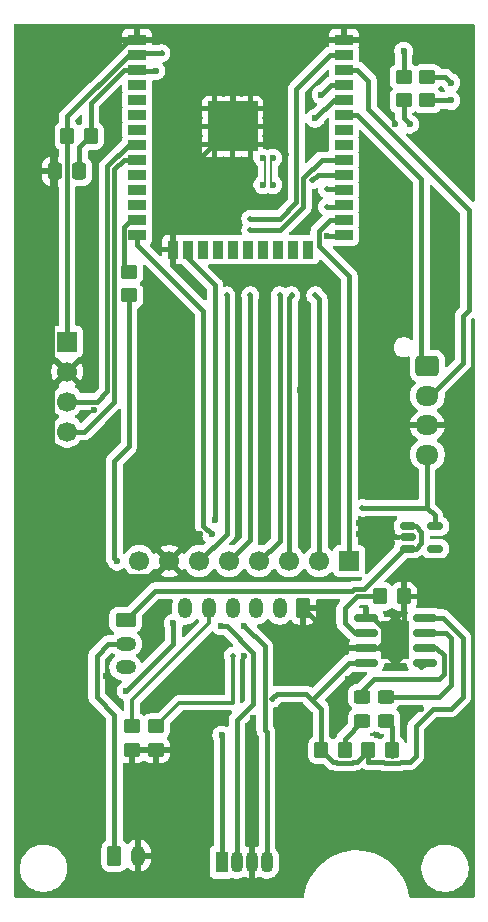
<source format=gbr>
%TF.GenerationSoftware,KiCad,Pcbnew,9.0.2*%
%TF.CreationDate,2025-12-20T20:47:09+01:00*%
%TF.ProjectId,Home sensor ESP32,486f6d65-2073-4656-9e73-6f7220455350,rev?*%
%TF.SameCoordinates,Original*%
%TF.FileFunction,Copper,L1,Top*%
%TF.FilePolarity,Positive*%
%FSLAX46Y46*%
G04 Gerber Fmt 4.6, Leading zero omitted, Abs format (unit mm)*
G04 Created by KiCad (PCBNEW 9.0.2) date 2025-12-20 20:47:09*
%MOMM*%
%LPD*%
G01*
G04 APERTURE LIST*
G04 Aperture macros list*
%AMRoundRect*
0 Rectangle with rounded corners*
0 $1 Rounding radius*
0 $2 $3 $4 $5 $6 $7 $8 $9 X,Y pos of 4 corners*
0 Add a 4 corners polygon primitive as box body*
4,1,4,$2,$3,$4,$5,$6,$7,$8,$9,$2,$3,0*
0 Add four circle primitives for the rounded corners*
1,1,$1+$1,$2,$3*
1,1,$1+$1,$4,$5*
1,1,$1+$1,$6,$7*
1,1,$1+$1,$8,$9*
0 Add four rect primitives between the rounded corners*
20,1,$1+$1,$2,$3,$4,$5,0*
20,1,$1+$1,$4,$5,$6,$7,0*
20,1,$1+$1,$6,$7,$8,$9,0*
20,1,$1+$1,$8,$9,$2,$3,0*%
G04 Aperture macros list end*
%TA.AperFunction,SMDPad,CuDef*%
%ADD10RoundRect,0.150000X-0.825000X-0.150000X0.825000X-0.150000X0.825000X0.150000X-0.825000X0.150000X0*%
%TD*%
%TA.AperFunction,HeatsinkPad*%
%ADD11C,0.500000*%
%TD*%
%TA.AperFunction,HeatsinkPad*%
%ADD12R,2.410000X3.300000*%
%TD*%
%TA.AperFunction,SMDPad,CuDef*%
%ADD13RoundRect,0.150000X-0.512500X-0.150000X0.512500X-0.150000X0.512500X0.150000X-0.512500X0.150000X0*%
%TD*%
%TA.AperFunction,SMDPad,CuDef*%
%ADD14RoundRect,0.250000X-0.450000X0.350000X-0.450000X-0.350000X0.450000X-0.350000X0.450000X0.350000X0*%
%TD*%
%TA.AperFunction,SMDPad,CuDef*%
%ADD15RoundRect,0.250000X-0.350000X-0.450000X0.350000X-0.450000X0.350000X0.450000X-0.350000X0.450000X0*%
%TD*%
%TA.AperFunction,ComponentPad*%
%ADD16R,1.700000X1.700000*%
%TD*%
%TA.AperFunction,ComponentPad*%
%ADD17C,1.700000*%
%TD*%
%TA.AperFunction,ComponentPad*%
%ADD18RoundRect,0.250000X-0.625000X0.350000X-0.625000X-0.350000X0.625000X-0.350000X0.625000X0.350000X0*%
%TD*%
%TA.AperFunction,ComponentPad*%
%ADD19O,1.750000X1.200000*%
%TD*%
%TA.AperFunction,SMDPad,CuDef*%
%ADD20RoundRect,0.250000X-0.450000X0.325000X-0.450000X-0.325000X0.450000X-0.325000X0.450000X0.325000X0*%
%TD*%
%TA.AperFunction,SMDPad,CuDef*%
%ADD21R,1.500000X0.900000*%
%TD*%
%TA.AperFunction,SMDPad,CuDef*%
%ADD22R,0.900000X1.500000*%
%TD*%
%TA.AperFunction,SMDPad,CuDef*%
%ADD23R,1.050000X1.050000*%
%TD*%
%TA.AperFunction,HeatsinkPad*%
%ADD24C,0.600000*%
%TD*%
%TA.AperFunction,HeatsinkPad*%
%ADD25R,4.200000X4.200000*%
%TD*%
%TA.AperFunction,ComponentPad*%
%ADD26R,1.070000X1.800000*%
%TD*%
%TA.AperFunction,ComponentPad*%
%ADD27O,1.070000X1.800000*%
%TD*%
%TA.AperFunction,ComponentPad*%
%ADD28RoundRect,0.250000X-0.725000X0.600000X-0.725000X-0.600000X0.725000X-0.600000X0.725000X0.600000X0*%
%TD*%
%TA.AperFunction,ComponentPad*%
%ADD29O,1.950000X1.700000*%
%TD*%
%TA.AperFunction,SMDPad,CuDef*%
%ADD30RoundRect,0.250000X0.450000X-0.350000X0.450000X0.350000X-0.450000X0.350000X-0.450000X-0.350000X0*%
%TD*%
%TA.AperFunction,SMDPad,CuDef*%
%ADD31RoundRect,0.250000X0.337500X0.475000X-0.337500X0.475000X-0.337500X-0.475000X0.337500X-0.475000X0*%
%TD*%
%TA.AperFunction,ComponentPad*%
%ADD32RoundRect,0.250000X-0.350000X-0.625000X0.350000X-0.625000X0.350000X0.625000X-0.350000X0.625000X0*%
%TD*%
%TA.AperFunction,ComponentPad*%
%ADD33O,1.200000X1.750000*%
%TD*%
%TA.AperFunction,ComponentPad*%
%ADD34RoundRect,0.250000X0.350000X0.625000X-0.350000X0.625000X-0.350000X-0.625000X0.350000X-0.625000X0*%
%TD*%
%TA.AperFunction,ViaPad*%
%ADD35C,0.500000*%
%TD*%
%TA.AperFunction,ViaPad*%
%ADD36C,0.600000*%
%TD*%
%TA.AperFunction,Conductor*%
%ADD37C,0.400000*%
%TD*%
%TA.AperFunction,Conductor*%
%ADD38C,0.300000*%
%TD*%
%TA.AperFunction,Conductor*%
%ADD39C,0.200000*%
%TD*%
G04 APERTURE END LIST*
D10*
%TO.P,U3,1,TEMP*%
%TO.N,GND*%
X98325000Y-92795000D03*
%TO.P,U3,2,PROG*%
%TO.N,Net-(U3-PROG)*%
X98325000Y-94065000D03*
%TO.P,U3,3,GND*%
%TO.N,GND*%
X98325000Y-95335000D03*
%TO.P,U3,4,V_{CC}*%
%TO.N,VCC*%
X98325000Y-96605000D03*
%TO.P,U3,5,BAT*%
%TO.N,Net-(J2-Pin_1)*%
X103275000Y-96605000D03*
%TO.P,U3,6,~{STDBY}*%
%TO.N,Net-(D2-K)*%
X103275000Y-95335000D03*
%TO.P,U3,7,~{CHRG}*%
%TO.N,Net-(D1-K)*%
X103275000Y-94065000D03*
%TO.P,U3,8,CE*%
%TO.N,VCC*%
X103275000Y-92795000D03*
D11*
%TO.P,U3,9,EPAD*%
%TO.N,GND*%
X100100000Y-93500000D03*
X100100000Y-94700000D03*
X100100000Y-95900000D03*
D12*
X100800000Y-94700000D03*
D11*
X101500000Y-93500000D03*
X101500000Y-94700000D03*
X101500000Y-95900000D03*
%TD*%
D13*
%TO.P,U2,1,VIN*%
%TO.N,+BATT*%
X101862500Y-85050000D03*
%TO.P,U2,2,GND*%
%TO.N,GND*%
X101862500Y-86000000D03*
%TO.P,U2,3,CE*%
%TO.N,+BATT*%
X101862500Y-86950000D03*
%TO.P,U2,4,NC*%
%TO.N,unconnected-(U2-NC-Pad4)*%
X104137500Y-86950000D03*
%TO.P,U2,5,VOUT*%
%TO.N,+3.3V*%
X104137500Y-85050000D03*
%TD*%
D14*
%TO.P,R9,1*%
%TO.N,Net-(U1-IO14)*%
X78250000Y-63500000D03*
%TO.P,R9,2*%
%TO.N,Net-(D3-BA)*%
X78250000Y-65500000D03*
%TD*%
D15*
%TO.P,R2,1*%
%TO.N,VCC*%
X98500000Y-104000000D03*
%TO.P,R2,2*%
%TO.N,Net-(D1-A)*%
X100500000Y-104000000D03*
%TD*%
D14*
%TO.P,R7,1*%
%TO.N,DTR*%
X101500000Y-47000000D03*
%TO.P,R7,2*%
%TO.N,Net-(Q2-Pad1)*%
X101500000Y-49000000D03*
%TD*%
D16*
%TO.P,J3,1,Pin_1*%
%TO.N,+3.3V*%
X73000000Y-69420000D03*
D17*
%TO.P,J3,2,Pin_2*%
%TO.N,GND*%
X73000000Y-71960000D03*
%TO.P,J3,3,Pin_3*%
%TO.N,IN1*%
X73000000Y-74500000D03*
%TO.P,J3,4,Pin_4*%
%TO.N,IN2*%
X73000000Y-77040000D03*
%TD*%
D16*
%TO.P,J5,1,Pin_1*%
%TO.N,BUSY*%
X96890000Y-88000000D03*
D17*
%TO.P,J5,2,Pin_2*%
%TO.N,RES*%
X94350000Y-88000000D03*
%TO.P,J5,3,Pin_3*%
%TO.N,D{slash}C*%
X91810000Y-88000000D03*
%TO.P,J5,4,Pin_4*%
%TO.N,CS*%
X89270000Y-88000000D03*
%TO.P,J5,5,Pin_5*%
%TO.N,SCLK*%
X86730000Y-88000000D03*
%TO.P,J5,6,Pin_6*%
%TO.N,SDI*%
X84190000Y-88000000D03*
%TO.P,J5,7,Pin_7*%
%TO.N,GND*%
X81650000Y-88000000D03*
%TO.P,J5,8,Pin_8*%
%TO.N,+3.3V*%
X79110000Y-88000000D03*
%TD*%
D14*
%TO.P,R5,1*%
%TO.N,Net-(J4-Pin_5)*%
X78500000Y-102000000D03*
%TO.P,R5,2*%
%TO.N,GND*%
X78500000Y-104000000D03*
%TD*%
D18*
%TO.P,SW1,1,A*%
%TO.N,+BATT*%
X77950000Y-93000000D03*
D19*
%TO.P,SW1,2,B*%
%TO.N,Net-(J2-Pin_1)*%
X77950000Y-95000000D03*
%TO.P,SW1,3,C*%
%TO.N,unconnected-(SW1-C-Pad3)*%
X77950000Y-97000000D03*
%TD*%
D20*
%TO.P,D2,1,K*%
%TO.N,Net-(D2-K)*%
X98000000Y-99475000D03*
%TO.P,D2,2,A*%
%TO.N,Net-(D2-A)*%
X98000000Y-101525000D03*
%TD*%
D21*
%TO.P,U1,1,GND*%
%TO.N,GND*%
X78930000Y-43865000D03*
%TO.P,U1,2,VDD*%
%TO.N,+3.3V*%
X78930000Y-45135000D03*
%TO.P,U1,3,EN*%
%TO.N,EN*%
X78930000Y-46405000D03*
%TO.P,U1,4,SENSOR_VP*%
%TO.N,unconnected-(U1-SENSOR_VP-Pad4)*%
X78930000Y-47675000D03*
%TO.P,U1,5,SENSOR_VN*%
%TO.N,unconnected-(U1-SENSOR_VN-Pad5)*%
X78930000Y-48945000D03*
%TO.P,U1,6,IO34*%
%TO.N,unconnected-(U1-IO34-Pad6)*%
X78930000Y-50215000D03*
%TO.P,U1,7,IO35*%
%TO.N,unconnected-(U1-IO35-Pad7)*%
X78930000Y-51485000D03*
%TO.P,U1,8,IO32*%
%TO.N,IN1*%
X78930000Y-52755000D03*
%TO.P,U1,9,IO33*%
%TO.N,IN2*%
X78930000Y-54025000D03*
%TO.P,U1,10,IO25*%
%TO.N,unconnected-(U1-IO25-Pad10)*%
X78930000Y-55295000D03*
%TO.P,U1,11,IO26*%
%TO.N,unconnected-(U1-IO26-Pad11)*%
X78930000Y-56565000D03*
%TO.P,U1,12,IO27*%
%TO.N,unconnected-(U1-IO27-Pad12)*%
X78930000Y-57835000D03*
%TO.P,U1,13,IO14*%
%TO.N,Net-(U1-IO14)*%
X78930000Y-59105000D03*
%TO.P,U1,14,IO12*%
%TO.N,Net-(D3-GA)*%
X78930000Y-60375000D03*
D22*
%TO.P,U1,15,GND*%
%TO.N,GND*%
X81970000Y-61625000D03*
%TO.P,U1,16,IO13*%
%TO.N,Net-(D3-RA)*%
X83240000Y-61625000D03*
%TO.P,U1,17,SHD/SD2*%
%TO.N,unconnected-(U1-SHD{slash}SD2-Pad17)*%
X84510000Y-61625000D03*
%TO.P,U1,18,SWP/SD3*%
%TO.N,unconnected-(U1-SWP{slash}SD3-Pad18)*%
X85780000Y-61625000D03*
%TO.P,U1,19,SCS/CMD*%
%TO.N,unconnected-(U1-SCS{slash}CMD-Pad19)*%
X87050000Y-61625000D03*
%TO.P,U1,20,SCK/CLK*%
%TO.N,unconnected-(U1-SCK{slash}CLK-Pad20)*%
X88320000Y-61625000D03*
%TO.P,U1,21,SDO/SD0*%
%TO.N,unconnected-(U1-SDO{slash}SD0-Pad21)*%
X89590000Y-61625000D03*
%TO.P,U1,22,SDI/SD1*%
%TO.N,unconnected-(U1-SDI{slash}SD1-Pad22)*%
X90860000Y-61625000D03*
%TO.P,U1,23,IO15*%
%TO.N,unconnected-(U1-IO15-Pad23)*%
X92130000Y-61625000D03*
%TO.P,U1,24,IO2*%
%TO.N,unconnected-(U1-IO2-Pad24)*%
X93400000Y-61625000D03*
D21*
%TO.P,U1,25,IO0*%
%TO.N,GPIO0*%
X96430000Y-60375000D03*
%TO.P,U1,26,IO4*%
%TO.N,BUSY*%
X96430000Y-59105000D03*
%TO.P,U1,27,IO16*%
%TO.N,RES*%
X96430000Y-57835000D03*
%TO.P,U1,28,IO17*%
%TO.N,D{slash}C*%
X96430000Y-56565000D03*
%TO.P,U1,29,IO5*%
%TO.N,CS*%
X96430000Y-55295000D03*
%TO.P,U1,30,IO18*%
%TO.N,SCLK*%
X96430000Y-54025000D03*
%TO.P,U1,31,IO19*%
%TO.N,unconnected-(U1-IO19-Pad31)*%
X96430000Y-52755000D03*
%TO.P,U1,32,NC*%
%TO.N,unconnected-(U1-NC-Pad32)*%
X96430000Y-51485000D03*
%TO.P,U1,33,IO21*%
%TO.N,SDA*%
X96430000Y-50215000D03*
%TO.P,U1,34,RXD0/IO3*%
%TO.N,TXD*%
X96430000Y-48945000D03*
%TO.P,U1,35,TXD0/IO1*%
%TO.N,RXD*%
X96430000Y-47675000D03*
%TO.P,U1,36,IO22*%
%TO.N,SCL*%
X96430000Y-46405000D03*
%TO.P,U1,37,IO23*%
%TO.N,SDI*%
X96430000Y-45135000D03*
%TO.P,U1,38,GND*%
%TO.N,GND*%
X96430000Y-43865000D03*
D23*
%TO.P,U1,39,GND*%
X85475000Y-49680000D03*
D24*
X85475000Y-50442500D03*
D23*
X85475000Y-51205000D03*
D24*
X85475000Y-51967500D03*
D23*
X85475000Y-52730000D03*
D24*
X86237500Y-49680000D03*
X86237500Y-51205000D03*
X86237500Y-52730000D03*
D23*
X87000000Y-49680000D03*
D24*
X87000000Y-50442500D03*
D23*
X87000000Y-51205000D03*
D25*
X87000000Y-51205000D03*
D24*
X87000000Y-51967500D03*
D23*
X87000000Y-52730000D03*
D24*
X87762500Y-49680000D03*
X87762500Y-51205000D03*
X87762500Y-52730000D03*
D23*
X88525000Y-49680000D03*
D24*
X88525000Y-50442500D03*
D23*
X88525000Y-51205000D03*
D24*
X88525000Y-51967500D03*
D23*
X88525000Y-52730000D03*
%TD*%
D20*
%TO.P,D1,1,K*%
%TO.N,Net-(D1-K)*%
X100000000Y-99475000D03*
%TO.P,D1,2,A*%
%TO.N,Net-(D1-A)*%
X100000000Y-101525000D03*
%TD*%
D14*
%TO.P,R4,1*%
%TO.N,Net-(J4-Pin_4)*%
X80500000Y-102000000D03*
%TO.P,R4,2*%
%TO.N,GND*%
X80500000Y-104000000D03*
%TD*%
D26*
%TO.P,D3,1,BA*%
%TO.N,Net-(D3-BA)*%
X86095000Y-113500000D03*
D27*
%TO.P,D3,2,GA*%
%TO.N,Net-(D3-GA)*%
X87365000Y-113500000D03*
%TO.P,D3,3,K*%
%TO.N,GND*%
X88635000Y-113500000D03*
%TO.P,D3,4,RA*%
%TO.N,Net-(D3-RA)*%
X89905000Y-113500000D03*
%TD*%
D28*
%TO.P,J6,1,Pin_1*%
%TO.N,SDA*%
X103500000Y-71500000D03*
D29*
%TO.P,J6,2,Pin_2*%
%TO.N,SCL*%
X103500000Y-74000000D03*
%TO.P,J6,3,Pin_3*%
%TO.N,GND*%
X103500000Y-76500000D03*
%TO.P,J6,4,Pin_4*%
%TO.N,+3.3V*%
X103500000Y-79000000D03*
%TD*%
D15*
%TO.P,R3,1*%
%TO.N,VCC*%
X94500000Y-104000000D03*
%TO.P,R3,2*%
%TO.N,Net-(D2-A)*%
X96500000Y-104000000D03*
%TD*%
%TO.P,R1,1*%
%TO.N,Net-(U3-PROG)*%
X99500000Y-91000000D03*
%TO.P,R1,2*%
%TO.N,GND*%
X101500000Y-91000000D03*
%TD*%
%TO.P,R8,1*%
%TO.N,+3.3V*%
X73000000Y-52000000D03*
%TO.P,R8,2*%
%TO.N,EN*%
X75000000Y-52000000D03*
%TD*%
D30*
%TO.P,R6,1*%
%TO.N,RST*%
X103500000Y-49000000D03*
%TO.P,R6,2*%
%TO.N,Net-(Q1-Pad1)*%
X103500000Y-47000000D03*
%TD*%
D31*
%TO.P,C1,1*%
%TO.N,EN*%
X74037500Y-55000000D03*
%TO.P,C1,2*%
%TO.N,GND*%
X71962500Y-55000000D03*
%TD*%
D32*
%TO.P,J2,1,Pin_1*%
%TO.N,Net-(J2-Pin_1)*%
X77000000Y-112950000D03*
D33*
%TO.P,J2,2,Pin_2*%
%TO.N,GND*%
X79000000Y-112950000D03*
%TD*%
D34*
%TO.P,J4,1,Pin_1*%
%TO.N,GND*%
X93000000Y-92000000D03*
D33*
%TO.P,J4,2,Pin_2*%
%TO.N,D+*%
X91000000Y-92000000D03*
%TO.P,J4,3,Pin_3*%
%TO.N,D-*%
X89000000Y-92000000D03*
%TO.P,J4,4,Pin_4*%
%TO.N,Net-(J4-Pin_4)*%
X87000000Y-92000000D03*
%TO.P,J4,5,Pin_5*%
%TO.N,Net-(J4-Pin_5)*%
X85000000Y-92000000D03*
%TO.P,J4,6,Pin_6*%
%TO.N,VCC*%
X83000000Y-92000000D03*
%TD*%
D35*
%TO.N,VCC*%
X90375000Y-99650000D03*
D36*
%TO.N,GND*%
X104750000Y-68000000D03*
X82500000Y-105500000D03*
X75000000Y-91500000D03*
X70250000Y-97750000D03*
X75000000Y-65000000D03*
X76000000Y-43750000D03*
X100750000Y-81000000D03*
X95500000Y-101250000D03*
X94000000Y-95250000D03*
X82750000Y-89000000D03*
X70000000Y-65500000D03*
X82500000Y-81750000D03*
X92250000Y-97250000D03*
X103000000Y-100500000D03*
X95000000Y-95500000D03*
X99500000Y-67000000D03*
X84250000Y-95500000D03*
X75500000Y-103250000D03*
X82000000Y-83500000D03*
X93000000Y-82000000D03*
X74750000Y-60250000D03*
X87500000Y-73500000D03*
X73000000Y-95750000D03*
D35*
X86000000Y-99000000D03*
D36*
X82000000Y-98000000D03*
X104250000Y-58750000D03*
X79750000Y-100500000D03*
X89750000Y-84500000D03*
X78000000Y-82000000D03*
X84250000Y-85750000D03*
X103750000Y-105500000D03*
X95500000Y-81750000D03*
X80500000Y-74250000D03*
X75250000Y-69250000D03*
X93000000Y-68000000D03*
X87500000Y-68000000D03*
X70250000Y-94750000D03*
X76250000Y-97750000D03*
X70000000Y-90750000D03*
X106750000Y-55750000D03*
X80500000Y-49000000D03*
X97750000Y-84750000D03*
X75250000Y-75250000D03*
X107000000Y-45000000D03*
X95250000Y-92500000D03*
X70000000Y-56750000D03*
D35*
X91500000Y-53500000D03*
D36*
X106000000Y-53250000D03*
X84750000Y-59000000D03*
X100250000Y-86750000D03*
X95500000Y-85750000D03*
X69250000Y-79000000D03*
X106250000Y-83250000D03*
X92250000Y-104750000D03*
X73250000Y-79750000D03*
X92750000Y-73500000D03*
X81250000Y-91500000D03*
X93000000Y-84750000D03*
X82250000Y-76250000D03*
X69250000Y-51000000D03*
X70000000Y-71000000D03*
X87000000Y-56750000D03*
X93000000Y-85500000D03*
X88250000Y-47250000D03*
X82750000Y-86000000D03*
X103500000Y-88750000D03*
X94500000Y-51750000D03*
X84250000Y-65000000D03*
X85500000Y-63250000D03*
X99250000Y-102750000D03*
X95750000Y-75250000D03*
X93750000Y-97500000D03*
X100000000Y-43500000D03*
X83250000Y-50750000D03*
X77000000Y-48750000D03*
X96250000Y-94500000D03*
X88750000Y-101250000D03*
X106500000Y-74250000D03*
X80500000Y-83750000D03*
X74500000Y-57250000D03*
X93000000Y-78250000D03*
X99750000Y-73500000D03*
X78500000Y-84000000D03*
X86000000Y-94500000D03*
X98750000Y-53500000D03*
X80750000Y-61500000D03*
X81250000Y-55750000D03*
X96750000Y-98000000D03*
X94250000Y-105500000D03*
X83000000Y-45250000D03*
X89750000Y-45000000D03*
X97750000Y-85750000D03*
X100750000Y-51000000D03*
X69500000Y-83250000D03*
X106750000Y-100750000D03*
X100250000Y-86000000D03*
X101500000Y-102250000D03*
X104250000Y-43500000D03*
X70000000Y-74750000D03*
X106500000Y-105500000D03*
X79000000Y-80500000D03*
X80500000Y-78750000D03*
X92250000Y-95250000D03*
X100250000Y-84750000D03*
X81750000Y-67750000D03*
X83500000Y-47500000D03*
X90500000Y-89000000D03*
X76000000Y-93000000D03*
X90000000Y-81000000D03*
X88000000Y-96000000D03*
X74000000Y-84750000D03*
X73750000Y-100500000D03*
X87500000Y-81750000D03*
X87500000Y-84500000D03*
X78750000Y-85750000D03*
X95000000Y-96750000D03*
X89750000Y-85500000D03*
X99750000Y-46000000D03*
X106750000Y-92250000D03*
X95500000Y-67750000D03*
X90000000Y-75250000D03*
X104000000Y-52500000D03*
X79000000Y-90250000D03*
X95500000Y-85000000D03*
X70500000Y-60250000D03*
X99500000Y-58250000D03*
X102000000Y-56500000D03*
X95750000Y-91500000D03*
%TO.N,Net-(D3-BA)*%
X86095000Y-102750000D03*
X77250000Y-88000000D03*
X82000000Y-93250000D03*
X78000000Y-99000000D03*
%TO.N,Net-(D3-GA)*%
X85250000Y-85750000D03*
X86000000Y-93500000D03*
%TO.N,Net-(D3-RA)*%
X88000000Y-93500000D03*
X85500000Y-84500000D03*
%TO.N,D+*%
X90425000Y-53875000D03*
X90425000Y-56125000D03*
%TO.N,D-*%
X89575000Y-56125000D03*
X89575000Y-53875000D03*
D35*
%TO.N,+3.3V*%
X98000000Y-83500000D03*
X81000000Y-45000000D03*
%TO.N,Net-(J4-Pin_4)*%
X87000000Y-96000000D03*
%TO.N,Net-(J2-Pin_1)*%
X103000000Y-97000000D03*
D36*
%TO.N,DTR*%
X101500000Y-44825000D03*
%TO.N,Net-(Q1-Pad1)*%
X105500000Y-47500000D03*
%TO.N,GPIO0*%
X95000000Y-60500000D03*
%TO.N,Net-(Q2-Pad1)*%
X102000000Y-51000000D03*
%TO.N,RST*%
X105500000Y-49000000D03*
%TO.N,EN*%
X80500000Y-46500000D03*
%TO.N,RXD*%
X94500000Y-48500000D03*
%TO.N,TXD*%
X94000000Y-50500000D03*
D35*
%TO.N,RES*%
X94000000Y-65500000D03*
X95000000Y-58000000D03*
%TO.N,SDI*%
X86500000Y-65500000D03*
X88500000Y-59000000D03*
%TO.N,CS*%
X93750000Y-55750000D03*
X91000000Y-65500000D03*
%TO.N,D{slash}C*%
X92000000Y-65500000D03*
X95000000Y-56500000D03*
%TO.N,SCLK*%
X88500000Y-60000000D03*
X88500000Y-65500000D03*
%TD*%
D37*
%TO.N,VCC*%
X98500000Y-105000000D02*
X99772420Y-105000000D01*
X102500000Y-104500000D02*
X102500000Y-102000000D01*
X99873420Y-105101000D02*
X101126580Y-105101000D01*
X98500000Y-104000000D02*
X98500000Y-105000000D01*
X105500000Y-100500000D02*
X106500000Y-99500000D01*
X97500000Y-105000000D02*
X97227580Y-105000000D01*
X93250000Y-99250000D02*
X93750000Y-99750000D01*
X99772420Y-105000000D02*
X99873420Y-105101000D01*
X98325000Y-96605000D02*
X96895000Y-96605000D01*
X95873420Y-105101000D02*
X95772420Y-105000000D01*
X104000000Y-100500000D02*
X105500000Y-100500000D01*
X94500000Y-104000000D02*
X94500000Y-100500000D01*
X96895000Y-96605000D02*
X93750000Y-99750000D01*
X101227580Y-105000000D02*
X102000000Y-105000000D01*
X97126580Y-105101000D02*
X95873420Y-105101000D01*
X90750000Y-99250000D02*
X93250000Y-99250000D01*
X95772420Y-105000000D02*
X95500000Y-105000000D01*
X95500000Y-105000000D02*
X94500000Y-104000000D01*
X106500000Y-94500000D02*
X104795000Y-92795000D01*
X97227580Y-105000000D02*
X97126580Y-105101000D01*
X104795000Y-92795000D02*
X103275000Y-92795000D01*
X94500000Y-100500000D02*
X93750000Y-99750000D01*
X90375000Y-99625000D02*
X90750000Y-99250000D01*
X102500000Y-102000000D02*
X104000000Y-100500000D01*
X101126580Y-105101000D02*
X101227580Y-105000000D01*
X90375000Y-99650000D02*
X90375000Y-99625000D01*
X106500000Y-99500000D02*
X106500000Y-94500000D01*
X102000000Y-105000000D02*
X102500000Y-104500000D01*
X98500000Y-104000000D02*
X97500000Y-105000000D01*
%TO.N,GND*%
X80399000Y-89251000D02*
X76301000Y-89251000D01*
D38*
X78500000Y-104000000D02*
X80500000Y-104000000D01*
D37*
X81970000Y-61625000D02*
X81970000Y-56235000D01*
X83000000Y-98000000D02*
X84000000Y-99000000D01*
X78198000Y-43865000D02*
X78930000Y-43865000D01*
X93000000Y-92000000D02*
X96335000Y-95335000D01*
X81650000Y-88000000D02*
X80399000Y-89251000D01*
X100165000Y-95335000D02*
X98325000Y-95335000D01*
X71749000Y-84699000D02*
X71749000Y-73211000D01*
X90730000Y-52730000D02*
X88525000Y-52730000D01*
X87000000Y-49680000D02*
X87000000Y-43865000D01*
X100800000Y-94700000D02*
X100165000Y-95335000D01*
X74500000Y-87450000D02*
X71749000Y-84699000D01*
X100800000Y-94700000D02*
X98895000Y-92795000D01*
X71749000Y-73211000D02*
X73000000Y-71960000D01*
X71749000Y-50314000D02*
X78198000Y-43865000D01*
X101500000Y-91000000D02*
X101500000Y-94000000D01*
X84000000Y-99000000D02*
X86000000Y-99000000D01*
X81970000Y-56235000D02*
X85475000Y-52730000D01*
X73000000Y-71960000D02*
X71749000Y-70709000D01*
X71749000Y-70709000D02*
X71749000Y-50314000D01*
X96335000Y-95335000D02*
X98325000Y-95335000D01*
X91500000Y-53500000D02*
X90730000Y-52730000D01*
X76301000Y-89251000D02*
X74500000Y-87450000D01*
X87000000Y-43865000D02*
X96430000Y-43865000D01*
X78930000Y-43865000D02*
X87000000Y-43865000D01*
X101500000Y-94000000D02*
X100800000Y-94700000D01*
X98895000Y-92795000D02*
X98325000Y-92795000D01*
X82000000Y-98000000D02*
X83000000Y-98000000D01*
%TO.N,Net-(D3-BA)*%
X78250000Y-65500000D02*
X78250000Y-78250000D01*
X77000000Y-87750000D02*
X77250000Y-88000000D01*
X77000000Y-79500000D02*
X77000000Y-87750000D01*
X78250000Y-78250000D02*
X77000000Y-79500000D01*
X82000000Y-93250000D02*
X82000000Y-95000000D01*
X86095000Y-113500000D02*
X86095000Y-102750000D01*
X82000000Y-95000000D02*
X78000000Y-99000000D01*
%TO.N,Net-(D3-GA)*%
X87365000Y-113500000D02*
X87365000Y-101450000D01*
X86500000Y-93500000D02*
X86000000Y-93500000D01*
X84500000Y-85000000D02*
X84500000Y-66795000D01*
X85250000Y-85750000D02*
X84500000Y-85000000D01*
X88750000Y-95750000D02*
X86500000Y-93500000D01*
X78930000Y-61225000D02*
X78930000Y-60375000D01*
X87365000Y-101450000D02*
X88750000Y-100065000D01*
X84500000Y-66795000D02*
X78930000Y-61225000D01*
X88750000Y-100065000D02*
X88750000Y-95750000D01*
%TO.N,Net-(D1-A)*%
X100500000Y-104500000D02*
X100500000Y-102025000D01*
X100500000Y-102025000D02*
X100000000Y-101525000D01*
%TO.N,Net-(D3-RA)*%
X88000000Y-93500000D02*
X89724000Y-95224000D01*
X83240000Y-62357000D02*
X83240000Y-61625000D01*
X85500000Y-64617000D02*
X83240000Y-62357000D01*
X89724000Y-95224000D02*
X89724000Y-102276000D01*
X85500000Y-84500000D02*
X85500000Y-64617000D01*
X89724000Y-102276000D02*
X89905000Y-102457000D01*
X89905000Y-102457000D02*
X89905000Y-113500000D01*
%TO.N,Net-(D2-A)*%
X96500000Y-104000000D02*
X96500000Y-103025000D01*
X96500000Y-103025000D02*
X98000000Y-101525000D01*
D39*
%TO.N,D+*%
X90225001Y-54074999D02*
X90225001Y-55925001D01*
X90425000Y-53875000D02*
X90225001Y-54074999D01*
X90225001Y-55925001D02*
X90425000Y-56125000D01*
D38*
%TO.N,Net-(J4-Pin_5)*%
X85000000Y-93250000D02*
X85000000Y-92000000D01*
X78500000Y-99750000D02*
X85000000Y-93250000D01*
X78500000Y-102000000D02*
X78500000Y-99750000D01*
D39*
%TO.N,D-*%
X89774999Y-55925001D02*
X89575000Y-56125000D01*
X89575000Y-53875000D02*
X89774999Y-54074999D01*
X89774999Y-54074999D02*
X89774999Y-55925001D01*
D37*
%TO.N,+3.3V*%
X103475000Y-79250000D02*
X103475000Y-83475000D01*
X73000000Y-69420000D02*
X73000000Y-50333000D01*
X104137500Y-85050000D02*
X104137500Y-84137500D01*
X78198000Y-45135000D02*
X78930000Y-45135000D01*
X104137500Y-84137500D02*
X103500000Y-83500000D01*
X81000000Y-45000000D02*
X79065000Y-45000000D01*
X79065000Y-45000000D02*
X78930000Y-45135000D01*
X103475000Y-83475000D02*
X103500000Y-83500000D01*
X73000000Y-50333000D02*
X78198000Y-45135000D01*
X98000000Y-83500000D02*
X103500000Y-83500000D01*
D38*
%TO.N,Net-(J4-Pin_4)*%
X87000000Y-100000000D02*
X82500000Y-100000000D01*
X87000000Y-96000000D02*
X87000000Y-100000000D01*
X82500000Y-100000000D02*
X80500000Y-102000000D01*
D37*
%TO.N,Net-(U3-PROG)*%
X99500000Y-91000000D02*
X97500000Y-91000000D01*
X96500000Y-93214999D02*
X97350001Y-94065000D01*
X97350001Y-94065000D02*
X98325000Y-94065000D01*
X97500000Y-91000000D02*
X96500000Y-92000000D01*
X96500000Y-92000000D02*
X96500000Y-93214999D01*
%TO.N,Net-(D1-K)*%
X105065000Y-94065000D02*
X105500000Y-94500000D01*
X103275000Y-94065000D02*
X105065000Y-94065000D01*
X105500000Y-94500000D02*
X105500000Y-98500000D01*
X104525000Y-99475000D02*
X100000000Y-99475000D01*
X105500000Y-98500000D02*
X104525000Y-99475000D01*
%TO.N,Net-(D2-K)*%
X104249999Y-95335000D02*
X103275000Y-95335000D01*
X98000000Y-99475000D02*
X98000000Y-99000000D01*
X104899000Y-95984001D02*
X104249999Y-95335000D01*
X104899000Y-97601000D02*
X104899000Y-95984001D01*
X98000000Y-99000000D02*
X99000000Y-98000000D01*
X99000000Y-98000000D02*
X104500000Y-98000000D01*
X104500000Y-98000000D02*
X104899000Y-97601000D01*
%TO.N,+BATT*%
X102550000Y-86950000D02*
X101862500Y-86950000D01*
X101550000Y-86950000D02*
X101862500Y-86950000D01*
X103000000Y-86500000D02*
X102550000Y-86950000D01*
X103000000Y-85525001D02*
X103000000Y-86500000D01*
X80450000Y-90500000D02*
X97150058Y-90500000D01*
X97150058Y-90500000D02*
X97251058Y-90399000D01*
X101862500Y-85050000D02*
X102524999Y-85050000D01*
X97251058Y-90399000D02*
X98101000Y-90399000D01*
X102524999Y-85050000D02*
X103000000Y-85525001D01*
X77950000Y-93000000D02*
X80450000Y-90500000D01*
X98101000Y-90399000D02*
X101550000Y-86950000D01*
%TO.N,Net-(J2-Pin_1)*%
X75500000Y-96000000D02*
X76500000Y-95000000D01*
X75500000Y-99500000D02*
X75500000Y-96000000D01*
X76500000Y-95000000D02*
X77950000Y-95000000D01*
X77000000Y-112950000D02*
X77000000Y-101000000D01*
X103275000Y-96605000D02*
X103275000Y-96725000D01*
X77000000Y-101000000D02*
X75500000Y-99500000D01*
X103275000Y-96725000D02*
X103000000Y-97000000D01*
%TO.N,SCL*%
X97580000Y-46405000D02*
X96430000Y-46405000D01*
X107000000Y-66750000D02*
X107000000Y-58250000D01*
X98500000Y-49750000D02*
X98500000Y-47325000D01*
X106526000Y-71199000D02*
X106526000Y-67224000D01*
X98500000Y-47325000D02*
X97580000Y-46405000D01*
X103475000Y-74250000D02*
X106526000Y-71199000D01*
X107000000Y-58250000D02*
X98500000Y-49750000D01*
X106526000Y-67224000D02*
X107000000Y-66750000D01*
%TO.N,SDA*%
X97580000Y-50215000D02*
X96430000Y-50215000D01*
X103475000Y-71750000D02*
X103000000Y-71275000D01*
X103000000Y-55635000D02*
X97580000Y-50215000D01*
X103000000Y-71275000D02*
X103000000Y-55635000D01*
%TO.N,DTR*%
X101500000Y-47000000D02*
X101500000Y-44825000D01*
%TO.N,Net-(Q1-Pad1)*%
X103500000Y-47000000D02*
X105000000Y-47000000D01*
X105000000Y-47000000D02*
X105500000Y-47500000D01*
%TO.N,GPIO0*%
X95000000Y-60500000D02*
X96305000Y-60500000D01*
X96305000Y-60500000D02*
X96430000Y-60375000D01*
%TO.N,Net-(Q2-Pad1)*%
X101500000Y-49000000D02*
X101500000Y-50500000D01*
X101500000Y-50500000D02*
X102000000Y-51000000D01*
%TO.N,RST*%
X103500000Y-49000000D02*
X105500000Y-49000000D01*
%TO.N,EN*%
X75000000Y-49185000D02*
X77780000Y-46405000D01*
X77780000Y-46405000D02*
X78930000Y-46405000D01*
X74037500Y-55000000D02*
X74037500Y-52962500D01*
X75000000Y-52000000D02*
X75000000Y-49185000D01*
X79025000Y-46500000D02*
X78930000Y-46405000D01*
X74037500Y-52962500D02*
X75000000Y-52000000D01*
X80500000Y-46500000D02*
X79025000Y-46500000D01*
%TO.N,RXD*%
X95325000Y-47675000D02*
X96430000Y-47675000D01*
X94500000Y-48500000D02*
X95325000Y-47675000D01*
%TO.N,TXD*%
X94000000Y-50500000D02*
X95555000Y-48945000D01*
X95555000Y-48945000D02*
X96430000Y-48945000D01*
%TO.N,RES*%
X96265000Y-58000000D02*
X96430000Y-57835000D01*
X94350000Y-65850000D02*
X94000000Y-65500000D01*
X94350000Y-88000000D02*
X94350000Y-65850000D01*
X95000000Y-58000000D02*
X96265000Y-58000000D01*
%TO.N,SDI*%
X84190000Y-88000000D02*
X86500000Y-85690000D01*
X91000000Y-59000000D02*
X92399000Y-57601000D01*
X95280000Y-45135000D02*
X96430000Y-45135000D01*
X88500000Y-59000000D02*
X91000000Y-59000000D01*
X92399000Y-57601000D02*
X92399000Y-48016000D01*
X86500000Y-85690000D02*
X86500000Y-65500000D01*
X92399000Y-48016000D02*
X95280000Y-45135000D01*
%TO.N,CS*%
X93750000Y-55750000D02*
X94205000Y-55295000D01*
X94205000Y-55295000D02*
X96430000Y-55295000D01*
X91000000Y-86270000D02*
X91000000Y-65500000D01*
X89270000Y-88000000D02*
X91000000Y-86270000D01*
%TO.N,D{slash}C*%
X91810000Y-88000000D02*
X91810000Y-65690000D01*
X95000000Y-56500000D02*
X96365000Y-56500000D01*
X91810000Y-65690000D02*
X92000000Y-65500000D01*
X96365000Y-56500000D02*
X96430000Y-56565000D01*
%TO.N,BUSY*%
X94299000Y-60086000D02*
X95280000Y-59105000D01*
X95280000Y-59105000D02*
X96430000Y-59105000D01*
X96890000Y-88000000D02*
X96890000Y-63890000D01*
X94299000Y-61299000D02*
X94299000Y-60086000D01*
X96890000Y-63890000D02*
X94299000Y-61299000D01*
%TO.N,SCLK*%
X91000000Y-60000000D02*
X93000000Y-58000000D01*
X88500000Y-86230000D02*
X88500000Y-65500000D01*
X88500000Y-60000000D02*
X91000000Y-60000000D01*
X93000000Y-55579346D02*
X94554346Y-54025000D01*
X86730000Y-88000000D02*
X88500000Y-86230000D01*
X93000000Y-58000000D02*
X93000000Y-55579346D01*
X94554346Y-54025000D02*
X96430000Y-54025000D01*
%TO.N,IN1*%
X76399000Y-73601000D02*
X76399000Y-54554000D01*
X73000000Y-74500000D02*
X75500000Y-74500000D01*
X78198000Y-52755000D02*
X78930000Y-52755000D01*
X75500000Y-74500000D02*
X76399000Y-73601000D01*
X76399000Y-54554000D02*
X78198000Y-52755000D01*
%TO.N,IN2*%
X73000000Y-77040000D02*
X74460000Y-77040000D01*
X77000000Y-54805000D02*
X77780000Y-54025000D01*
X77000000Y-74500000D02*
X77000000Y-54805000D01*
X77780000Y-54025000D02*
X78930000Y-54025000D01*
X74460000Y-77040000D02*
X77000000Y-74500000D01*
%TO.N,Net-(U1-IO14)*%
X77779000Y-63029000D02*
X78250000Y-63500000D01*
X77779000Y-59721000D02*
X77779000Y-63029000D01*
X78395000Y-59105000D02*
X77779000Y-59721000D01*
X78930000Y-59105000D02*
X78395000Y-59105000D01*
%TD*%
%TA.AperFunction,Conductor*%
%TO.N,GND*%
G36*
X107442539Y-42519685D02*
G01*
X107488294Y-42572489D01*
X107499500Y-42624000D01*
X107499500Y-57459481D01*
X107479815Y-57526520D01*
X107427011Y-57572275D01*
X107357853Y-57582219D01*
X107294297Y-57553194D01*
X107287819Y-57547162D01*
X101735847Y-51995190D01*
X101702362Y-51933867D01*
X101707346Y-51864175D01*
X101749218Y-51808242D01*
X101814682Y-51783825D01*
X101847718Y-51785891D01*
X101870144Y-51790352D01*
X101921156Y-51800500D01*
X101921158Y-51800500D01*
X102078844Y-51800500D01*
X102078845Y-51800499D01*
X102233497Y-51769737D01*
X102379179Y-51709394D01*
X102510289Y-51621789D01*
X102621789Y-51510289D01*
X102709394Y-51379179D01*
X102769737Y-51233497D01*
X102800500Y-51078842D01*
X102800500Y-50921158D01*
X102800500Y-50921155D01*
X102800499Y-50921153D01*
X102798577Y-50911490D01*
X102769737Y-50766503D01*
X102756066Y-50733497D01*
X102709397Y-50620827D01*
X102709390Y-50620814D01*
X102621789Y-50489711D01*
X102621786Y-50489707D01*
X102510292Y-50378213D01*
X102510288Y-50378210D01*
X102379185Y-50290609D01*
X102379173Y-50290602D01*
X102289401Y-50253419D01*
X102280108Y-50245930D01*
X102268696Y-50242446D01*
X102253407Y-50224414D01*
X102234997Y-50209579D01*
X102231228Y-50198255D01*
X102223511Y-50189154D01*
X102220398Y-50165717D01*
X102212932Y-50143285D01*
X102215883Y-50131722D01*
X102214312Y-50119892D01*
X102224364Y-50098492D01*
X102230211Y-50075585D01*
X102239690Y-50065865D01*
X102244019Y-50056652D01*
X102269966Y-50034825D01*
X102270939Y-50033828D01*
X102271307Y-50033596D01*
X102418656Y-49942712D01*
X102422916Y-49938451D01*
X102434086Y-49931442D01*
X102461482Y-49923716D01*
X102487879Y-49913066D01*
X102494674Y-49914356D01*
X102501333Y-49912479D01*
X102528555Y-49920791D01*
X102556522Y-49926103D01*
X102566092Y-49932253D01*
X102568157Y-49932884D01*
X102569454Y-49934414D01*
X102576915Y-49939209D01*
X102581339Y-49942707D01*
X102581344Y-49942712D01*
X102730666Y-50034814D01*
X102897203Y-50089999D01*
X102999991Y-50100500D01*
X104000008Y-50100499D01*
X104000016Y-50100498D01*
X104000019Y-50100498D01*
X104056302Y-50094748D01*
X104102797Y-50089999D01*
X104269334Y-50034814D01*
X104418656Y-49942712D01*
X104542712Y-49818656D01*
X104579259Y-49759402D01*
X104631207Y-49712679D01*
X104684798Y-49700500D01*
X105074684Y-49700500D01*
X105122136Y-49709939D01*
X105241554Y-49759403D01*
X105266503Y-49769737D01*
X105421153Y-49800499D01*
X105421156Y-49800500D01*
X105421158Y-49800500D01*
X105578844Y-49800500D01*
X105578845Y-49800499D01*
X105733497Y-49769737D01*
X105846166Y-49723067D01*
X105879172Y-49709397D01*
X105879172Y-49709396D01*
X105879179Y-49709394D01*
X106010289Y-49621789D01*
X106121789Y-49510289D01*
X106209394Y-49379179D01*
X106269737Y-49233497D01*
X106300500Y-49078842D01*
X106300500Y-48921158D01*
X106300500Y-48921155D01*
X106300499Y-48921153D01*
X106292148Y-48879172D01*
X106269737Y-48766503D01*
X106247014Y-48711645D01*
X106209397Y-48620827D01*
X106209390Y-48620814D01*
X106121789Y-48489711D01*
X106121786Y-48489707D01*
X106010292Y-48378213D01*
X106010284Y-48378207D01*
X105972712Y-48353102D01*
X105927906Y-48299490D01*
X105919199Y-48230165D01*
X105949353Y-48167138D01*
X105972712Y-48146898D01*
X106006996Y-48123989D01*
X106010289Y-48121789D01*
X106121789Y-48010289D01*
X106209394Y-47879179D01*
X106269737Y-47733497D01*
X106300500Y-47578842D01*
X106300500Y-47421158D01*
X106300500Y-47421155D01*
X106300499Y-47421153D01*
X106274596Y-47290930D01*
X106269737Y-47266503D01*
X106269735Y-47266498D01*
X106209397Y-47120827D01*
X106209390Y-47120814D01*
X106121789Y-46989711D01*
X106121786Y-46989707D01*
X106010292Y-46878213D01*
X106010288Y-46878210D01*
X105879185Y-46790609D01*
X105879172Y-46790602D01*
X105734814Y-46730808D01*
X105694585Y-46703928D01*
X105446546Y-46455888D01*
X105446545Y-46455887D01*
X105331807Y-46379222D01*
X105204332Y-46326421D01*
X105204322Y-46326418D01*
X105068996Y-46299500D01*
X105068994Y-46299500D01*
X105068993Y-46299500D01*
X104684798Y-46299500D01*
X104617759Y-46279815D01*
X104579259Y-46240597D01*
X104570352Y-46226156D01*
X104542712Y-46181344D01*
X104418656Y-46057288D01*
X104269334Y-45965186D01*
X104102797Y-45910001D01*
X104102795Y-45910000D01*
X104000010Y-45899500D01*
X102999998Y-45899500D01*
X102999980Y-45899501D01*
X102897203Y-45910000D01*
X102897200Y-45910001D01*
X102730668Y-45965185D01*
X102730663Y-45965187D01*
X102581342Y-46057289D01*
X102576909Y-46060795D01*
X102555658Y-46069367D01*
X102536553Y-46082017D01*
X102523873Y-46082189D01*
X102512113Y-46086934D01*
X102489601Y-46082656D01*
X102466690Y-46082969D01*
X102452046Y-46075521D01*
X102443471Y-46073892D01*
X102434389Y-46068747D01*
X102423035Y-46061667D01*
X102418656Y-46057288D01*
X102269334Y-45965186D01*
X102267149Y-45964462D01*
X102258889Y-45959311D01*
X102240453Y-45938612D01*
X102219649Y-45920290D01*
X102217491Y-45912831D01*
X102212418Y-45907135D01*
X102208310Y-45881093D01*
X102200500Y-45854091D01*
X102200500Y-45250316D01*
X102209939Y-45202864D01*
X102238478Y-45133963D01*
X102269737Y-45058497D01*
X102300500Y-44903842D01*
X102300500Y-44746158D01*
X102300500Y-44746155D01*
X102300499Y-44746153D01*
X102280278Y-44644498D01*
X102269737Y-44591503D01*
X102269482Y-44590887D01*
X102209397Y-44445827D01*
X102209390Y-44445814D01*
X102121789Y-44314711D01*
X102121786Y-44314707D01*
X102010292Y-44203213D01*
X102010288Y-44203210D01*
X101879185Y-44115609D01*
X101879172Y-44115602D01*
X101733501Y-44055264D01*
X101733489Y-44055261D01*
X101578845Y-44024500D01*
X101578842Y-44024500D01*
X101421158Y-44024500D01*
X101421155Y-44024500D01*
X101266510Y-44055261D01*
X101266498Y-44055264D01*
X101120827Y-44115602D01*
X101120814Y-44115609D01*
X100989711Y-44203210D01*
X100989707Y-44203213D01*
X100878213Y-44314707D01*
X100878210Y-44314711D01*
X100790609Y-44445814D01*
X100790602Y-44445827D01*
X100730264Y-44591498D01*
X100730261Y-44591510D01*
X100699500Y-44746153D01*
X100699500Y-44903846D01*
X100730261Y-45058489D01*
X100730264Y-45058501D01*
X100790061Y-45202864D01*
X100799500Y-45250316D01*
X100799500Y-45854091D01*
X100779815Y-45921130D01*
X100735731Y-45959641D01*
X100736813Y-45961395D01*
X100730667Y-45965185D01*
X100730666Y-45965186D01*
X100632419Y-46025784D01*
X100581342Y-46057289D01*
X100457289Y-46181342D01*
X100365187Y-46330663D01*
X100365186Y-46330666D01*
X100310001Y-46497203D01*
X100310001Y-46497204D01*
X100310000Y-46497204D01*
X100299500Y-46599983D01*
X100299500Y-47400001D01*
X100299501Y-47400019D01*
X100310000Y-47502796D01*
X100310001Y-47502799D01*
X100365185Y-47669331D01*
X100365187Y-47669336D01*
X100374350Y-47684192D01*
X100457287Y-47818655D01*
X100457289Y-47818657D01*
X100550951Y-47912319D01*
X100584436Y-47973642D01*
X100579452Y-48043334D01*
X100550951Y-48087681D01*
X100457289Y-48181342D01*
X100365187Y-48330663D01*
X100365185Y-48330668D01*
X100356288Y-48357518D01*
X100310001Y-48497203D01*
X100310001Y-48497204D01*
X100310000Y-48497204D01*
X100299500Y-48599983D01*
X100299500Y-49400001D01*
X100299501Y-49400019D01*
X100310000Y-49502796D01*
X100310001Y-49502799D01*
X100344319Y-49606361D01*
X100365186Y-49669334D01*
X100457288Y-49818656D01*
X100581344Y-49942712D01*
X100730666Y-50034814D01*
X100730667Y-50034814D01*
X100736813Y-50038605D01*
X100735706Y-50040399D01*
X100780337Y-50079687D01*
X100799500Y-50145908D01*
X100799500Y-50431006D01*
X100799500Y-50568994D01*
X100799500Y-50568996D01*
X100799499Y-50568996D01*
X100826418Y-50704322D01*
X100826421Y-50704332D01*
X100857574Y-50779542D01*
X100865043Y-50849011D01*
X100833768Y-50911490D01*
X100773678Y-50947142D01*
X100703853Y-50944648D01*
X100655332Y-50914675D01*
X99236819Y-49496162D01*
X99203334Y-49434839D01*
X99200500Y-49408481D01*
X99200500Y-47256006D01*
X99200499Y-47256002D01*
X99173623Y-47120884D01*
X99173581Y-47120676D01*
X99173580Y-47120671D01*
X99141869Y-47044114D01*
X99126492Y-47006991D01*
X99120776Y-46993191D01*
X99120771Y-46993182D01*
X99044115Y-46878459D01*
X99043866Y-46878210D01*
X98946542Y-46780886D01*
X98744498Y-46578842D01*
X98026546Y-45860888D01*
X98026545Y-45860887D01*
X97911807Y-45784222D01*
X97784332Y-45731421D01*
X97784329Y-45731420D01*
X97783103Y-45731176D01*
X97780307Y-45730620D01*
X97718398Y-45698236D01*
X97683823Y-45637521D01*
X97680499Y-45609011D01*
X97680499Y-44637128D01*
X97674091Y-44577517D01*
X97661073Y-44542616D01*
X97656090Y-44472926D01*
X97661075Y-44455949D01*
X97673597Y-44422375D01*
X97673598Y-44422372D01*
X97679999Y-44362844D01*
X97680000Y-44362827D01*
X97680000Y-44115000D01*
X95180000Y-44115000D01*
X95180000Y-44338903D01*
X95160315Y-44405942D01*
X95107511Y-44451697D01*
X95080198Y-44460519D01*
X95075678Y-44461418D01*
X95075668Y-44461421D01*
X94948190Y-44514224D01*
X94833454Y-44590887D01*
X91854887Y-47569454D01*
X91778222Y-47684192D01*
X91725421Y-47811667D01*
X91725420Y-47811671D01*
X91722457Y-47826569D01*
X91707950Y-47899501D01*
X91707950Y-47899502D01*
X91698500Y-47947006D01*
X91698500Y-57259481D01*
X91678815Y-57326520D01*
X91662181Y-57347162D01*
X90746162Y-58263181D01*
X90684839Y-58296666D01*
X90658481Y-58299500D01*
X88794658Y-58299500D01*
X88747206Y-58290061D01*
X88718917Y-58278343D01*
X88718907Y-58278340D01*
X88573920Y-58249500D01*
X88573918Y-58249500D01*
X88426082Y-58249500D01*
X88426080Y-58249500D01*
X88281092Y-58278340D01*
X88281082Y-58278343D01*
X88144511Y-58334912D01*
X88144498Y-58334919D01*
X88021584Y-58417048D01*
X88021580Y-58417051D01*
X87917051Y-58521580D01*
X87917048Y-58521584D01*
X87834919Y-58644498D01*
X87834912Y-58644511D01*
X87778343Y-58781082D01*
X87778340Y-58781092D01*
X87749500Y-58926079D01*
X87749500Y-58926082D01*
X87749500Y-59073918D01*
X87749500Y-59073920D01*
X87749499Y-59073920D01*
X87778340Y-59218907D01*
X87778343Y-59218917D01*
X87834912Y-59355488D01*
X87834919Y-59355501D01*
X87885439Y-59431109D01*
X87906317Y-59497787D01*
X87887832Y-59565167D01*
X87885439Y-59568891D01*
X87834919Y-59644498D01*
X87834912Y-59644511D01*
X87778343Y-59781082D01*
X87778340Y-59781092D01*
X87749500Y-59926079D01*
X87749500Y-59926082D01*
X87749500Y-60073918D01*
X87749500Y-60073920D01*
X87749499Y-60073920D01*
X87778340Y-60218907D01*
X87778341Y-60218909D01*
X87778342Y-60218913D01*
X87779908Y-60222694D01*
X87787377Y-60292162D01*
X87756103Y-60354641D01*
X87696014Y-60390294D01*
X87626189Y-60387801D01*
X87622018Y-60386329D01*
X87607486Y-60380909D01*
X87607482Y-60380908D01*
X87547883Y-60374501D01*
X87547881Y-60374500D01*
X87547873Y-60374500D01*
X87547864Y-60374500D01*
X86552129Y-60374500D01*
X86552123Y-60374501D01*
X86492518Y-60380908D01*
X86458331Y-60393659D01*
X86388639Y-60398642D01*
X86371669Y-60393659D01*
X86352015Y-60386329D01*
X86337483Y-60380909D01*
X86337482Y-60380908D01*
X86277883Y-60374501D01*
X86277881Y-60374500D01*
X86277873Y-60374500D01*
X86277864Y-60374500D01*
X85282129Y-60374500D01*
X85282123Y-60374501D01*
X85222518Y-60380908D01*
X85188331Y-60393659D01*
X85118639Y-60398642D01*
X85101669Y-60393659D01*
X85082015Y-60386329D01*
X85067483Y-60380909D01*
X85067482Y-60380908D01*
X85007883Y-60374501D01*
X85007881Y-60374500D01*
X85007873Y-60374500D01*
X85007864Y-60374500D01*
X84012129Y-60374500D01*
X84012123Y-60374501D01*
X83952518Y-60380908D01*
X83918331Y-60393659D01*
X83848639Y-60398642D01*
X83831669Y-60393659D01*
X83812015Y-60386329D01*
X83797483Y-60380909D01*
X83797482Y-60380908D01*
X83737883Y-60374501D01*
X83737881Y-60374500D01*
X83737873Y-60374500D01*
X83737864Y-60374500D01*
X82742129Y-60374500D01*
X82742123Y-60374501D01*
X82682520Y-60380908D01*
X82682517Y-60380908D01*
X82682517Y-60380909D01*
X82647620Y-60393925D01*
X82647617Y-60393926D01*
X82577925Y-60398909D01*
X82560952Y-60393925D01*
X82527379Y-60381403D01*
X82527372Y-60381401D01*
X82467844Y-60375000D01*
X82220000Y-60375000D01*
X82220000Y-62875000D01*
X82467828Y-62875000D01*
X82467844Y-62874999D01*
X82527372Y-62868598D01*
X82527375Y-62868597D01*
X82560949Y-62856075D01*
X82579282Y-62854763D01*
X82596560Y-62848497D01*
X82619428Y-62851891D01*
X82630640Y-62851089D01*
X82631740Y-62851334D01*
X82639837Y-62853172D01*
X82682517Y-62869091D01*
X82734616Y-62874692D01*
X82741648Y-62876289D01*
X82766114Y-62889938D01*
X82791999Y-62900660D01*
X82801873Y-62909530D01*
X84763181Y-64870838D01*
X84796666Y-64932161D01*
X84799500Y-64958519D01*
X84799500Y-65804481D01*
X84779815Y-65871520D01*
X84727011Y-65917275D01*
X84657853Y-65927219D01*
X84594297Y-65898194D01*
X84587819Y-65892162D01*
X81733009Y-63037352D01*
X81699524Y-62976029D01*
X81704508Y-62906337D01*
X81720000Y-62882232D01*
X81720000Y-61875000D01*
X81020000Y-61875000D01*
X81020000Y-62024981D01*
X81000315Y-62092020D01*
X80947511Y-62137775D01*
X80878353Y-62147719D01*
X80814797Y-62118694D01*
X80808319Y-62112662D01*
X80045305Y-61349648D01*
X80011820Y-61288325D01*
X80016804Y-61218633D01*
X80033720Y-61187655D01*
X80037542Y-61182548D01*
X80037546Y-61182546D01*
X80123796Y-61067331D01*
X80174091Y-60932483D01*
X80180500Y-60872873D01*
X80180500Y-60827155D01*
X81020000Y-60827155D01*
X81020000Y-61375000D01*
X81720000Y-61375000D01*
X81720000Y-60375000D01*
X81472155Y-60375000D01*
X81412627Y-60381401D01*
X81412620Y-60381403D01*
X81277913Y-60431645D01*
X81277906Y-60431649D01*
X81162812Y-60517809D01*
X81162809Y-60517812D01*
X81076649Y-60632906D01*
X81076645Y-60632913D01*
X81026403Y-60767620D01*
X81026401Y-60767627D01*
X81020000Y-60827155D01*
X80180500Y-60827155D01*
X80180499Y-60375000D01*
X80180499Y-59877129D01*
X80180498Y-59877123D01*
X80174091Y-59817518D01*
X80174091Y-59817517D01*
X80161340Y-59783332D01*
X80156357Y-59713642D01*
X80161338Y-59696672D01*
X80174091Y-59662483D01*
X80180500Y-59602873D01*
X80180499Y-58607128D01*
X80174091Y-58547517D01*
X80161340Y-58513332D01*
X80156357Y-58443642D01*
X80161338Y-58426672D01*
X80174091Y-58392483D01*
X80180500Y-58332873D01*
X80180499Y-57337128D01*
X80174091Y-57277517D01*
X80161340Y-57243332D01*
X80156357Y-57173642D01*
X80161338Y-57156672D01*
X80174091Y-57122483D01*
X80180500Y-57062873D01*
X80180499Y-56067128D01*
X80174091Y-56007517D01*
X80161340Y-55973332D01*
X80156357Y-55903642D01*
X80161338Y-55886672D01*
X80174091Y-55852483D01*
X80180500Y-55792873D01*
X80180499Y-54797128D01*
X80174091Y-54737517D01*
X80161340Y-54703332D01*
X80156357Y-54633642D01*
X80161338Y-54616672D01*
X80174091Y-54582483D01*
X80180500Y-54522873D01*
X80180499Y-53795164D01*
X88774500Y-53795164D01*
X88774500Y-53953846D01*
X88805261Y-54108489D01*
X88805264Y-54108501D01*
X88865602Y-54254172D01*
X88865609Y-54254185D01*
X88953210Y-54385288D01*
X88953213Y-54385292D01*
X89064708Y-54496787D01*
X89064711Y-54496789D01*
X89119390Y-54533324D01*
X89164194Y-54586935D01*
X89174499Y-54636426D01*
X89174499Y-55363573D01*
X89154814Y-55430612D01*
X89119391Y-55466674D01*
X89064711Y-55503211D01*
X89064704Y-55503217D01*
X88953213Y-55614707D01*
X88953210Y-55614711D01*
X88865609Y-55745814D01*
X88865602Y-55745827D01*
X88805264Y-55891498D01*
X88805261Y-55891510D01*
X88774500Y-56046153D01*
X88774500Y-56203846D01*
X88805261Y-56358489D01*
X88805264Y-56358501D01*
X88865602Y-56504172D01*
X88865609Y-56504185D01*
X88953210Y-56635288D01*
X88953213Y-56635292D01*
X89064707Y-56746786D01*
X89064711Y-56746789D01*
X89195814Y-56834390D01*
X89195827Y-56834397D01*
X89341498Y-56894735D01*
X89341503Y-56894737D01*
X89496153Y-56925499D01*
X89496156Y-56925500D01*
X89496158Y-56925500D01*
X89653844Y-56925500D01*
X89653845Y-56925499D01*
X89808497Y-56894737D01*
X89903222Y-56855501D01*
X89952548Y-56835070D01*
X90022017Y-56827601D01*
X90047452Y-56835070D01*
X90191498Y-56894735D01*
X90191503Y-56894737D01*
X90346153Y-56925499D01*
X90346156Y-56925500D01*
X90346158Y-56925500D01*
X90503844Y-56925500D01*
X90503845Y-56925499D01*
X90658497Y-56894737D01*
X90804179Y-56834394D01*
X90935289Y-56746789D01*
X91046789Y-56635289D01*
X91134394Y-56504179D01*
X91194737Y-56358497D01*
X91225500Y-56203842D01*
X91225500Y-56046158D01*
X91225500Y-56046155D01*
X91225499Y-56046153D01*
X91204614Y-55941157D01*
X91194737Y-55891503D01*
X91193633Y-55888838D01*
X91134397Y-55745827D01*
X91134390Y-55745814D01*
X91046789Y-55614711D01*
X91046786Y-55614707D01*
X90935296Y-55503217D01*
X90935292Y-55503214D01*
X90935289Y-55503211D01*
X90903801Y-55482171D01*
X90880609Y-55466674D01*
X90835804Y-55413061D01*
X90825501Y-55363573D01*
X90825501Y-54636426D01*
X90845186Y-54569387D01*
X90880609Y-54533324D01*
X90935289Y-54496789D01*
X91046789Y-54385289D01*
X91134394Y-54254179D01*
X91194737Y-54108497D01*
X91225500Y-53953842D01*
X91225500Y-53796158D01*
X91225500Y-53796155D01*
X91225499Y-53796153D01*
X91209961Y-53718039D01*
X91194737Y-53641503D01*
X91182594Y-53612187D01*
X91134397Y-53495827D01*
X91134390Y-53495814D01*
X91046789Y-53364711D01*
X91046786Y-53364707D01*
X90935292Y-53253213D01*
X90935288Y-53253210D01*
X90804185Y-53165609D01*
X90804172Y-53165602D01*
X90658501Y-53105264D01*
X90658489Y-53105261D01*
X90503845Y-53074500D01*
X90503842Y-53074500D01*
X90346158Y-53074500D01*
X90346155Y-53074500D01*
X90191510Y-53105261D01*
X90191498Y-53105264D01*
X90047452Y-53164930D01*
X89977983Y-53172399D01*
X89952548Y-53164930D01*
X89808501Y-53105264D01*
X89808491Y-53105261D01*
X89649808Y-53073697D01*
X89587897Y-53041312D01*
X89556929Y-52986929D01*
X89550000Y-52980000D01*
X88775000Y-52980000D01*
X88775000Y-53784988D01*
X88774500Y-53795164D01*
X80180499Y-53795164D01*
X80180499Y-53527128D01*
X80174091Y-53467517D01*
X80161340Y-53433332D01*
X80156357Y-53363642D01*
X80161338Y-53346672D01*
X80174091Y-53312483D01*
X80175127Y-53302844D01*
X84450000Y-53302844D01*
X84456401Y-53362372D01*
X84456403Y-53362379D01*
X84506645Y-53497086D01*
X84506649Y-53497093D01*
X84592809Y-53612187D01*
X84592812Y-53612190D01*
X84707906Y-53698350D01*
X84707913Y-53698354D01*
X84842620Y-53748596D01*
X84842627Y-53748598D01*
X84902155Y-53754999D01*
X84902172Y-53755000D01*
X85225000Y-53755000D01*
X85725000Y-53755000D01*
X86047828Y-53755000D01*
X86047844Y-53754999D01*
X86107377Y-53748597D01*
X86107379Y-53748597D01*
X86194165Y-53716227D01*
X86263857Y-53711241D01*
X86280835Y-53716227D01*
X86367621Y-53748597D01*
X86427155Y-53754999D01*
X86427172Y-53755000D01*
X86750000Y-53755000D01*
X87250000Y-53755000D01*
X87572828Y-53755000D01*
X87572844Y-53754999D01*
X87632377Y-53748597D01*
X87632379Y-53748597D01*
X87719165Y-53716227D01*
X87788857Y-53711241D01*
X87805835Y-53716227D01*
X87892621Y-53748597D01*
X87952155Y-53754999D01*
X87952172Y-53755000D01*
X88275000Y-53755000D01*
X88275000Y-52980000D01*
X87250000Y-52980000D01*
X87250000Y-53755000D01*
X86750000Y-53755000D01*
X86750000Y-52980000D01*
X85725000Y-52980000D01*
X85725000Y-53755000D01*
X85225000Y-53755000D01*
X85225000Y-52980000D01*
X84450000Y-52980000D01*
X84450000Y-53302844D01*
X80175127Y-53302844D01*
X80180500Y-53252873D01*
X80180499Y-52602799D01*
X80180499Y-52257129D01*
X80180498Y-52257123D01*
X80180497Y-52257116D01*
X80174091Y-52197517D01*
X80161340Y-52163332D01*
X80156357Y-52093642D01*
X80161340Y-52076669D01*
X80174091Y-52042483D01*
X80180500Y-51982873D01*
X80180500Y-51777844D01*
X84450000Y-51777844D01*
X84456401Y-51837372D01*
X84456403Y-51837383D01*
X84488772Y-51924168D01*
X84493756Y-51993859D01*
X84488772Y-52010832D01*
X84456403Y-52097616D01*
X84456401Y-52097627D01*
X84450000Y-52157155D01*
X84450000Y-52480000D01*
X85225000Y-52480000D01*
X85725000Y-52480000D01*
X86750000Y-52480000D01*
X87250000Y-52480000D01*
X88275000Y-52480000D01*
X88775000Y-52480000D01*
X89550000Y-52480000D01*
X89550000Y-52157172D01*
X89549999Y-52157155D01*
X89543597Y-52097622D01*
X89543597Y-52097620D01*
X89511227Y-52010835D01*
X89506241Y-51941143D01*
X89511227Y-51924165D01*
X89543597Y-51837379D01*
X89543597Y-51837377D01*
X89549999Y-51777844D01*
X89550000Y-51777827D01*
X89550000Y-51455000D01*
X88775000Y-51455000D01*
X88775000Y-52480000D01*
X88275000Y-52480000D01*
X88275000Y-51455000D01*
X87250000Y-51455000D01*
X87250000Y-52480000D01*
X86750000Y-52480000D01*
X86750000Y-51455000D01*
X85725000Y-51455000D01*
X85725000Y-52480000D01*
X85225000Y-52480000D01*
X85225000Y-51455000D01*
X84450000Y-51455000D01*
X84450000Y-51777844D01*
X80180500Y-51777844D01*
X80180499Y-50987128D01*
X80174091Y-50927517D01*
X80161340Y-50893332D01*
X80156357Y-50823642D01*
X80161340Y-50806669D01*
X80174091Y-50772483D01*
X80180500Y-50712873D01*
X80180500Y-50252844D01*
X84450000Y-50252844D01*
X84456401Y-50312372D01*
X84456403Y-50312383D01*
X84488772Y-50399168D01*
X84493756Y-50468859D01*
X84488772Y-50485832D01*
X84456403Y-50572616D01*
X84456401Y-50572627D01*
X84450000Y-50632155D01*
X84450000Y-50955000D01*
X85225000Y-50955000D01*
X85725000Y-50955000D01*
X86750000Y-50955000D01*
X87250000Y-50955000D01*
X88275000Y-50955000D01*
X88775000Y-50955000D01*
X89550000Y-50955000D01*
X89550000Y-50632172D01*
X89549999Y-50632155D01*
X89543597Y-50572622D01*
X89543597Y-50572620D01*
X89511227Y-50485835D01*
X89506241Y-50416143D01*
X89511227Y-50399165D01*
X89543597Y-50312379D01*
X89543597Y-50312377D01*
X89549999Y-50252844D01*
X89550000Y-50252827D01*
X89550000Y-49930000D01*
X88775000Y-49930000D01*
X88775000Y-50955000D01*
X88275000Y-50955000D01*
X88275000Y-49930000D01*
X87250000Y-49930000D01*
X87250000Y-50955000D01*
X86750000Y-50955000D01*
X86750000Y-49930000D01*
X85725000Y-49930000D01*
X85725000Y-50955000D01*
X85225000Y-50955000D01*
X85225000Y-49930000D01*
X84450000Y-49930000D01*
X84450000Y-50252844D01*
X80180500Y-50252844D01*
X80180499Y-49717128D01*
X80174091Y-49657517D01*
X80161340Y-49623332D01*
X80156357Y-49553642D01*
X80161340Y-49536669D01*
X80174091Y-49502483D01*
X80180500Y-49442873D01*
X80180499Y-49107155D01*
X84450000Y-49107155D01*
X84450000Y-49430000D01*
X85225000Y-49430000D01*
X85725000Y-49430000D01*
X86750000Y-49430000D01*
X87250000Y-49430000D01*
X88275000Y-49430000D01*
X88775000Y-49430000D01*
X89550000Y-49430000D01*
X89550000Y-49107172D01*
X89549999Y-49107155D01*
X89543598Y-49047627D01*
X89543596Y-49047620D01*
X89493354Y-48912913D01*
X89493350Y-48912906D01*
X89407190Y-48797812D01*
X89407187Y-48797809D01*
X89292093Y-48711649D01*
X89292086Y-48711645D01*
X89157379Y-48661403D01*
X89157372Y-48661401D01*
X89097844Y-48655000D01*
X88775000Y-48655000D01*
X88775000Y-49430000D01*
X88275000Y-49430000D01*
X88275000Y-48655000D01*
X87952155Y-48655000D01*
X87892627Y-48661401D01*
X87892616Y-48661403D01*
X87805832Y-48693772D01*
X87736141Y-48698756D01*
X87719168Y-48693772D01*
X87632383Y-48661403D01*
X87632372Y-48661401D01*
X87572844Y-48655000D01*
X87250000Y-48655000D01*
X87250000Y-49430000D01*
X86750000Y-49430000D01*
X86750000Y-48655000D01*
X86427155Y-48655000D01*
X86367627Y-48661401D01*
X86367616Y-48661403D01*
X86280832Y-48693772D01*
X86211141Y-48698756D01*
X86194168Y-48693772D01*
X86107383Y-48661403D01*
X86107372Y-48661401D01*
X86047844Y-48655000D01*
X85725000Y-48655000D01*
X85725000Y-49430000D01*
X85225000Y-49430000D01*
X85225000Y-48655000D01*
X84902155Y-48655000D01*
X84842627Y-48661401D01*
X84842620Y-48661403D01*
X84707913Y-48711645D01*
X84707906Y-48711649D01*
X84592812Y-48797809D01*
X84592809Y-48797812D01*
X84506649Y-48912906D01*
X84506645Y-48912913D01*
X84456403Y-49047620D01*
X84456401Y-49047627D01*
X84450000Y-49107155D01*
X80180499Y-49107155D01*
X80180499Y-48921158D01*
X80180499Y-48447129D01*
X80180498Y-48447123D01*
X80180497Y-48447116D01*
X80174091Y-48387517D01*
X80161340Y-48353332D01*
X80156357Y-48283642D01*
X80161340Y-48266669D01*
X80174091Y-48232483D01*
X80180500Y-48172873D01*
X80180499Y-47403723D01*
X80200183Y-47336685D01*
X80252987Y-47290930D01*
X80322146Y-47280986D01*
X80328691Y-47282107D01*
X80421155Y-47300500D01*
X80421158Y-47300500D01*
X80578844Y-47300500D01*
X80578845Y-47300499D01*
X80733497Y-47269737D01*
X80879179Y-47209394D01*
X81010289Y-47121789D01*
X81121789Y-47010289D01*
X81209394Y-46879179D01*
X81269737Y-46733497D01*
X81300500Y-46578842D01*
X81300500Y-46421158D01*
X81300500Y-46421155D01*
X81300499Y-46421153D01*
X81282499Y-46330663D01*
X81269737Y-46266503D01*
X81269735Y-46266498D01*
X81209397Y-46120827D01*
X81209390Y-46120814D01*
X81121789Y-45989711D01*
X81121786Y-45989707D01*
X81078363Y-45946284D01*
X81044878Y-45884961D01*
X81049862Y-45815269D01*
X81091734Y-45759336D01*
X81141848Y-45736987D01*
X81218913Y-45721658D01*
X81355495Y-45665084D01*
X81478416Y-45582951D01*
X81582951Y-45478416D01*
X81665084Y-45355495D01*
X81721658Y-45218913D01*
X81750500Y-45073918D01*
X81750500Y-44926082D01*
X81750500Y-44926079D01*
X81721659Y-44781092D01*
X81721658Y-44781091D01*
X81721658Y-44781087D01*
X81682685Y-44686997D01*
X81665087Y-44644511D01*
X81665080Y-44644498D01*
X81582951Y-44521584D01*
X81582948Y-44521580D01*
X81478419Y-44417051D01*
X81478415Y-44417048D01*
X81355501Y-44334919D01*
X81355488Y-44334912D01*
X81218917Y-44278343D01*
X81218907Y-44278340D01*
X81073920Y-44249500D01*
X81073918Y-44249500D01*
X80926082Y-44249500D01*
X80926080Y-44249500D01*
X80781092Y-44278340D01*
X80781082Y-44278343D01*
X80752794Y-44290061D01*
X80705342Y-44299500D01*
X80304000Y-44299500D01*
X80236961Y-44279815D01*
X80191206Y-44227011D01*
X80180000Y-44175500D01*
X80180000Y-44115000D01*
X77680000Y-44115000D01*
X77680000Y-44362844D01*
X77686401Y-44422372D01*
X77686403Y-44422379D01*
X77698925Y-44455952D01*
X77700236Y-44474284D01*
X77706502Y-44491561D01*
X77703107Y-44514434D01*
X77703909Y-44525643D01*
X77703665Y-44526740D01*
X77701824Y-44534844D01*
X77685909Y-44577517D01*
X77680308Y-44629610D01*
X77678711Y-44636645D01*
X77665061Y-44661112D01*
X77654340Y-44686997D01*
X77645470Y-44696871D01*
X72455887Y-49886454D01*
X72379223Y-50001192D01*
X72326421Y-50128668D01*
X72326418Y-50128678D01*
X72312919Y-50196544D01*
X72299500Y-50264004D01*
X72299500Y-50815201D01*
X72279815Y-50882240D01*
X72240598Y-50920739D01*
X72181344Y-50957287D01*
X72057289Y-51081342D01*
X71965187Y-51230663D01*
X71965185Y-51230668D01*
X71952240Y-51269735D01*
X71910001Y-51397203D01*
X71910001Y-51397204D01*
X71910000Y-51397204D01*
X71899500Y-51499983D01*
X71899500Y-52500001D01*
X71899501Y-52500019D01*
X71910000Y-52602796D01*
X71910001Y-52602799D01*
X71965185Y-52769331D01*
X71965186Y-52769334D01*
X72057288Y-52918656D01*
X72181344Y-53042712D01*
X72240596Y-53079258D01*
X72287321Y-53131204D01*
X72299500Y-53184797D01*
X72299500Y-53651000D01*
X72279815Y-53718039D01*
X72227011Y-53763794D01*
X72222787Y-53764712D01*
X72212500Y-53775000D01*
X72212500Y-56224999D01*
X72227880Y-56240379D01*
X72242539Y-56244684D01*
X72288294Y-56297488D01*
X72299500Y-56348999D01*
X72299500Y-67945500D01*
X72279815Y-68012539D01*
X72227011Y-68058294D01*
X72175502Y-68069500D01*
X72102130Y-68069500D01*
X72102123Y-68069501D01*
X72042516Y-68075908D01*
X71907671Y-68126202D01*
X71907664Y-68126206D01*
X71792455Y-68212452D01*
X71792452Y-68212455D01*
X71706206Y-68327664D01*
X71706202Y-68327671D01*
X71655908Y-68462517D01*
X71649501Y-68522116D01*
X71649501Y-68522123D01*
X71649500Y-68522135D01*
X71649500Y-70317870D01*
X71649501Y-70317876D01*
X71655908Y-70377483D01*
X71706202Y-70512328D01*
X71706206Y-70512335D01*
X71792452Y-70627544D01*
X71792455Y-70627547D01*
X71907664Y-70713793D01*
X71907671Y-70713797D01*
X71952618Y-70730561D01*
X72042517Y-70764091D01*
X72102127Y-70770500D01*
X72112685Y-70770499D01*
X72179723Y-70790179D01*
X72200372Y-70806818D01*
X72870591Y-71477037D01*
X72807007Y-71494075D01*
X72692993Y-71559901D01*
X72599901Y-71652993D01*
X72534075Y-71767007D01*
X72517037Y-71830591D01*
X71884728Y-71198282D01*
X71884727Y-71198282D01*
X71845380Y-71252439D01*
X71748904Y-71441782D01*
X71683242Y-71643869D01*
X71683242Y-71643872D01*
X71650000Y-71853753D01*
X71650000Y-72066246D01*
X71683242Y-72276127D01*
X71683242Y-72276130D01*
X71748904Y-72478217D01*
X71845375Y-72667550D01*
X71884728Y-72721716D01*
X72517037Y-72089408D01*
X72534075Y-72152993D01*
X72599901Y-72267007D01*
X72692993Y-72360099D01*
X72807007Y-72425925D01*
X72870590Y-72442962D01*
X72238282Y-73075269D01*
X72238282Y-73075270D01*
X72292452Y-73114626D01*
X72292451Y-73114626D01*
X72301495Y-73119234D01*
X72352292Y-73167208D01*
X72369087Y-73235029D01*
X72346550Y-73301164D01*
X72301499Y-73340202D01*
X72292182Y-73344949D01*
X72120213Y-73469890D01*
X71969890Y-73620213D01*
X71844951Y-73792179D01*
X71748444Y-73981585D01*
X71682753Y-74183760D01*
X71661771Y-74316239D01*
X71649500Y-74393713D01*
X71649500Y-74606287D01*
X71682754Y-74816243D01*
X71725091Y-74946543D01*
X71748444Y-75018414D01*
X71844951Y-75207820D01*
X71969890Y-75379786D01*
X72120213Y-75530109D01*
X72292182Y-75655050D01*
X72300946Y-75659516D01*
X72351742Y-75707491D01*
X72368536Y-75775312D01*
X72345998Y-75841447D01*
X72300946Y-75880484D01*
X72292182Y-75884949D01*
X72120213Y-76009890D01*
X71969890Y-76160213D01*
X71844951Y-76332179D01*
X71748444Y-76521585D01*
X71682753Y-76723760D01*
X71657992Y-76880095D01*
X71649500Y-76933713D01*
X71649500Y-77146287D01*
X71682754Y-77356243D01*
X71739121Y-77529723D01*
X71748444Y-77558414D01*
X71844951Y-77747820D01*
X71969890Y-77919786D01*
X72120213Y-78070109D01*
X72292179Y-78195048D01*
X72292181Y-78195049D01*
X72292184Y-78195051D01*
X72481588Y-78291557D01*
X72683757Y-78357246D01*
X72893713Y-78390500D01*
X72893714Y-78390500D01*
X73106286Y-78390500D01*
X73106287Y-78390500D01*
X73316243Y-78357246D01*
X73518412Y-78291557D01*
X73707816Y-78195051D01*
X73729789Y-78179086D01*
X73879786Y-78070109D01*
X73879788Y-78070106D01*
X73879792Y-78070104D01*
X74030104Y-77919792D01*
X74123229Y-77791614D01*
X74178558Y-77748949D01*
X74223547Y-77740500D01*
X74528996Y-77740500D01*
X74620040Y-77722389D01*
X74664328Y-77713580D01*
X74785788Y-77663270D01*
X74791807Y-77660777D01*
X74791808Y-77660776D01*
X74791811Y-77660775D01*
X74906543Y-77584114D01*
X76219830Y-76270827D01*
X77337819Y-75152838D01*
X77399142Y-75119353D01*
X77468834Y-75124337D01*
X77524767Y-75166209D01*
X77549184Y-75231673D01*
X77549500Y-75240519D01*
X77549500Y-77908480D01*
X77529815Y-77975519D01*
X77513181Y-77996161D01*
X76455888Y-79053453D01*
X76455887Y-79053454D01*
X76379222Y-79168192D01*
X76326421Y-79295667D01*
X76326418Y-79295677D01*
X76299500Y-79431004D01*
X76299500Y-79431007D01*
X76299500Y-87681006D01*
X76299500Y-87818994D01*
X76299500Y-87818996D01*
X76299499Y-87818996D01*
X76326418Y-87954322D01*
X76326421Y-87954332D01*
X76379222Y-88081807D01*
X76455886Y-88196543D01*
X76459747Y-88201247D01*
X76458861Y-88201973D01*
X76480809Y-88234814D01*
X76540602Y-88379173D01*
X76540609Y-88379185D01*
X76628210Y-88510288D01*
X76628213Y-88510292D01*
X76739707Y-88621786D01*
X76739711Y-88621789D01*
X76870814Y-88709390D01*
X76870827Y-88709397D01*
X76997138Y-88761716D01*
X77016503Y-88769737D01*
X77171153Y-88800499D01*
X77171156Y-88800500D01*
X77171158Y-88800500D01*
X77328844Y-88800500D01*
X77328845Y-88800499D01*
X77483497Y-88769737D01*
X77629179Y-88709394D01*
X77756784Y-88624130D01*
X77823460Y-88603253D01*
X77890840Y-88621737D01*
X77936159Y-88670938D01*
X77954951Y-88707820D01*
X78079890Y-88879786D01*
X78230213Y-89030109D01*
X78402179Y-89155048D01*
X78402181Y-89155049D01*
X78402184Y-89155051D01*
X78591588Y-89251557D01*
X78793757Y-89317246D01*
X79003713Y-89350500D01*
X79003714Y-89350500D01*
X79216286Y-89350500D01*
X79216287Y-89350500D01*
X79426243Y-89317246D01*
X79628412Y-89251557D01*
X79817816Y-89155051D01*
X79872572Y-89115269D01*
X79989786Y-89030109D01*
X79989788Y-89030106D01*
X79989792Y-89030104D01*
X80140104Y-88879792D01*
X80140106Y-88879788D01*
X80140109Y-88879786D01*
X80220063Y-88769737D01*
X80265051Y-88707816D01*
X80269793Y-88698508D01*
X80317763Y-88647711D01*
X80385583Y-88630911D01*
X80451719Y-88653445D01*
X80490763Y-88698500D01*
X80495373Y-88707547D01*
X80534728Y-88761716D01*
X81167037Y-88129408D01*
X81184075Y-88192993D01*
X81249901Y-88307007D01*
X81342993Y-88400099D01*
X81457007Y-88465925D01*
X81520590Y-88482962D01*
X80888282Y-89115269D01*
X80888282Y-89115270D01*
X80942449Y-89154624D01*
X81131782Y-89251095D01*
X81333870Y-89316757D01*
X81543754Y-89350000D01*
X81756246Y-89350000D01*
X81966127Y-89316757D01*
X81966130Y-89316757D01*
X82168217Y-89251095D01*
X82357554Y-89154622D01*
X82411716Y-89115270D01*
X82411717Y-89115270D01*
X81779408Y-88482962D01*
X81842993Y-88465925D01*
X81957007Y-88400099D01*
X82050099Y-88307007D01*
X82115925Y-88192993D01*
X82132962Y-88129408D01*
X82765270Y-88761717D01*
X82765270Y-88761716D01*
X82804622Y-88707555D01*
X82809232Y-88698507D01*
X82857205Y-88647709D01*
X82925025Y-88630912D01*
X82991161Y-88653447D01*
X83030204Y-88698504D01*
X83034949Y-88707817D01*
X83159890Y-88879786D01*
X83310213Y-89030109D01*
X83482179Y-89155048D01*
X83482181Y-89155049D01*
X83482184Y-89155051D01*
X83671588Y-89251557D01*
X83873757Y-89317246D01*
X84083713Y-89350500D01*
X84083714Y-89350500D01*
X84296286Y-89350500D01*
X84296287Y-89350500D01*
X84506243Y-89317246D01*
X84708412Y-89251557D01*
X84897816Y-89155051D01*
X84952572Y-89115269D01*
X85069786Y-89030109D01*
X85069788Y-89030106D01*
X85069792Y-89030104D01*
X85220104Y-88879792D01*
X85220106Y-88879788D01*
X85220109Y-88879786D01*
X85343902Y-88709397D01*
X85345051Y-88707816D01*
X85349514Y-88699054D01*
X85397488Y-88648259D01*
X85465308Y-88631463D01*
X85531444Y-88653999D01*
X85570486Y-88699056D01*
X85574951Y-88707820D01*
X85699890Y-88879786D01*
X85850213Y-89030109D01*
X86022179Y-89155048D01*
X86022181Y-89155049D01*
X86022184Y-89155051D01*
X86211588Y-89251557D01*
X86413757Y-89317246D01*
X86623713Y-89350500D01*
X86623714Y-89350500D01*
X86836286Y-89350500D01*
X86836287Y-89350500D01*
X87046243Y-89317246D01*
X87248412Y-89251557D01*
X87437816Y-89155051D01*
X87492572Y-89115269D01*
X87609786Y-89030109D01*
X87609788Y-89030106D01*
X87609792Y-89030104D01*
X87760104Y-88879792D01*
X87760106Y-88879788D01*
X87760109Y-88879786D01*
X87883902Y-88709397D01*
X87885051Y-88707816D01*
X87889514Y-88699054D01*
X87937488Y-88648259D01*
X88005308Y-88631463D01*
X88071444Y-88653999D01*
X88110486Y-88699056D01*
X88114951Y-88707820D01*
X88239890Y-88879786D01*
X88390213Y-89030109D01*
X88562179Y-89155048D01*
X88562181Y-89155049D01*
X88562184Y-89155051D01*
X88751588Y-89251557D01*
X88953757Y-89317246D01*
X89163713Y-89350500D01*
X89163714Y-89350500D01*
X89376286Y-89350500D01*
X89376287Y-89350500D01*
X89586243Y-89317246D01*
X89788412Y-89251557D01*
X89977816Y-89155051D01*
X90032572Y-89115269D01*
X90149786Y-89030109D01*
X90149788Y-89030106D01*
X90149792Y-89030104D01*
X90300104Y-88879792D01*
X90300106Y-88879788D01*
X90300109Y-88879786D01*
X90423902Y-88709397D01*
X90425051Y-88707816D01*
X90429514Y-88699054D01*
X90477488Y-88648259D01*
X90545308Y-88631463D01*
X90611444Y-88653999D01*
X90650486Y-88699056D01*
X90654951Y-88707820D01*
X90779890Y-88879786D01*
X90930213Y-89030109D01*
X91102179Y-89155048D01*
X91102181Y-89155049D01*
X91102184Y-89155051D01*
X91291588Y-89251557D01*
X91493757Y-89317246D01*
X91703713Y-89350500D01*
X91703714Y-89350500D01*
X91916286Y-89350500D01*
X91916287Y-89350500D01*
X92126243Y-89317246D01*
X92328412Y-89251557D01*
X92517816Y-89155051D01*
X92572572Y-89115269D01*
X92689786Y-89030109D01*
X92689788Y-89030106D01*
X92689792Y-89030104D01*
X92840104Y-88879792D01*
X92840106Y-88879788D01*
X92840109Y-88879786D01*
X92963902Y-88709397D01*
X92965051Y-88707816D01*
X92969514Y-88699054D01*
X93017488Y-88648259D01*
X93085308Y-88631463D01*
X93151444Y-88653999D01*
X93190486Y-88699056D01*
X93194951Y-88707820D01*
X93319890Y-88879786D01*
X93470213Y-89030109D01*
X93642179Y-89155048D01*
X93642181Y-89155049D01*
X93642184Y-89155051D01*
X93831588Y-89251557D01*
X94033757Y-89317246D01*
X94243713Y-89350500D01*
X94243714Y-89350500D01*
X94456286Y-89350500D01*
X94456287Y-89350500D01*
X94666243Y-89317246D01*
X94868412Y-89251557D01*
X95057816Y-89155051D01*
X95115141Y-89113402D01*
X95229784Y-89030110D01*
X95229784Y-89030109D01*
X95229792Y-89030104D01*
X95343329Y-88916566D01*
X95404648Y-88883084D01*
X95474340Y-88888068D01*
X95530274Y-88929939D01*
X95547189Y-88960917D01*
X95596202Y-89092328D01*
X95596206Y-89092335D01*
X95682452Y-89207544D01*
X95682455Y-89207547D01*
X95797664Y-89293793D01*
X95797671Y-89293797D01*
X95932517Y-89344091D01*
X95932516Y-89344091D01*
X95939444Y-89344835D01*
X95992127Y-89350500D01*
X97787872Y-89350499D01*
X97847483Y-89344091D01*
X97847486Y-89344089D01*
X97854051Y-89343384D01*
X97882157Y-89348455D01*
X97910639Y-89350492D01*
X97916098Y-89354578D01*
X97922811Y-89355790D01*
X97943711Y-89375249D01*
X97966573Y-89392363D01*
X97968956Y-89398753D01*
X97973948Y-89403401D01*
X97981009Y-89431069D01*
X97990990Y-89457827D01*
X97989540Y-89464491D01*
X97991227Y-89471100D01*
X97982207Y-89498198D01*
X97976138Y-89526100D01*
X97970345Y-89533838D01*
X97969162Y-89537394D01*
X97954988Y-89554355D01*
X97847160Y-89662182D01*
X97785840Y-89695666D01*
X97759481Y-89698500D01*
X97182062Y-89698500D01*
X97046735Y-89725418D01*
X97046725Y-89725421D01*
X96919251Y-89778222D01*
X96919248Y-89778224D01*
X96918680Y-89778604D01*
X96918337Y-89778711D01*
X96913880Y-89781094D01*
X96913427Y-89780248D01*
X96852003Y-89799480D01*
X96849792Y-89799500D01*
X80381004Y-89799500D01*
X80245677Y-89826418D01*
X80245667Y-89826421D01*
X80118192Y-89879222D01*
X80003454Y-89955887D01*
X78096160Y-91863181D01*
X78034837Y-91896666D01*
X78008479Y-91899500D01*
X77274998Y-91899500D01*
X77274980Y-91899501D01*
X77172203Y-91910000D01*
X77172200Y-91910001D01*
X77005668Y-91965185D01*
X77005663Y-91965187D01*
X76856342Y-92057289D01*
X76732289Y-92181342D01*
X76640187Y-92330663D01*
X76640185Y-92330668D01*
X76624618Y-92377646D01*
X76585001Y-92497203D01*
X76585001Y-92497204D01*
X76585000Y-92497204D01*
X76574500Y-92599983D01*
X76574500Y-93400001D01*
X76574501Y-93400019D01*
X76585000Y-93502796D01*
X76585001Y-93502799D01*
X76640185Y-93669331D01*
X76640187Y-93669336D01*
X76675069Y-93725888D01*
X76732288Y-93818656D01*
X76856344Y-93942712D01*
X76911010Y-93976430D01*
X76920543Y-93982310D01*
X76936097Y-93999603D01*
X76954713Y-94013539D01*
X76959021Y-94025089D01*
X76967268Y-94034258D01*
X76971003Y-94057214D01*
X76979130Y-94079003D01*
X76976508Y-94091051D01*
X76978489Y-94103221D01*
X76969221Y-94124549D01*
X76964278Y-94147276D01*
X76952527Y-94162972D01*
X76950646Y-94167303D01*
X76943127Y-94175530D01*
X76855476Y-94263181D01*
X76794153Y-94296666D01*
X76767795Y-94299500D01*
X76431004Y-94299500D01*
X76295677Y-94326418D01*
X76295667Y-94326421D01*
X76168192Y-94379222D01*
X76053454Y-94455887D01*
X74955887Y-95553454D01*
X74879222Y-95668192D01*
X74826421Y-95795667D01*
X74826418Y-95795679D01*
X74800481Y-95926073D01*
X74800480Y-95926078D01*
X74799501Y-95930996D01*
X74799500Y-95931004D01*
X74799500Y-95931007D01*
X74799500Y-99431006D01*
X74799500Y-99568994D01*
X74799500Y-99568996D01*
X74799499Y-99568996D01*
X74826418Y-99704322D01*
X74826421Y-99704332D01*
X74879222Y-99831807D01*
X74955887Y-99946545D01*
X74955888Y-99946546D01*
X76263181Y-101253837D01*
X76296666Y-101315160D01*
X76299500Y-101341518D01*
X76299500Y-111590201D01*
X76279815Y-111657240D01*
X76240598Y-111695739D01*
X76181344Y-111732287D01*
X76057289Y-111856342D01*
X75965187Y-112005663D01*
X75965185Y-112005668D01*
X75945512Y-112065039D01*
X75910001Y-112172203D01*
X75910001Y-112172204D01*
X75910000Y-112172204D01*
X75899500Y-112274983D01*
X75899500Y-113625001D01*
X75899501Y-113625018D01*
X75910000Y-113727796D01*
X75910001Y-113727799D01*
X75956749Y-113868872D01*
X75965186Y-113894334D01*
X76057288Y-114043656D01*
X76181344Y-114167712D01*
X76330666Y-114259814D01*
X76497203Y-114314999D01*
X76599991Y-114325500D01*
X77400008Y-114325499D01*
X77400016Y-114325498D01*
X77400019Y-114325498D01*
X77456302Y-114319748D01*
X77502797Y-114314999D01*
X77669334Y-114259814D01*
X77818656Y-114167712D01*
X77942712Y-114043656D01*
X77982581Y-113979016D01*
X78034525Y-113932294D01*
X78103488Y-113921071D01*
X78167570Y-113948914D01*
X78175799Y-113956434D01*
X78283397Y-114064032D01*
X78423475Y-114165804D01*
X78577744Y-114244408D01*
X78742415Y-114297914D01*
X78742414Y-114297914D01*
X78749999Y-114299115D01*
X78750000Y-114299114D01*
X78750000Y-113230330D01*
X78769745Y-113250075D01*
X78855255Y-113299444D01*
X78950630Y-113325000D01*
X79049370Y-113325000D01*
X79144745Y-113299444D01*
X79230255Y-113250075D01*
X79250000Y-113230330D01*
X79250000Y-114299115D01*
X79257584Y-114297914D01*
X79422255Y-114244408D01*
X79576524Y-114165804D01*
X79716602Y-114064032D01*
X79839032Y-113941602D01*
X79940804Y-113801524D01*
X80019408Y-113647257D01*
X80072914Y-113482584D01*
X80100000Y-113311571D01*
X80100000Y-113200000D01*
X79280330Y-113200000D01*
X79300075Y-113180255D01*
X79349444Y-113094745D01*
X79375000Y-112999370D01*
X79375000Y-112900630D01*
X79349444Y-112805255D01*
X79300075Y-112719745D01*
X79280330Y-112700000D01*
X80100000Y-112700000D01*
X80100000Y-112588428D01*
X80072914Y-112417415D01*
X80019408Y-112252742D01*
X79940804Y-112098475D01*
X79839032Y-111958397D01*
X79716602Y-111835967D01*
X79576524Y-111734195D01*
X79422257Y-111655591D01*
X79257589Y-111602087D01*
X79257581Y-111602085D01*
X79250000Y-111600884D01*
X79250000Y-112669670D01*
X79230255Y-112649925D01*
X79144745Y-112600556D01*
X79049370Y-112575000D01*
X78950630Y-112575000D01*
X78855255Y-112600556D01*
X78769745Y-112649925D01*
X78750000Y-112669670D01*
X78750000Y-111600884D01*
X78749999Y-111600884D01*
X78742418Y-111602085D01*
X78742410Y-111602087D01*
X78577742Y-111655591D01*
X78423475Y-111734195D01*
X78283401Y-111835964D01*
X78175799Y-111943566D01*
X78114476Y-111977050D01*
X78044784Y-111972066D01*
X77988851Y-111930194D01*
X77982585Y-111920988D01*
X77942712Y-111856344D01*
X77818656Y-111732288D01*
X77818655Y-111732287D01*
X77759402Y-111695739D01*
X77712678Y-111643791D01*
X77700500Y-111590201D01*
X77700500Y-105196011D01*
X77720185Y-105128972D01*
X77772989Y-105083217D01*
X77842147Y-105073273D01*
X77863505Y-105078305D01*
X77897305Y-105089505D01*
X77897309Y-105089506D01*
X78000019Y-105099999D01*
X78249999Y-105099999D01*
X78750000Y-105099999D01*
X78999972Y-105099999D01*
X78999986Y-105099998D01*
X79102697Y-105089505D01*
X79269119Y-105034358D01*
X79269124Y-105034356D01*
X79418343Y-104942316D01*
X79423084Y-104938568D01*
X79487877Y-104912424D01*
X79556520Y-104925460D01*
X79576916Y-104938568D01*
X79581656Y-104942316D01*
X79730875Y-105034356D01*
X79730880Y-105034358D01*
X79897302Y-105089505D01*
X79897309Y-105089506D01*
X80000019Y-105099999D01*
X80249999Y-105099999D01*
X80750000Y-105099999D01*
X80999972Y-105099999D01*
X80999986Y-105099998D01*
X81102697Y-105089505D01*
X81269119Y-105034358D01*
X81269124Y-105034356D01*
X81418345Y-104942315D01*
X81542315Y-104818345D01*
X81634356Y-104669124D01*
X81634358Y-104669119D01*
X81689505Y-104502697D01*
X81689506Y-104502690D01*
X81699999Y-104399986D01*
X81700000Y-104399973D01*
X81700000Y-104250000D01*
X80750000Y-104250000D01*
X80750000Y-105099999D01*
X80249999Y-105099999D01*
X80250000Y-105099998D01*
X80250000Y-104250000D01*
X78750000Y-104250000D01*
X78750000Y-105099999D01*
X78249999Y-105099999D01*
X78250000Y-105099998D01*
X78250000Y-104124000D01*
X78269685Y-104056961D01*
X78322489Y-104011206D01*
X78374000Y-104000000D01*
X78500000Y-104000000D01*
X78500000Y-103874000D01*
X78519685Y-103806961D01*
X78572489Y-103761206D01*
X78624000Y-103750000D01*
X81699999Y-103750000D01*
X81699999Y-103600028D01*
X81699998Y-103600013D01*
X81689505Y-103497302D01*
X81634358Y-103330880D01*
X81634356Y-103330875D01*
X81542315Y-103181654D01*
X81448695Y-103088034D01*
X81415210Y-103026711D01*
X81420194Y-102957019D01*
X81448691Y-102912676D01*
X81542712Y-102818656D01*
X81634814Y-102669334D01*
X81689999Y-102502797D01*
X81700500Y-102400009D01*
X81700499Y-101770806D01*
X81720183Y-101703768D01*
X81736813Y-101683131D01*
X82733126Y-100686819D01*
X82794449Y-100653334D01*
X82820807Y-100650500D01*
X86874480Y-100650500D01*
X86941519Y-100670185D01*
X86987274Y-100722989D01*
X86997218Y-100792147D01*
X86968193Y-100855703D01*
X86962161Y-100862181D01*
X86820888Y-101003453D01*
X86820887Y-101003454D01*
X86744223Y-101118192D01*
X86691421Y-101245668D01*
X86691418Y-101245679D01*
X86674514Y-101330665D01*
X86674514Y-101330667D01*
X86664500Y-101381006D01*
X86664500Y-101935786D01*
X86644815Y-102002825D01*
X86592011Y-102048580D01*
X86522853Y-102058524D01*
X86480239Y-102042195D01*
X86479554Y-102043479D01*
X86474172Y-102040602D01*
X86328501Y-101980264D01*
X86328489Y-101980261D01*
X86173845Y-101949500D01*
X86173842Y-101949500D01*
X86016158Y-101949500D01*
X86016155Y-101949500D01*
X85861510Y-101980261D01*
X85861498Y-101980264D01*
X85715827Y-102040602D01*
X85715814Y-102040609D01*
X85584711Y-102128210D01*
X85584707Y-102128213D01*
X85473213Y-102239707D01*
X85473210Y-102239711D01*
X85385609Y-102370814D01*
X85385602Y-102370827D01*
X85325264Y-102516498D01*
X85325261Y-102516510D01*
X85294500Y-102671153D01*
X85294500Y-102828846D01*
X85325261Y-102983489D01*
X85325264Y-102983501D01*
X85385061Y-103127864D01*
X85394500Y-103175316D01*
X85394500Y-112041452D01*
X85374815Y-112108491D01*
X85325199Y-112151482D01*
X85325456Y-112151952D01*
X85323299Y-112153129D01*
X85322011Y-112154246D01*
X85318877Y-112155544D01*
X85317672Y-112156202D01*
X85317669Y-112156203D01*
X85317669Y-112156204D01*
X85202454Y-112242454D01*
X85202453Y-112242455D01*
X85202452Y-112242456D01*
X85116206Y-112357664D01*
X85116202Y-112357671D01*
X85065908Y-112492517D01*
X85059501Y-112552116D01*
X85059500Y-112552135D01*
X85059500Y-114447870D01*
X85059501Y-114447876D01*
X85065908Y-114507483D01*
X85116202Y-114642328D01*
X85116206Y-114642335D01*
X85202452Y-114757544D01*
X85202455Y-114757547D01*
X85317664Y-114843793D01*
X85317671Y-114843797D01*
X85452517Y-114894091D01*
X85452516Y-114894091D01*
X85459444Y-114894835D01*
X85512127Y-114900500D01*
X86677872Y-114900499D01*
X86737483Y-114894091D01*
X86872331Y-114843796D01*
X86872335Y-114843792D01*
X86880118Y-114839544D01*
X86881269Y-114841653D01*
X86934614Y-114821749D01*
X86990928Y-114830870D01*
X87062956Y-114860706D01*
X87062960Y-114860706D01*
X87062961Y-114860707D01*
X87263009Y-114900500D01*
X87263012Y-114900500D01*
X87466990Y-114900500D01*
X87617560Y-114870549D01*
X87667044Y-114860706D01*
X87855493Y-114782648D01*
X87931558Y-114731822D01*
X87998234Y-114710944D01*
X88065614Y-114729428D01*
X88069339Y-114731822D01*
X88144742Y-114782204D01*
X88333101Y-114860225D01*
X88333109Y-114860227D01*
X88384999Y-114870549D01*
X88385000Y-114870549D01*
X88385000Y-114057122D01*
X88387383Y-114032929D01*
X88400500Y-113966989D01*
X88400500Y-113884226D01*
X88461306Y-113919333D01*
X88575756Y-113950000D01*
X88694244Y-113950000D01*
X88808694Y-113919333D01*
X88869500Y-113884226D01*
X88869500Y-113966989D01*
X88882617Y-114032929D01*
X88885000Y-114057122D01*
X88885000Y-114870549D01*
X88936890Y-114860227D01*
X88936898Y-114860225D01*
X89125252Y-114782206D01*
X89125256Y-114782204D01*
X89200658Y-114731822D01*
X89267336Y-114710944D01*
X89334716Y-114729428D01*
X89338401Y-114731796D01*
X89414507Y-114782648D01*
X89414509Y-114782649D01*
X89414513Y-114782651D01*
X89602951Y-114860704D01*
X89602956Y-114860706D01*
X89602960Y-114860706D01*
X89602961Y-114860707D01*
X89803009Y-114900500D01*
X89803012Y-114900500D01*
X90006990Y-114900500D01*
X90157560Y-114870549D01*
X90207044Y-114860706D01*
X90395493Y-114782648D01*
X90396158Y-114782204D01*
X90471558Y-114731823D01*
X90565093Y-114669325D01*
X90709325Y-114525093D01*
X90822648Y-114355493D01*
X90835072Y-114325500D01*
X90900704Y-114167048D01*
X90900706Y-114167044D01*
X90922571Y-114057122D01*
X90940500Y-113966990D01*
X90940500Y-113033009D01*
X90900707Y-112832961D01*
X90900706Y-112832960D01*
X90900706Y-112832956D01*
X90889232Y-112805255D01*
X90822651Y-112644513D01*
X90822644Y-112644500D01*
X90709325Y-112474907D01*
X90709322Y-112474903D01*
X90641819Y-112407400D01*
X90608334Y-112346077D01*
X90605500Y-112319719D01*
X90605500Y-102388010D01*
X90605500Y-102388007D01*
X90602081Y-102370821D01*
X90578580Y-102252672D01*
X90578578Y-102252667D01*
X90525777Y-102125192D01*
X90445729Y-102005391D01*
X90448006Y-102003869D01*
X90425326Y-101950383D01*
X90424500Y-101936096D01*
X90424500Y-100507121D01*
X90444185Y-100440082D01*
X90496989Y-100394327D01*
X90524308Y-100385504D01*
X90569922Y-100376430D01*
X90593913Y-100371658D01*
X90699547Y-100327902D01*
X90730488Y-100315087D01*
X90730488Y-100315086D01*
X90730495Y-100315084D01*
X90853416Y-100232951D01*
X90957951Y-100128416D01*
X91040008Y-100005609D01*
X91093620Y-99960804D01*
X91143110Y-99950500D01*
X92908481Y-99950500D01*
X92975520Y-99970185D01*
X92996162Y-99986819D01*
X93763181Y-100753838D01*
X93796666Y-100815161D01*
X93799500Y-100841519D01*
X93799500Y-102815201D01*
X93779815Y-102882240D01*
X93740598Y-102920739D01*
X93681344Y-102957287D01*
X93557289Y-103081342D01*
X93465187Y-103230663D01*
X93465185Y-103230668D01*
X93442206Y-103300016D01*
X93410001Y-103397203D01*
X93410001Y-103397204D01*
X93410000Y-103397204D01*
X93399500Y-103499983D01*
X93399500Y-104500001D01*
X93399501Y-104500019D01*
X93410000Y-104602796D01*
X93410001Y-104602799D01*
X93443643Y-104704322D01*
X93465186Y-104769334D01*
X93557288Y-104918656D01*
X93681344Y-105042712D01*
X93830666Y-105134814D01*
X93997203Y-105189999D01*
X94099991Y-105200500D01*
X94658479Y-105200499D01*
X94725518Y-105220183D01*
X94746160Y-105236818D01*
X95053454Y-105544112D01*
X95168192Y-105620777D01*
X95295667Y-105673578D01*
X95295672Y-105673580D01*
X95295676Y-105673580D01*
X95295677Y-105673581D01*
X95431003Y-105700500D01*
X95431006Y-105700500D01*
X95431007Y-105700500D01*
X95472154Y-105700500D01*
X95536051Y-105719262D01*
X95536242Y-105718906D01*
X95537953Y-105719821D01*
X95539193Y-105720185D01*
X95541031Y-105721389D01*
X95541609Y-105721775D01*
X95541611Y-105721776D01*
X95541613Y-105721777D01*
X95669087Y-105774578D01*
X95669092Y-105774580D01*
X95669096Y-105774580D01*
X95669097Y-105774581D01*
X95804423Y-105801500D01*
X95804426Y-105801500D01*
X97195576Y-105801500D01*
X97286620Y-105783389D01*
X97330908Y-105774580D01*
X97458391Y-105721775D01*
X97458958Y-105721395D01*
X97459300Y-105721288D01*
X97463758Y-105718906D01*
X97464210Y-105719751D01*
X97525635Y-105700520D01*
X97527846Y-105700500D01*
X97568996Y-105700500D01*
X97660040Y-105682389D01*
X97704328Y-105673580D01*
X97831811Y-105620775D01*
X97931110Y-105554425D01*
X97997787Y-105533548D01*
X98065167Y-105552033D01*
X98068889Y-105554425D01*
X98168189Y-105620775D01*
X98168191Y-105620776D01*
X98168195Y-105620778D01*
X98295667Y-105673578D01*
X98295672Y-105673580D01*
X98295676Y-105673580D01*
X98295677Y-105673581D01*
X98431004Y-105700500D01*
X98431007Y-105700500D01*
X98568993Y-105700500D01*
X99472154Y-105700500D01*
X99536051Y-105719262D01*
X99536242Y-105718906D01*
X99537953Y-105719821D01*
X99539193Y-105720185D01*
X99541031Y-105721389D01*
X99541609Y-105721775D01*
X99541611Y-105721776D01*
X99541613Y-105721777D01*
X99669087Y-105774578D01*
X99669092Y-105774580D01*
X99669096Y-105774580D01*
X99669097Y-105774581D01*
X99804423Y-105801500D01*
X99804426Y-105801500D01*
X101195576Y-105801500D01*
X101286620Y-105783389D01*
X101330908Y-105774580D01*
X101458391Y-105721775D01*
X101458958Y-105721395D01*
X101459300Y-105721288D01*
X101463758Y-105718906D01*
X101464210Y-105719751D01*
X101525635Y-105700520D01*
X101527846Y-105700500D01*
X102068996Y-105700500D01*
X102160040Y-105682389D01*
X102204328Y-105673580D01*
X102268069Y-105647177D01*
X102331807Y-105620777D01*
X102331808Y-105620776D01*
X102331811Y-105620775D01*
X102446543Y-105544114D01*
X103044114Y-104946543D01*
X103120775Y-104831811D01*
X103173580Y-104704328D01*
X103193776Y-104602797D01*
X103200500Y-104568996D01*
X103200500Y-102341518D01*
X103220185Y-102274479D01*
X103236819Y-102253837D01*
X104253837Y-101236819D01*
X104315160Y-101203334D01*
X104341518Y-101200500D01*
X105568996Y-101200500D01*
X105660040Y-101182389D01*
X105704328Y-101173580D01*
X105768069Y-101147177D01*
X105831807Y-101120777D01*
X105831808Y-101120776D01*
X105831811Y-101120775D01*
X105946543Y-101044114D01*
X107044114Y-99946543D01*
X107120775Y-99831811D01*
X107129329Y-99811161D01*
X107171480Y-99709397D01*
X107173580Y-99704328D01*
X107200500Y-99568994D01*
X107200500Y-99431006D01*
X107200500Y-94431007D01*
X107200500Y-94431004D01*
X107173581Y-94295677D01*
X107173580Y-94295676D01*
X107173580Y-94295672D01*
X107162838Y-94269738D01*
X107120778Y-94168195D01*
X107120774Y-94168188D01*
X107117289Y-94162972D01*
X107091583Y-94124500D01*
X107044114Y-94053457D01*
X107044112Y-94053454D01*
X105241545Y-92250887D01*
X105126807Y-92174222D01*
X104999332Y-92121421D01*
X104999322Y-92121418D01*
X104863996Y-92094500D01*
X104863994Y-92094500D01*
X104863993Y-92094500D01*
X104480969Y-92094500D01*
X104417848Y-92077232D01*
X104384126Y-92057289D01*
X104360398Y-92043256D01*
X104360397Y-92043255D01*
X104360396Y-92043255D01*
X104360393Y-92043254D01*
X104202573Y-91997402D01*
X104202567Y-91997401D01*
X104165701Y-91994500D01*
X104165694Y-91994500D01*
X102617518Y-91994500D01*
X102550479Y-91974815D01*
X102504724Y-91922011D01*
X102494780Y-91852853D01*
X102511980Y-91805403D01*
X102534353Y-91769130D01*
X102534358Y-91769119D01*
X102589505Y-91602697D01*
X102589506Y-91602690D01*
X102599999Y-91499986D01*
X102600000Y-91499973D01*
X102600000Y-91250000D01*
X101750000Y-91250000D01*
X101750000Y-92199999D01*
X101754142Y-92204141D01*
X101807074Y-92219684D01*
X101852829Y-92272488D01*
X101862773Y-92341646D01*
X101850328Y-92377002D01*
X101851353Y-92377446D01*
X101848254Y-92384606D01*
X101802402Y-92542426D01*
X101802401Y-92542432D01*
X101799500Y-92579298D01*
X101799500Y-92643786D01*
X101779815Y-92710825D01*
X101727011Y-92756580D01*
X101657853Y-92766524D01*
X101651309Y-92765403D01*
X101573873Y-92750000D01*
X101426128Y-92750000D01*
X101281240Y-92778820D01*
X101281228Y-92778823D01*
X101175974Y-92822420D01*
X101175974Y-92822421D01*
X101676777Y-93323223D01*
X101839665Y-93486111D01*
X101873150Y-93547434D01*
X101868166Y-93617126D01*
X101858719Y-93636908D01*
X101848256Y-93654601D01*
X101848254Y-93654606D01*
X101802402Y-93812426D01*
X101802401Y-93812432D01*
X101799500Y-93849298D01*
X101799500Y-93853692D01*
X101779815Y-93920731D01*
X101727011Y-93966486D01*
X101657853Y-93976430D01*
X101594297Y-93947405D01*
X101587819Y-93941373D01*
X101500000Y-93853554D01*
X101253554Y-94100000D01*
X101499999Y-94346445D01*
X101592975Y-94253469D01*
X101654298Y-94219984D01*
X101723990Y-94224968D01*
X101779924Y-94266839D01*
X101799554Y-94311798D01*
X101800634Y-94311485D01*
X101848254Y-94475393D01*
X101848255Y-94475396D01*
X101884730Y-94537072D01*
X101901998Y-94600193D01*
X101901998Y-94799806D01*
X101895759Y-94821051D01*
X101894180Y-94843140D01*
X101884731Y-94862926D01*
X101848254Y-94924605D01*
X101848254Y-94924606D01*
X101800634Y-95088515D01*
X101799143Y-95088082D01*
X101771217Y-95143553D01*
X101711047Y-95179067D01*
X101641227Y-95176413D01*
X101592976Y-95146530D01*
X101500000Y-95053554D01*
X101253554Y-95300000D01*
X101500000Y-95546446D01*
X101587819Y-95458627D01*
X101649142Y-95425142D01*
X101718834Y-95430126D01*
X101774767Y-95471998D01*
X101799184Y-95537462D01*
X101799500Y-95546308D01*
X101799500Y-95550701D01*
X101802401Y-95587567D01*
X101802402Y-95587573D01*
X101848254Y-95745393D01*
X101848254Y-95745394D01*
X101848255Y-95745396D01*
X101848256Y-95745398D01*
X101852331Y-95752289D01*
X101858717Y-95763086D01*
X101865719Y-95790685D01*
X101875668Y-95817359D01*
X101874199Y-95824110D01*
X101875899Y-95830810D01*
X101866868Y-95857810D01*
X101860817Y-95885632D01*
X101854937Y-95893486D01*
X101853738Y-95897072D01*
X101839666Y-95913887D01*
X101676778Y-96076777D01*
X101676775Y-96076778D01*
X101175975Y-96577577D01*
X101281236Y-96621178D01*
X101281240Y-96621179D01*
X101426126Y-96649999D01*
X101426129Y-96650000D01*
X101573870Y-96650000D01*
X101651308Y-96634596D01*
X101720899Y-96640823D01*
X101776077Y-96683685D01*
X101799322Y-96749575D01*
X101799500Y-96756213D01*
X101799500Y-96820701D01*
X101802401Y-96857567D01*
X101802402Y-96857573D01*
X101848254Y-97015393D01*
X101848255Y-97015396D01*
X101905610Y-97112379D01*
X101922793Y-97180103D01*
X101900633Y-97246366D01*
X101846167Y-97290129D01*
X101798878Y-97299500D01*
X99801122Y-97299500D01*
X99734083Y-97279815D01*
X99688328Y-97227011D01*
X99678384Y-97157853D01*
X99694390Y-97112379D01*
X99709629Y-97086611D01*
X99751744Y-97015398D01*
X99797598Y-96857569D01*
X99800500Y-96820694D01*
X99800500Y-96756213D01*
X99820185Y-96689174D01*
X99872989Y-96643419D01*
X99942147Y-96633475D01*
X99948692Y-96634596D01*
X100026129Y-96650000D01*
X100173871Y-96650000D01*
X100173873Y-96649999D01*
X100318760Y-96621179D01*
X100318775Y-96621175D01*
X100424024Y-96577578D01*
X100424024Y-96577577D01*
X99923223Y-96076777D01*
X99726555Y-95880109D01*
X100000000Y-95880109D01*
X100000000Y-95919891D01*
X100015224Y-95956645D01*
X100043355Y-95984776D01*
X100080109Y-96000000D01*
X100119891Y-96000000D01*
X100156645Y-95984776D01*
X100184776Y-95956645D01*
X100200000Y-95919891D01*
X100200000Y-95899999D01*
X100453554Y-95899999D01*
X100453554Y-95900001D01*
X100777929Y-96224376D01*
X100822069Y-96224376D01*
X101146446Y-95900000D01*
X101126555Y-95880109D01*
X101400000Y-95880109D01*
X101400000Y-95919891D01*
X101415224Y-95956645D01*
X101443355Y-95984776D01*
X101480109Y-96000000D01*
X101519891Y-96000000D01*
X101556645Y-95984776D01*
X101584776Y-95956645D01*
X101600000Y-95919891D01*
X101600000Y-95880109D01*
X101584776Y-95843355D01*
X101556645Y-95815224D01*
X101519891Y-95800000D01*
X101480109Y-95800000D01*
X101443355Y-95815224D01*
X101415224Y-95843355D01*
X101400000Y-95880109D01*
X101126555Y-95880109D01*
X100822068Y-95575622D01*
X100777930Y-95575622D01*
X100453554Y-95899999D01*
X100200000Y-95899999D01*
X100200000Y-95880109D01*
X100184776Y-95843355D01*
X100156645Y-95815224D01*
X100119891Y-95800000D01*
X100080109Y-95800000D01*
X100043355Y-95815224D01*
X100015224Y-95843355D01*
X100000000Y-95880109D01*
X99726555Y-95880109D01*
X99388650Y-95542204D01*
X99355165Y-95480881D01*
X99360149Y-95411189D01*
X99388650Y-95366842D01*
X99455492Y-95300000D01*
X99853554Y-95300000D01*
X100100000Y-95546446D01*
X100346446Y-95300000D01*
X100100000Y-95053554D01*
X99853554Y-95300000D01*
X99455492Y-95300000D01*
X99388650Y-95233158D01*
X99355165Y-95171835D01*
X99360149Y-95102143D01*
X99388650Y-95057796D01*
X99746446Y-94700000D01*
X99734320Y-94687874D01*
X99730080Y-94680109D01*
X100000000Y-94680109D01*
X100000000Y-94719891D01*
X100015224Y-94756645D01*
X100043355Y-94784776D01*
X100080109Y-94800000D01*
X100119891Y-94800000D01*
X100156645Y-94784776D01*
X100184776Y-94756645D01*
X100200000Y-94719891D01*
X100200000Y-94699999D01*
X100453554Y-94699999D01*
X100453554Y-94700001D01*
X100777929Y-95024376D01*
X100822069Y-95024376D01*
X101146446Y-94700000D01*
X101126555Y-94680109D01*
X101400000Y-94680109D01*
X101400000Y-94719891D01*
X101415224Y-94756645D01*
X101443355Y-94784776D01*
X101480109Y-94800000D01*
X101519891Y-94800000D01*
X101556645Y-94784776D01*
X101584776Y-94756645D01*
X101600000Y-94719891D01*
X101600000Y-94680109D01*
X101584776Y-94643355D01*
X101556645Y-94615224D01*
X101519891Y-94600000D01*
X101480109Y-94600000D01*
X101443355Y-94615224D01*
X101415224Y-94643355D01*
X101400000Y-94680109D01*
X101126555Y-94680109D01*
X100822068Y-94375622D01*
X100777930Y-94375622D01*
X100453554Y-94699999D01*
X100200000Y-94699999D01*
X100200000Y-94680109D01*
X100184776Y-94643355D01*
X100156645Y-94615224D01*
X100119891Y-94600000D01*
X100080109Y-94600000D01*
X100043355Y-94615224D01*
X100015224Y-94643355D01*
X100000000Y-94680109D01*
X99730080Y-94680109D01*
X99700835Y-94626551D01*
X99705819Y-94556859D01*
X99715270Y-94537072D01*
X99751744Y-94475398D01*
X99780732Y-94375622D01*
X99799366Y-94311485D01*
X99800860Y-94311919D01*
X99828762Y-94256467D01*
X99888925Y-94220939D01*
X99958744Y-94223577D01*
X100007023Y-94253469D01*
X100100000Y-94346446D01*
X100346446Y-94100000D01*
X100100000Y-93853554D01*
X100012181Y-93941373D01*
X99950858Y-93974858D01*
X99881166Y-93969874D01*
X99825233Y-93928002D01*
X99800816Y-93862538D01*
X99800500Y-93853692D01*
X99800500Y-93849313D01*
X99800499Y-93849298D01*
X99797598Y-93812432D01*
X99797597Y-93812426D01*
X99751745Y-93654606D01*
X99751745Y-93654605D01*
X99751744Y-93654604D01*
X99751744Y-93654602D01*
X99741282Y-93636912D01*
X99734279Y-93609314D01*
X99724330Y-93582637D01*
X99725798Y-93575887D01*
X99724099Y-93569191D01*
X99733129Y-93542186D01*
X99739182Y-93514364D01*
X99745059Y-93506513D01*
X99746258Y-93502928D01*
X99760333Y-93486110D01*
X99766334Y-93480109D01*
X100000000Y-93480109D01*
X100000000Y-93519891D01*
X100015224Y-93556645D01*
X100043355Y-93584776D01*
X100080109Y-93600000D01*
X100119891Y-93600000D01*
X100156645Y-93584776D01*
X100184776Y-93556645D01*
X100200000Y-93519891D01*
X100200000Y-93499999D01*
X100453554Y-93499999D01*
X100453554Y-93500001D01*
X100777929Y-93824376D01*
X100822069Y-93824376D01*
X101146446Y-93500000D01*
X101126555Y-93480109D01*
X101400000Y-93480109D01*
X101400000Y-93519891D01*
X101415224Y-93556645D01*
X101443355Y-93584776D01*
X101480109Y-93600000D01*
X101519891Y-93600000D01*
X101556645Y-93584776D01*
X101584776Y-93556645D01*
X101600000Y-93519891D01*
X101600000Y-93480109D01*
X101584776Y-93443355D01*
X101556645Y-93415224D01*
X101519891Y-93400000D01*
X101480109Y-93400000D01*
X101443355Y-93415224D01*
X101415224Y-93443355D01*
X101400000Y-93480109D01*
X101126555Y-93480109D01*
X100822068Y-93175622D01*
X100777930Y-93175622D01*
X100453554Y-93499999D01*
X100200000Y-93499999D01*
X100200000Y-93480109D01*
X100184776Y-93443355D01*
X100156645Y-93415224D01*
X100119891Y-93400000D01*
X100080109Y-93400000D01*
X100043355Y-93415224D01*
X100015224Y-93443355D01*
X100000000Y-93480109D01*
X99766334Y-93480109D01*
X99885489Y-93360956D01*
X99885491Y-93360954D01*
X99923223Y-93323223D01*
X100424024Y-92822421D01*
X100318767Y-92778822D01*
X100318759Y-92778820D01*
X100173872Y-92750000D01*
X100026131Y-92750000D01*
X99948190Y-92765503D01*
X99878599Y-92759275D01*
X99823422Y-92716411D01*
X99800178Y-92650521D01*
X99800000Y-92643885D01*
X99800000Y-92579365D01*
X99799999Y-92579350D01*
X99797100Y-92542510D01*
X99797099Y-92542504D01*
X99751283Y-92384806D01*
X99748185Y-92377646D01*
X99750197Y-92376774D01*
X99735765Y-92319904D01*
X99757921Y-92253640D01*
X99812384Y-92209873D01*
X99859679Y-92200499D01*
X99900008Y-92200499D01*
X100002797Y-92189999D01*
X100169334Y-92134814D01*
X100318656Y-92042712D01*
X100412675Y-91948692D01*
X100473994Y-91915210D01*
X100543686Y-91920194D01*
X100588034Y-91948695D01*
X100681654Y-92042315D01*
X100830875Y-92134356D01*
X100830880Y-92134358D01*
X100997302Y-92189505D01*
X100997309Y-92189506D01*
X101100019Y-92199999D01*
X101249999Y-92199999D01*
X101250000Y-92199998D01*
X101250000Y-90750000D01*
X101750000Y-90750000D01*
X102599999Y-90750000D01*
X102599999Y-90500028D01*
X102599998Y-90500013D01*
X102589505Y-90397302D01*
X102534358Y-90230880D01*
X102534356Y-90230875D01*
X102442315Y-90081654D01*
X102318345Y-89957684D01*
X102169124Y-89865643D01*
X102169119Y-89865641D01*
X102002697Y-89810494D01*
X102002690Y-89810493D01*
X101899986Y-89800000D01*
X101750000Y-89800000D01*
X101750000Y-90750000D01*
X101250000Y-90750000D01*
X101250000Y-89800000D01*
X101100027Y-89800000D01*
X101100012Y-89800001D01*
X100997302Y-89810494D01*
X100830880Y-89865641D01*
X100830875Y-89865643D01*
X100681657Y-89957682D01*
X100588034Y-90051305D01*
X100526710Y-90084789D01*
X100457019Y-90079805D01*
X100412672Y-90051304D01*
X100318657Y-89957289D01*
X100318656Y-89957288D01*
X100169334Y-89865186D01*
X100002797Y-89810001D01*
X100002795Y-89810000D01*
X99970109Y-89806661D01*
X99905418Y-89780263D01*
X99865268Y-89723082D01*
X99862406Y-89653271D01*
X99895031Y-89595624D01*
X101703838Y-87786819D01*
X101765161Y-87753334D01*
X101791519Y-87750500D01*
X102440686Y-87750500D01*
X102440694Y-87750500D01*
X102477569Y-87747598D01*
X102477571Y-87747597D01*
X102477573Y-87747597D01*
X102519191Y-87735505D01*
X102635398Y-87701744D01*
X102776865Y-87618081D01*
X102776865Y-87618080D01*
X102781545Y-87615313D01*
X102790659Y-87609330D01*
X102796596Y-87606071D01*
X102881811Y-87570775D01*
X102977950Y-87506537D01*
X102982677Y-87503943D01*
X103011734Y-87497556D01*
X103040124Y-87488667D01*
X103045485Y-87490137D01*
X103050918Y-87488944D01*
X103078817Y-87499281D01*
X103107504Y-87507151D01*
X103114063Y-87512341D01*
X103116435Y-87513220D01*
X103118287Y-87515683D01*
X103130019Y-87524966D01*
X103223129Y-87618076D01*
X103223133Y-87618079D01*
X103223135Y-87618081D01*
X103364602Y-87701744D01*
X103406224Y-87713836D01*
X103522426Y-87747597D01*
X103522429Y-87747597D01*
X103522431Y-87747598D01*
X103559306Y-87750500D01*
X103559314Y-87750500D01*
X104715686Y-87750500D01*
X104715694Y-87750500D01*
X104752569Y-87747598D01*
X104752571Y-87747597D01*
X104752573Y-87747597D01*
X104794191Y-87735505D01*
X104910398Y-87701744D01*
X105051865Y-87618081D01*
X105168081Y-87501865D01*
X105251744Y-87360398D01*
X105297598Y-87202569D01*
X105300500Y-87165694D01*
X105300500Y-86734306D01*
X105297598Y-86697431D01*
X105290955Y-86674567D01*
X105258196Y-86561811D01*
X105251744Y-86539602D01*
X105168081Y-86398135D01*
X105168079Y-86398133D01*
X105168076Y-86398129D01*
X105051870Y-86281923D01*
X105051862Y-86281917D01*
X104910396Y-86198255D01*
X104910393Y-86198254D01*
X104752573Y-86152402D01*
X104752567Y-86152401D01*
X104715701Y-86149500D01*
X104715694Y-86149500D01*
X103824500Y-86149500D01*
X103815814Y-86146949D01*
X103806853Y-86148238D01*
X103782812Y-86137259D01*
X103757461Y-86129815D01*
X103751533Y-86122974D01*
X103743297Y-86119213D01*
X103729007Y-86096978D01*
X103711706Y-86077011D01*
X103709418Y-86066496D01*
X103705523Y-86060435D01*
X103700500Y-86025500D01*
X103700500Y-85974500D01*
X103720185Y-85907461D01*
X103772989Y-85861706D01*
X103824500Y-85850500D01*
X104715686Y-85850500D01*
X104715694Y-85850500D01*
X104752569Y-85847598D01*
X104752571Y-85847597D01*
X104752573Y-85847597D01*
X104794191Y-85835505D01*
X104910398Y-85801744D01*
X105051865Y-85718081D01*
X105168081Y-85601865D01*
X105251744Y-85460398D01*
X105289102Y-85331811D01*
X105297597Y-85302573D01*
X105297598Y-85302567D01*
X105300499Y-85265701D01*
X105300500Y-85265694D01*
X105300500Y-84834306D01*
X105297598Y-84797431D01*
X105251744Y-84639602D01*
X105168081Y-84498135D01*
X105168079Y-84498133D01*
X105168076Y-84498129D01*
X105051870Y-84381923D01*
X105051862Y-84381917D01*
X104961188Y-84328293D01*
X104910398Y-84298256D01*
X104910397Y-84298255D01*
X104903683Y-84294285D01*
X104904694Y-84292574D01*
X104859032Y-84254564D01*
X104838024Y-84187927D01*
X104838000Y-84185473D01*
X104838000Y-84068506D01*
X104837999Y-84068503D01*
X104813740Y-83946542D01*
X104813739Y-83946540D01*
X104811080Y-83933171D01*
X104758275Y-83805690D01*
X104758275Y-83805689D01*
X104681614Y-83690957D01*
X104681612Y-83690954D01*
X104211819Y-83221161D01*
X104178334Y-83159838D01*
X104175500Y-83133480D01*
X104175500Y-80311194D01*
X104195185Y-80244155D01*
X104243205Y-80200709D01*
X104332816Y-80155051D01*
X104424672Y-80088313D01*
X104504786Y-80030109D01*
X104504788Y-80030106D01*
X104504792Y-80030104D01*
X104655104Y-79879792D01*
X104655106Y-79879788D01*
X104655109Y-79879786D01*
X104780048Y-79707820D01*
X104780047Y-79707820D01*
X104780051Y-79707816D01*
X104876557Y-79518412D01*
X104942246Y-79316243D01*
X104975500Y-79106287D01*
X104975500Y-78893713D01*
X104942246Y-78683757D01*
X104876557Y-78481588D01*
X104780051Y-78292184D01*
X104780049Y-78292181D01*
X104780048Y-78292179D01*
X104655109Y-78120213D01*
X104504790Y-77969894D01*
X104504785Y-77969890D01*
X104339781Y-77850008D01*
X104297115Y-77794678D01*
X104291136Y-77725065D01*
X104323741Y-77663270D01*
X104339781Y-77649371D01*
X104504466Y-77529721D01*
X104654723Y-77379464D01*
X104654727Y-77379459D01*
X104779620Y-77207557D01*
X104876095Y-77018217D01*
X104941757Y-76816129D01*
X104941757Y-76816126D01*
X104952231Y-76750000D01*
X103904146Y-76750000D01*
X103942630Y-76683343D01*
X103975000Y-76562535D01*
X103975000Y-76437465D01*
X103942630Y-76316657D01*
X103904146Y-76250000D01*
X104952231Y-76250000D01*
X104941757Y-76183873D01*
X104941757Y-76183870D01*
X104876095Y-75981782D01*
X104779620Y-75792442D01*
X104654727Y-75620540D01*
X104654723Y-75620535D01*
X104504464Y-75470276D01*
X104504459Y-75470272D01*
X104339781Y-75350627D01*
X104297115Y-75295297D01*
X104291136Y-75225684D01*
X104323741Y-75163889D01*
X104339776Y-75149994D01*
X104504792Y-75030104D01*
X104655104Y-74879792D01*
X104655106Y-74879788D01*
X104655109Y-74879786D01*
X104780048Y-74707820D01*
X104780047Y-74707820D01*
X104780051Y-74707816D01*
X104876557Y-74518412D01*
X104942246Y-74316243D01*
X104975500Y-74106287D01*
X104975500Y-73893713D01*
X104964387Y-73823552D01*
X104973341Y-73754263D01*
X104999176Y-73716479D01*
X107070114Y-71645543D01*
X107146775Y-71530811D01*
X107161992Y-71494075D01*
X107199578Y-71403332D01*
X107199580Y-71403328D01*
X107226500Y-71267994D01*
X107226500Y-71130006D01*
X107226500Y-67565519D01*
X107235144Y-67536078D01*
X107241668Y-67506092D01*
X107245422Y-67501076D01*
X107246185Y-67498480D01*
X107262819Y-67477838D01*
X107287819Y-67452838D01*
X107349142Y-67419353D01*
X107418834Y-67424337D01*
X107474767Y-67466209D01*
X107499184Y-67531673D01*
X107499500Y-67540519D01*
X107499500Y-116375500D01*
X107479815Y-116442539D01*
X107427011Y-116488294D01*
X107375500Y-116499500D01*
X102086443Y-116499500D01*
X102019404Y-116479815D01*
X101973649Y-116427011D01*
X101962972Y-116386938D01*
X101962104Y-116377575D01*
X101962104Y-116377570D01*
X101961717Y-116375500D01*
X101885637Y-115968507D01*
X101771755Y-115568252D01*
X101621427Y-115180212D01*
X101435937Y-114807697D01*
X101216867Y-114453887D01*
X101044843Y-114226091D01*
X100966090Y-114121804D01*
X100966083Y-114121796D01*
X100827104Y-113969344D01*
X100735512Y-113868872D01*
X102999500Y-113868872D01*
X102999500Y-114131127D01*
X103023709Y-114314998D01*
X103033730Y-114391116D01*
X103069629Y-114525092D01*
X103101602Y-114644418D01*
X103101605Y-114644428D01*
X103201953Y-114886690D01*
X103201958Y-114886700D01*
X103333075Y-115113803D01*
X103492718Y-115321851D01*
X103492726Y-115321860D01*
X103678140Y-115507274D01*
X103678148Y-115507281D01*
X103886196Y-115666924D01*
X104113299Y-115798041D01*
X104113309Y-115798046D01*
X104355571Y-115898394D01*
X104355581Y-115898398D01*
X104608884Y-115966270D01*
X104868880Y-116000500D01*
X104868887Y-116000500D01*
X105131113Y-116000500D01*
X105131120Y-116000500D01*
X105391116Y-115966270D01*
X105644419Y-115898398D01*
X105886697Y-115798043D01*
X106113803Y-115666924D01*
X106321851Y-115507282D01*
X106321855Y-115507277D01*
X106321860Y-115507274D01*
X106507274Y-115321860D01*
X106507277Y-115321855D01*
X106507282Y-115321851D01*
X106666924Y-115113803D01*
X106798043Y-114886697D01*
X106898398Y-114644419D01*
X106966270Y-114391116D01*
X107000500Y-114131120D01*
X107000500Y-113868880D01*
X106966270Y-113608884D01*
X106898398Y-113355581D01*
X106885731Y-113325000D01*
X106798046Y-113113309D01*
X106798041Y-113113299D01*
X106666924Y-112886196D01*
X106507281Y-112678148D01*
X106507274Y-112678140D01*
X106321860Y-112492726D01*
X106321851Y-112492718D01*
X106113803Y-112333075D01*
X105886700Y-112201958D01*
X105886690Y-112201953D01*
X105644428Y-112101605D01*
X105644421Y-112101603D01*
X105644419Y-112101602D01*
X105391116Y-112033730D01*
X105333339Y-112026123D01*
X105131127Y-111999500D01*
X105131120Y-111999500D01*
X104868880Y-111999500D01*
X104868872Y-111999500D01*
X104637772Y-112029926D01*
X104608884Y-112033730D01*
X104492037Y-112065039D01*
X104355581Y-112101602D01*
X104355571Y-112101605D01*
X104113309Y-112201953D01*
X104113299Y-112201958D01*
X103886196Y-112333075D01*
X103678148Y-112492718D01*
X103492718Y-112678148D01*
X103333075Y-112886196D01*
X103201958Y-113113299D01*
X103201953Y-113113309D01*
X103101605Y-113355571D01*
X103101602Y-113355581D01*
X103053820Y-113533909D01*
X103033730Y-113608885D01*
X102999500Y-113868872D01*
X100735512Y-113868872D01*
X100685733Y-113814267D01*
X100378201Y-113533914D01*
X100378198Y-113533912D01*
X100378195Y-113533909D01*
X100046114Y-113283134D01*
X100046113Y-113283133D01*
X99692303Y-113064063D01*
X99562382Y-112999370D01*
X99319793Y-112878575D01*
X99319791Y-112878574D01*
X99202024Y-112832951D01*
X98931748Y-112728245D01*
X98931734Y-112728241D01*
X98931731Y-112728240D01*
X98531500Y-112614365D01*
X98531500Y-112614364D01*
X98122428Y-112537895D01*
X97787838Y-112506891D01*
X97708071Y-112499500D01*
X97291929Y-112499500D01*
X97216971Y-112506445D01*
X96877571Y-112537895D01*
X96877570Y-112537895D01*
X96468499Y-112614364D01*
X96468499Y-112614365D01*
X96068268Y-112728240D01*
X96068258Y-112728243D01*
X96068252Y-112728245D01*
X95907818Y-112790397D01*
X95680208Y-112878574D01*
X95680206Y-112878575D01*
X95307704Y-113064059D01*
X95307698Y-113064062D01*
X94953885Y-113283134D01*
X94621804Y-113533909D01*
X94621796Y-113533916D01*
X94314267Y-113814267D01*
X94033916Y-114121796D01*
X94033909Y-114121804D01*
X93783134Y-114453885D01*
X93564062Y-114807698D01*
X93564059Y-114807704D01*
X93378575Y-115180206D01*
X93378574Y-115180208D01*
X93323698Y-115321860D01*
X93251866Y-115507281D01*
X93228245Y-115568253D01*
X93228240Y-115568268D01*
X93114365Y-115968499D01*
X93114364Y-115968499D01*
X93037895Y-116377570D01*
X93037895Y-116377575D01*
X93037028Y-116386938D01*
X93011244Y-116451876D01*
X92954445Y-116492565D01*
X92913557Y-116499500D01*
X68624500Y-116499500D01*
X68557461Y-116479815D01*
X68511706Y-116427011D01*
X68500500Y-116375500D01*
X68500500Y-113868872D01*
X68999500Y-113868872D01*
X68999500Y-114131127D01*
X69023709Y-114314998D01*
X69033730Y-114391116D01*
X69069629Y-114525092D01*
X69101602Y-114644418D01*
X69101605Y-114644428D01*
X69201953Y-114886690D01*
X69201958Y-114886700D01*
X69333075Y-115113803D01*
X69492718Y-115321851D01*
X69492726Y-115321860D01*
X69678140Y-115507274D01*
X69678148Y-115507281D01*
X69886196Y-115666924D01*
X70113299Y-115798041D01*
X70113309Y-115798046D01*
X70355571Y-115898394D01*
X70355581Y-115898398D01*
X70608884Y-115966270D01*
X70868880Y-116000500D01*
X70868887Y-116000500D01*
X71131113Y-116000500D01*
X71131120Y-116000500D01*
X71391116Y-115966270D01*
X71644419Y-115898398D01*
X71886697Y-115798043D01*
X72113803Y-115666924D01*
X72321851Y-115507282D01*
X72321855Y-115507277D01*
X72321860Y-115507274D01*
X72507274Y-115321860D01*
X72507277Y-115321855D01*
X72507282Y-115321851D01*
X72666924Y-115113803D01*
X72798043Y-114886697D01*
X72898398Y-114644419D01*
X72966270Y-114391116D01*
X73000500Y-114131120D01*
X73000500Y-113868880D01*
X72966270Y-113608884D01*
X72898398Y-113355581D01*
X72885731Y-113325000D01*
X72798046Y-113113309D01*
X72798041Y-113113299D01*
X72666924Y-112886196D01*
X72507281Y-112678148D01*
X72507274Y-112678140D01*
X72321860Y-112492726D01*
X72321851Y-112492718D01*
X72113803Y-112333075D01*
X71886700Y-112201958D01*
X71886690Y-112201953D01*
X71644428Y-112101605D01*
X71644421Y-112101603D01*
X71644419Y-112101602D01*
X71391116Y-112033730D01*
X71333339Y-112026123D01*
X71131127Y-111999500D01*
X71131120Y-111999500D01*
X70868880Y-111999500D01*
X70868872Y-111999500D01*
X70637772Y-112029926D01*
X70608884Y-112033730D01*
X70492037Y-112065039D01*
X70355581Y-112101602D01*
X70355571Y-112101605D01*
X70113309Y-112201953D01*
X70113299Y-112201958D01*
X69886196Y-112333075D01*
X69678148Y-112492718D01*
X69492718Y-112678148D01*
X69333075Y-112886196D01*
X69201958Y-113113299D01*
X69201953Y-113113309D01*
X69101605Y-113355571D01*
X69101602Y-113355581D01*
X69053820Y-113533909D01*
X69033730Y-113608885D01*
X68999500Y-113868872D01*
X68500500Y-113868872D01*
X68500500Y-55524986D01*
X70875001Y-55524986D01*
X70885494Y-55627697D01*
X70940641Y-55794119D01*
X70940643Y-55794124D01*
X71032684Y-55943345D01*
X71156654Y-56067315D01*
X71305875Y-56159356D01*
X71305880Y-56159358D01*
X71472302Y-56214505D01*
X71472309Y-56214506D01*
X71575019Y-56224999D01*
X71712499Y-56224999D01*
X71712500Y-56224998D01*
X71712500Y-55250000D01*
X70875001Y-55250000D01*
X70875001Y-55524986D01*
X68500500Y-55524986D01*
X68500500Y-54475013D01*
X70875000Y-54475013D01*
X70875000Y-54750000D01*
X71712500Y-54750000D01*
X71712500Y-53775000D01*
X71575027Y-53775000D01*
X71575012Y-53775001D01*
X71472302Y-53785494D01*
X71305880Y-53840641D01*
X71305875Y-53840643D01*
X71156654Y-53932684D01*
X71032684Y-54056654D01*
X70940643Y-54205875D01*
X70940641Y-54205880D01*
X70885494Y-54372302D01*
X70885493Y-54372309D01*
X70875000Y-54475013D01*
X68500500Y-54475013D01*
X68500500Y-43367155D01*
X77680000Y-43367155D01*
X77680000Y-43615000D01*
X78680000Y-43615000D01*
X79180000Y-43615000D01*
X80180000Y-43615000D01*
X80180000Y-43367172D01*
X80179999Y-43367155D01*
X95180000Y-43367155D01*
X95180000Y-43615000D01*
X96180000Y-43615000D01*
X96680000Y-43615000D01*
X97680000Y-43615000D01*
X97680000Y-43367172D01*
X97679999Y-43367155D01*
X97673598Y-43307627D01*
X97673596Y-43307620D01*
X97623354Y-43172913D01*
X97623350Y-43172906D01*
X97537190Y-43057812D01*
X97537187Y-43057809D01*
X97422093Y-42971649D01*
X97422086Y-42971645D01*
X97287379Y-42921403D01*
X97287372Y-42921401D01*
X97227844Y-42915000D01*
X96680000Y-42915000D01*
X96680000Y-43615000D01*
X96180000Y-43615000D01*
X96180000Y-42915000D01*
X95632155Y-42915000D01*
X95572627Y-42921401D01*
X95572620Y-42921403D01*
X95437913Y-42971645D01*
X95437906Y-42971649D01*
X95322812Y-43057809D01*
X95322809Y-43057812D01*
X95236649Y-43172906D01*
X95236645Y-43172913D01*
X95186403Y-43307620D01*
X95186401Y-43307627D01*
X95180000Y-43367155D01*
X80179999Y-43367155D01*
X80173598Y-43307627D01*
X80173596Y-43307620D01*
X80123354Y-43172913D01*
X80123350Y-43172906D01*
X80037190Y-43057812D01*
X80037187Y-43057809D01*
X79922093Y-42971649D01*
X79922086Y-42971645D01*
X79787379Y-42921403D01*
X79787372Y-42921401D01*
X79727844Y-42915000D01*
X79180000Y-42915000D01*
X79180000Y-43615000D01*
X78680000Y-43615000D01*
X78680000Y-42915000D01*
X78132155Y-42915000D01*
X78072627Y-42921401D01*
X78072620Y-42921403D01*
X77937913Y-42971645D01*
X77937906Y-42971649D01*
X77822812Y-43057809D01*
X77822809Y-43057812D01*
X77736649Y-43172906D01*
X77736645Y-43172913D01*
X77686403Y-43307620D01*
X77686401Y-43307627D01*
X77680000Y-43367155D01*
X68500500Y-43367155D01*
X68500500Y-42624000D01*
X68520185Y-42556961D01*
X68572989Y-42511206D01*
X68624500Y-42500000D01*
X107375500Y-42500000D01*
X107442539Y-42519685D01*
G37*
%TD.AperFunction*%
%TA.AperFunction,Conductor*%
G36*
X88942834Y-100965337D02*
G01*
X88998767Y-101007209D01*
X89023184Y-101072673D01*
X89023500Y-101081519D01*
X89023500Y-102207006D01*
X89023500Y-102344994D01*
X89023500Y-102344996D01*
X89023499Y-102344996D01*
X89050418Y-102480322D01*
X89050421Y-102480332D01*
X89103222Y-102607807D01*
X89183271Y-102727609D01*
X89180969Y-102729146D01*
X89203657Y-102782467D01*
X89204500Y-102796903D01*
X89204500Y-112065039D01*
X89184815Y-112132078D01*
X89132011Y-112177833D01*
X89062853Y-112187777D01*
X89033048Y-112179600D01*
X88936900Y-112139774D01*
X88936893Y-112139772D01*
X88885000Y-112129449D01*
X88885000Y-112942876D01*
X88882617Y-112967068D01*
X88869500Y-113033010D01*
X88869500Y-113115773D01*
X88808694Y-113080667D01*
X88694244Y-113050000D01*
X88575756Y-113050000D01*
X88461306Y-113080667D01*
X88400500Y-113115773D01*
X88400500Y-113033011D01*
X88400499Y-113033010D01*
X88387383Y-112967068D01*
X88385000Y-112942876D01*
X88385000Y-112129450D01*
X88384999Y-112129449D01*
X88333106Y-112139772D01*
X88333099Y-112139774D01*
X88236952Y-112179600D01*
X88167483Y-112187069D01*
X88105004Y-112155794D01*
X88069352Y-112095705D01*
X88065500Y-112065039D01*
X88065500Y-101791519D01*
X88085185Y-101724480D01*
X88101819Y-101703838D01*
X88811819Y-100993838D01*
X88873142Y-100960353D01*
X88942834Y-100965337D01*
G37*
%TD.AperFunction*%
%TA.AperFunction,Conductor*%
G36*
X103101521Y-100195185D02*
G01*
X103147276Y-100247989D01*
X103157220Y-100317147D01*
X103128195Y-100380703D01*
X103122163Y-100387181D01*
X101955888Y-101553453D01*
X101955887Y-101553454D01*
X101879222Y-101668192D01*
X101826421Y-101795667D01*
X101826418Y-101795679D01*
X101803105Y-101912883D01*
X101799500Y-101931006D01*
X101799500Y-103261011D01*
X101779815Y-103328050D01*
X101727011Y-103373805D01*
X101657853Y-103383749D01*
X101594297Y-103354724D01*
X101557794Y-103300016D01*
X101544869Y-103261011D01*
X101534814Y-103230666D01*
X101442712Y-103081344D01*
X101318656Y-102957288D01*
X101318655Y-102957287D01*
X101259402Y-102920739D01*
X101212678Y-102868791D01*
X101200500Y-102815201D01*
X101200500Y-101956003D01*
X101200355Y-101955275D01*
X101200287Y-101953841D01*
X101199903Y-101949940D01*
X101200101Y-101949920D01*
X101198613Y-101918473D01*
X101199184Y-101912886D01*
X101200500Y-101900009D01*
X101200499Y-101149992D01*
X101197514Y-101120775D01*
X101189999Y-101047203D01*
X101189998Y-101047200D01*
X101175502Y-101003454D01*
X101134814Y-100880666D01*
X101042712Y-100731344D01*
X100918656Y-100607288D01*
X100915819Y-100605538D01*
X100914283Y-100603830D01*
X100912989Y-100602807D01*
X100913163Y-100602585D01*
X100869096Y-100553594D01*
X100857872Y-100484632D01*
X100885713Y-100420549D01*
X100915817Y-100394462D01*
X100918656Y-100392712D01*
X101042712Y-100268656D01*
X101063839Y-100234402D01*
X101115787Y-100187679D01*
X101169378Y-100175500D01*
X103034482Y-100175500D01*
X103101521Y-100195185D01*
G37*
%TD.AperFunction*%
%TA.AperFunction,Conductor*%
G36*
X97231918Y-97355227D02*
G01*
X97232110Y-97354568D01*
X97236551Y-97355858D01*
X97237260Y-97355909D01*
X97238645Y-97356466D01*
X97397426Y-97402597D01*
X97397429Y-97402597D01*
X97397431Y-97402598D01*
X97434306Y-97405500D01*
X98304480Y-97405500D01*
X98371519Y-97425185D01*
X98417274Y-97477989D01*
X98427218Y-97547147D01*
X98398193Y-97610703D01*
X98392161Y-97617181D01*
X97646160Y-98363181D01*
X97584837Y-98396666D01*
X97558481Y-98399500D01*
X97499999Y-98399500D01*
X97499980Y-98399501D01*
X97397203Y-98410000D01*
X97397200Y-98410001D01*
X97230668Y-98465185D01*
X97230663Y-98465187D01*
X97081342Y-98557289D01*
X96957289Y-98681342D01*
X96865187Y-98830663D01*
X96865186Y-98830666D01*
X96810001Y-98997203D01*
X96810001Y-98997204D01*
X96810000Y-98997204D01*
X96799500Y-99099983D01*
X96799500Y-99850001D01*
X96799501Y-99850019D01*
X96810000Y-99952796D01*
X96810001Y-99952799D01*
X96865185Y-100119331D01*
X96865187Y-100119336D01*
X96957289Y-100268657D01*
X97081346Y-100392714D01*
X97084182Y-100394463D01*
X97085717Y-100396170D01*
X97087011Y-100397193D01*
X97086836Y-100397414D01*
X97130905Y-100446411D01*
X97142126Y-100515374D01*
X97114282Y-100579456D01*
X97084182Y-100605537D01*
X97081346Y-100607285D01*
X96957289Y-100731342D01*
X96865187Y-100880663D01*
X96865185Y-100880668D01*
X96840895Y-100953972D01*
X96810001Y-101047203D01*
X96810001Y-101047204D01*
X96810000Y-101047204D01*
X96799500Y-101149983D01*
X96799500Y-101683480D01*
X96779815Y-101750519D01*
X96763181Y-101771161D01*
X95955888Y-102578453D01*
X95955887Y-102578454D01*
X95879222Y-102693192D01*
X95826420Y-102820669D01*
X95826417Y-102820681D01*
X95826270Y-102821421D01*
X95826086Y-102821772D01*
X95824650Y-102826506D01*
X95823752Y-102826233D01*
X95793879Y-102883329D01*
X95769753Y-102902756D01*
X95681344Y-102957287D01*
X95681343Y-102957288D01*
X95587681Y-103050951D01*
X95584406Y-103052739D01*
X95582430Y-103055905D01*
X95553975Y-103069355D01*
X95526358Y-103084436D01*
X95522636Y-103084169D01*
X95519262Y-103085765D01*
X95488055Y-103081696D01*
X95456666Y-103079452D01*
X95452598Y-103077074D01*
X95449979Y-103076733D01*
X95438102Y-103068602D01*
X95420039Y-103058045D01*
X95416033Y-103054665D01*
X95318656Y-102957288D01*
X95251574Y-102915912D01*
X95244539Y-102909976D01*
X95230136Y-102888201D01*
X95212678Y-102868791D01*
X95210260Y-102858151D01*
X95205993Y-102851700D01*
X95205820Y-102838615D01*
X95200500Y-102815201D01*
X95200500Y-100431004D01*
X95177441Y-100315084D01*
X95177440Y-100315080D01*
X95173580Y-100295671D01*
X95148202Y-100234403D01*
X95120776Y-100168190D01*
X95044112Y-100053454D01*
X94828338Y-99837680D01*
X94794853Y-99776357D01*
X94799837Y-99706665D01*
X94828336Y-99662320D01*
X97106247Y-97384408D01*
X97124619Y-97374376D01*
X97140167Y-97360350D01*
X97154670Y-97357967D01*
X97167568Y-97350925D01*
X97188453Y-97352418D01*
X97209113Y-97349025D01*
X97231918Y-97355227D01*
G37*
%TD.AperFunction*%
%TA.AperFunction,Conductor*%
G36*
X99056522Y-102426103D02*
G01*
X99076915Y-102439209D01*
X99081339Y-102442707D01*
X99081344Y-102442712D01*
X99230666Y-102534814D01*
X99397203Y-102589999D01*
X99499991Y-102600500D01*
X99675500Y-102600499D01*
X99684185Y-102603049D01*
X99693147Y-102601761D01*
X99717184Y-102612738D01*
X99742539Y-102620183D01*
X99748467Y-102627025D01*
X99756703Y-102630786D01*
X99770989Y-102653017D01*
X99788294Y-102672987D01*
X99790581Y-102683502D01*
X99794477Y-102689564D01*
X99799500Y-102724499D01*
X99799500Y-102815201D01*
X99779815Y-102882240D01*
X99740598Y-102920739D01*
X99681344Y-102957287D01*
X99681343Y-102957288D01*
X99587681Y-103050951D01*
X99526358Y-103084436D01*
X99456666Y-103079452D01*
X99412319Y-103050951D01*
X99318657Y-102957289D01*
X99318656Y-102957288D01*
X99225888Y-102900069D01*
X99169336Y-102865187D01*
X99169331Y-102865185D01*
X99128636Y-102851700D01*
X99002797Y-102810001D01*
X99002795Y-102810000D01*
X98900016Y-102799500D01*
X98738988Y-102799500D01*
X98671949Y-102779815D01*
X98626194Y-102727011D01*
X98616250Y-102657853D01*
X98645275Y-102594297D01*
X98699982Y-102557794D01*
X98769334Y-102534814D01*
X98918656Y-102442712D01*
X98918664Y-102442703D01*
X98923085Y-102439209D01*
X98987879Y-102413066D01*
X99056522Y-102426103D01*
G37*
%TD.AperFunction*%
%TA.AperFunction,Conductor*%
G36*
X85314844Y-93957613D02*
G01*
X85370777Y-93999485D01*
X85374610Y-94004901D01*
X85378209Y-94010287D01*
X85378213Y-94010292D01*
X85489707Y-94121786D01*
X85489711Y-94121789D01*
X85620814Y-94209390D01*
X85620827Y-94209397D01*
X85766498Y-94269735D01*
X85766503Y-94269737D01*
X85916131Y-94299500D01*
X85921153Y-94300499D01*
X85921156Y-94300500D01*
X85921158Y-94300500D01*
X86078844Y-94300500D01*
X86206511Y-94275105D01*
X86276103Y-94281332D01*
X86318384Y-94309041D01*
X87047162Y-95037819D01*
X87080647Y-95099142D01*
X87075663Y-95168834D01*
X87033791Y-95224767D01*
X86968327Y-95249184D01*
X86959481Y-95249500D01*
X86926080Y-95249500D01*
X86781092Y-95278340D01*
X86781082Y-95278343D01*
X86644511Y-95334912D01*
X86644498Y-95334919D01*
X86521584Y-95417048D01*
X86521580Y-95417051D01*
X86417051Y-95521580D01*
X86417048Y-95521584D01*
X86334919Y-95644498D01*
X86334912Y-95644511D01*
X86278343Y-95781082D01*
X86278340Y-95781092D01*
X86249501Y-95926073D01*
X86249500Y-95926078D01*
X86249500Y-95926082D01*
X86249500Y-96073918D01*
X86249500Y-96073920D01*
X86249499Y-96073920D01*
X86278340Y-96218907D01*
X86278343Y-96218917D01*
X86337247Y-96361124D01*
X86336383Y-96361481D01*
X86349500Y-96413840D01*
X86349500Y-99225500D01*
X86329815Y-99292539D01*
X86277011Y-99338294D01*
X86225500Y-99349500D01*
X82435929Y-99349500D01*
X82310261Y-99374497D01*
X82310255Y-99374499D01*
X82191875Y-99423533D01*
X82191866Y-99423538D01*
X82085331Y-99494723D01*
X82085327Y-99494726D01*
X80716872Y-100863181D01*
X80655549Y-100896666D01*
X80629191Y-100899500D01*
X79999998Y-100899500D01*
X79999980Y-100899501D01*
X79897203Y-100910000D01*
X79897200Y-100910001D01*
X79730668Y-100965185D01*
X79730663Y-100965187D01*
X79581342Y-101057289D01*
X79576909Y-101060795D01*
X79512113Y-101086934D01*
X79443471Y-101073892D01*
X79423091Y-101060795D01*
X79418657Y-101057289D01*
X79418656Y-101057288D01*
X79269334Y-100965186D01*
X79269328Y-100965184D01*
X79235494Y-100953972D01*
X79178050Y-100914199D01*
X79151228Y-100849683D01*
X79150500Y-100836267D01*
X79150500Y-100070806D01*
X79170185Y-100003767D01*
X79186814Y-99983130D01*
X85183831Y-93986112D01*
X85245152Y-93952629D01*
X85314844Y-93957613D01*
G37*
%TD.AperFunction*%
%TA.AperFunction,Conductor*%
G36*
X76816749Y-95742944D02*
G01*
X76847990Y-95745179D01*
X76851754Y-95747598D01*
X76854966Y-95748025D01*
X76884858Y-95766790D01*
X76888740Y-95770082D01*
X76958072Y-95839414D01*
X77044776Y-95902408D01*
X77048338Y-95905429D01*
X77065082Y-95930884D01*
X77083689Y-95955013D01*
X77084099Y-95959793D01*
X77086736Y-95963801D01*
X77087060Y-95994267D01*
X77089667Y-96024626D01*
X77087427Y-96028869D01*
X77087479Y-96033667D01*
X77071280Y-96059471D01*
X77057061Y-96086421D01*
X77052882Y-96088780D01*
X77050332Y-96092844D01*
X77041023Y-96100317D01*
X76958078Y-96160581D01*
X76958069Y-96160588D01*
X76835588Y-96283069D01*
X76835588Y-96283070D01*
X76835586Y-96283072D01*
X76793122Y-96341519D01*
X76733768Y-96423211D01*
X76655128Y-96577552D01*
X76601597Y-96742302D01*
X76574500Y-96913389D01*
X76574500Y-97086610D01*
X76599802Y-97246366D01*
X76601598Y-97257701D01*
X76655127Y-97422445D01*
X76733768Y-97576788D01*
X76835586Y-97716928D01*
X76958072Y-97839414D01*
X77098212Y-97941232D01*
X77252555Y-98019873D01*
X77417299Y-98073402D01*
X77531689Y-98091519D01*
X77594819Y-98121446D01*
X77631751Y-98180758D01*
X77630753Y-98250620D01*
X77592144Y-98308853D01*
X77581179Y-98317093D01*
X77489707Y-98378213D01*
X77378213Y-98489707D01*
X77378210Y-98489711D01*
X77290609Y-98620814D01*
X77290602Y-98620827D01*
X77230264Y-98766498D01*
X77230261Y-98766510D01*
X77199500Y-98921153D01*
X77199500Y-99078846D01*
X77230261Y-99233489D01*
X77230264Y-99233501D01*
X77290602Y-99379172D01*
X77290609Y-99379185D01*
X77378210Y-99510288D01*
X77378213Y-99510292D01*
X77489707Y-99621786D01*
X77489711Y-99621789D01*
X77620814Y-99709390D01*
X77620827Y-99709397D01*
X77772131Y-99772068D01*
X77771114Y-99774522D01*
X77819930Y-99806510D01*
X77848390Y-99870321D01*
X77849500Y-99886878D01*
X77849500Y-100601725D01*
X77829815Y-100668764D01*
X77777011Y-100714519D01*
X77707853Y-100724463D01*
X77644297Y-100695438D01*
X77622398Y-100670616D01*
X77544115Y-100553459D01*
X77497777Y-100507121D01*
X77446542Y-100455886D01*
X76860977Y-99870321D01*
X76236819Y-99246162D01*
X76203334Y-99184839D01*
X76200500Y-99158481D01*
X76200500Y-96341519D01*
X76220185Y-96274480D01*
X76236819Y-96253838D01*
X76466031Y-96024626D01*
X76716978Y-95773678D01*
X76720391Y-95771814D01*
X76722462Y-95768517D01*
X76750815Y-95755202D01*
X76778299Y-95740195D01*
X76782181Y-95740472D01*
X76785705Y-95738818D01*
X76816749Y-95742944D01*
G37*
%TD.AperFunction*%
%TA.AperFunction,Conductor*%
G36*
X87955703Y-95946806D02*
G01*
X87962181Y-95952838D01*
X88013181Y-96003838D01*
X88046666Y-96065161D01*
X88049500Y-96091519D01*
X88049500Y-99723480D01*
X88029815Y-99790519D01*
X88013181Y-99811161D01*
X87862181Y-99962161D01*
X87800858Y-99995646D01*
X87731166Y-99990662D01*
X87675233Y-99948790D01*
X87650816Y-99883326D01*
X87650500Y-99874480D01*
X87650500Y-96413840D01*
X87663616Y-96361481D01*
X87662753Y-96361124D01*
X87721656Y-96218917D01*
X87721658Y-96218913D01*
X87745249Y-96100317D01*
X87750500Y-96073920D01*
X87750500Y-96040519D01*
X87770185Y-95973480D01*
X87822989Y-95927725D01*
X87892147Y-95917781D01*
X87955703Y-95946806D01*
G37*
%TD.AperFunction*%
%TA.AperFunction,Conductor*%
G36*
X96076519Y-91220185D02*
G01*
X96122274Y-91272989D01*
X96132218Y-91342147D01*
X96103193Y-91405703D01*
X96097161Y-91412181D01*
X95959682Y-91549659D01*
X95959677Y-91549665D01*
X95955886Y-91553457D01*
X95910906Y-91620775D01*
X95910547Y-91621311D01*
X95910517Y-91621356D01*
X95879225Y-91668188D01*
X95879221Y-91668195D01*
X95826421Y-91795667D01*
X95826418Y-91795677D01*
X95799500Y-91931004D01*
X95799500Y-91931007D01*
X95799500Y-93146005D01*
X95799500Y-93283993D01*
X95799500Y-93283995D01*
X95799499Y-93283995D01*
X95826418Y-93419321D01*
X95826421Y-93419331D01*
X95879222Y-93546806D01*
X95955887Y-93661544D01*
X96903455Y-94609112D01*
X96903458Y-94609114D01*
X96936293Y-94631054D01*
X96981098Y-94684665D01*
X96989807Y-94753990D01*
X96974135Y-94797276D01*
X96898719Y-94924799D01*
X96852899Y-95082513D01*
X96852704Y-95084998D01*
X96852705Y-95085000D01*
X98201000Y-95085000D01*
X98268039Y-95104685D01*
X98313794Y-95157489D01*
X98325000Y-95209000D01*
X98325000Y-95461000D01*
X98305315Y-95528039D01*
X98252511Y-95573794D01*
X98201000Y-95585000D01*
X96852705Y-95585000D01*
X96852704Y-95585001D01*
X96852899Y-95587488D01*
X96900778Y-95752289D01*
X96900578Y-95822158D01*
X96862635Y-95880828D01*
X96805893Y-95908500D01*
X96690677Y-95931418D01*
X96690667Y-95931421D01*
X96563192Y-95984222D01*
X96448454Y-96060887D01*
X96448453Y-96060888D01*
X93832591Y-98676751D01*
X93771268Y-98710236D01*
X93701576Y-98705252D01*
X93676020Y-98692173D01*
X93581807Y-98629222D01*
X93454332Y-98576421D01*
X93454322Y-98576418D01*
X93318996Y-98549500D01*
X93318994Y-98549500D01*
X93318993Y-98549500D01*
X90818994Y-98549500D01*
X90681006Y-98549500D01*
X90681001Y-98549500D01*
X90572691Y-98571044D01*
X90503099Y-98564817D01*
X90447922Y-98521953D01*
X90424678Y-98456063D01*
X90424500Y-98449427D01*
X90424500Y-95155004D01*
X90397581Y-95019677D01*
X90397580Y-95019676D01*
X90397580Y-95019672D01*
X90360853Y-94931006D01*
X90358200Y-94924602D01*
X90344778Y-94892196D01*
X90344777Y-94892195D01*
X90344775Y-94892189D01*
X90268114Y-94777457D01*
X90268112Y-94777454D01*
X89068383Y-93577725D01*
X89034898Y-93516402D01*
X89039882Y-93446710D01*
X89081754Y-93390777D01*
X89136659Y-93367573D01*
X89257701Y-93348402D01*
X89422445Y-93294873D01*
X89576788Y-93216232D01*
X89716928Y-93114414D01*
X89839414Y-92991928D01*
X89899682Y-92908975D01*
X89955012Y-92866311D01*
X90024626Y-92860332D01*
X90086421Y-92892938D01*
X90100315Y-92908973D01*
X90160586Y-92991928D01*
X90283072Y-93114414D01*
X90423212Y-93216232D01*
X90577555Y-93294873D01*
X90742299Y-93348402D01*
X90913389Y-93375500D01*
X90913390Y-93375500D01*
X91086610Y-93375500D01*
X91086611Y-93375500D01*
X91257701Y-93348402D01*
X91422445Y-93294873D01*
X91576788Y-93216232D01*
X91716928Y-93114414D01*
X91824836Y-93006505D01*
X91886155Y-92973023D01*
X91955847Y-92978007D01*
X92011781Y-93019878D01*
X92018053Y-93029093D01*
X92057682Y-93093343D01*
X92181654Y-93217315D01*
X92330875Y-93309356D01*
X92330880Y-93309358D01*
X92497302Y-93364505D01*
X92497309Y-93364506D01*
X92600019Y-93374999D01*
X92749999Y-93374999D01*
X92750000Y-93374998D01*
X92750000Y-92280330D01*
X92769745Y-92300075D01*
X92855255Y-92349444D01*
X92950630Y-92375000D01*
X93049370Y-92375000D01*
X93144745Y-92349444D01*
X93230255Y-92300075D01*
X93250000Y-92280330D01*
X93250000Y-93374999D01*
X93399972Y-93374999D01*
X93399986Y-93374998D01*
X93502697Y-93364505D01*
X93669119Y-93309358D01*
X93669124Y-93309356D01*
X93818345Y-93217315D01*
X93942315Y-93093345D01*
X94034356Y-92944124D01*
X94034358Y-92944119D01*
X94089505Y-92777697D01*
X94089506Y-92777690D01*
X94099999Y-92674986D01*
X94100000Y-92674973D01*
X94100000Y-92250000D01*
X93280330Y-92250000D01*
X93300075Y-92230255D01*
X93349444Y-92144745D01*
X93375000Y-92049370D01*
X93375000Y-91950630D01*
X93349444Y-91855255D01*
X93300075Y-91769745D01*
X93280330Y-91750000D01*
X94099999Y-91750000D01*
X94099999Y-91324500D01*
X94119684Y-91257461D01*
X94172488Y-91211706D01*
X94223999Y-91200500D01*
X96009480Y-91200500D01*
X96076519Y-91220185D01*
G37*
%TD.AperFunction*%
%TA.AperFunction,Conductor*%
G36*
X81909655Y-91220185D02*
G01*
X81955410Y-91272989D01*
X81965354Y-91342147D01*
X81960549Y-91362806D01*
X81926598Y-91467299D01*
X81926597Y-91467302D01*
X81926597Y-91467304D01*
X81899500Y-91638389D01*
X81899500Y-92352043D01*
X81879815Y-92419082D01*
X81827011Y-92464837D01*
X81799694Y-92473660D01*
X81766506Y-92480262D01*
X81766498Y-92480264D01*
X81620827Y-92540602D01*
X81620814Y-92540609D01*
X81489711Y-92628210D01*
X81489707Y-92628213D01*
X81378213Y-92739707D01*
X81378210Y-92739711D01*
X81290609Y-92870814D01*
X81290602Y-92870827D01*
X81230264Y-93016498D01*
X81230261Y-93016510D01*
X81199500Y-93171153D01*
X81199500Y-93328846D01*
X81230261Y-93483489D01*
X81230264Y-93483501D01*
X81290061Y-93627864D01*
X81299500Y-93675316D01*
X81299500Y-94658480D01*
X81279815Y-94725519D01*
X81263181Y-94746161D01*
X79428646Y-96580695D01*
X79367323Y-96614180D01*
X79297631Y-96609196D01*
X79241698Y-96567324D01*
X79230483Y-96549312D01*
X79166232Y-96423212D01*
X79166231Y-96423211D01*
X79132890Y-96377321D01*
X79064414Y-96283072D01*
X78941928Y-96160586D01*
X78858975Y-96100317D01*
X78816311Y-96044988D01*
X78810332Y-95975374D01*
X78842938Y-95913579D01*
X78858976Y-95899682D01*
X78941928Y-95839414D01*
X79064414Y-95716928D01*
X79166232Y-95576788D01*
X79244873Y-95422445D01*
X79298402Y-95257701D01*
X79325500Y-95086611D01*
X79325500Y-94913389D01*
X79298402Y-94742299D01*
X79244873Y-94577555D01*
X79166232Y-94423212D01*
X79064414Y-94283072D01*
X78956872Y-94175530D01*
X78923387Y-94114207D01*
X78928371Y-94044515D01*
X78970243Y-93988582D01*
X78979457Y-93982310D01*
X79019497Y-93957613D01*
X79043656Y-93942712D01*
X79167712Y-93818656D01*
X79259814Y-93669334D01*
X79314999Y-93502797D01*
X79325500Y-93400009D01*
X79325499Y-92666517D01*
X79345183Y-92599479D01*
X79361813Y-92578842D01*
X80703838Y-91236819D01*
X80765161Y-91203334D01*
X80791519Y-91200500D01*
X81842616Y-91200500D01*
X81909655Y-91220185D01*
G37*
%TD.AperFunction*%
%TA.AperFunction,Conductor*%
G36*
X98364037Y-91703420D02*
G01*
X98374328Y-91702162D01*
X98396992Y-91713096D01*
X98421131Y-91720185D01*
X98428011Y-91728063D01*
X98437257Y-91732524D01*
X98459801Y-91759680D01*
X98464557Y-91767436D01*
X98465186Y-91769334D01*
X98556709Y-91917717D01*
X98575000Y-91982537D01*
X98575000Y-92671000D01*
X98555315Y-92738039D01*
X98502511Y-92783794D01*
X98451000Y-92795000D01*
X98199000Y-92795000D01*
X98131961Y-92775315D01*
X98086206Y-92722511D01*
X98075000Y-92671000D01*
X98075000Y-91995000D01*
X97795019Y-91995000D01*
X97727980Y-91975315D01*
X97682225Y-91922511D01*
X97672281Y-91853353D01*
X97701306Y-91789797D01*
X97707338Y-91783319D01*
X97753838Y-91736819D01*
X97815161Y-91703334D01*
X97841519Y-91700500D01*
X98354092Y-91700500D01*
X98364037Y-91703420D01*
G37*
%TD.AperFunction*%
%TA.AperFunction,Conductor*%
G36*
X100897230Y-84220185D02*
G01*
X100942985Y-84272989D01*
X100952929Y-84342147D01*
X100923904Y-84405703D01*
X100917872Y-84412181D01*
X100831923Y-84498129D01*
X100831917Y-84498137D01*
X100748255Y-84639603D01*
X100748254Y-84639606D01*
X100702402Y-84797426D01*
X100702401Y-84797432D01*
X100699500Y-84834298D01*
X100699500Y-85265701D01*
X100702401Y-85302567D01*
X100702402Y-85302573D01*
X100748254Y-85460393D01*
X100748256Y-85460399D01*
X100749426Y-85462377D01*
X100749869Y-85464126D01*
X100751353Y-85467554D01*
X100750799Y-85467793D01*
X100766603Y-85530102D01*
X100751249Y-85582395D01*
X100751817Y-85582641D01*
X100749827Y-85587239D01*
X100749428Y-85588599D01*
X100748722Y-85589791D01*
X100748716Y-85589806D01*
X100702900Y-85747505D01*
X100702899Y-85747511D01*
X100702704Y-85749998D01*
X100702705Y-85750000D01*
X100968185Y-85750000D01*
X101031306Y-85767268D01*
X101089602Y-85801744D01*
X101131224Y-85813836D01*
X101247426Y-85847597D01*
X101247429Y-85847597D01*
X101247431Y-85847598D01*
X101284306Y-85850500D01*
X101738500Y-85850500D01*
X101747185Y-85853050D01*
X101756147Y-85851762D01*
X101780187Y-85862740D01*
X101805539Y-85870185D01*
X101811466Y-85877025D01*
X101819703Y-85880787D01*
X101833992Y-85903021D01*
X101851294Y-85922989D01*
X101853581Y-85933503D01*
X101857477Y-85939565D01*
X101862500Y-85974500D01*
X101862500Y-86025500D01*
X101842815Y-86092539D01*
X101790011Y-86138294D01*
X101738500Y-86149500D01*
X101284298Y-86149500D01*
X101247432Y-86152401D01*
X101247426Y-86152402D01*
X101089606Y-86198254D01*
X101089603Y-86198255D01*
X101031306Y-86232732D01*
X100968185Y-86250000D01*
X100702705Y-86250000D01*
X100702704Y-86250001D01*
X100702899Y-86252488D01*
X100702900Y-86252494D01*
X100748716Y-86410193D01*
X100748720Y-86410203D01*
X100749427Y-86411398D01*
X100749695Y-86412454D01*
X100751816Y-86417356D01*
X100751024Y-86417698D01*
X100766603Y-86479123D01*
X100750993Y-86532284D01*
X100751355Y-86532441D01*
X100750087Y-86535369D01*
X100749427Y-86537620D01*
X100748259Y-86539594D01*
X100748254Y-86539607D01*
X100702402Y-86697426D01*
X100702401Y-86697432D01*
X100699500Y-86734298D01*
X100699500Y-86758481D01*
X100679815Y-86825520D01*
X100663181Y-86846162D01*
X98444354Y-89064988D01*
X98383031Y-89098473D01*
X98313339Y-89093489D01*
X98257406Y-89051617D01*
X98232989Y-88986153D01*
X98233384Y-88964050D01*
X98234089Y-88957486D01*
X98234091Y-88957483D01*
X98240500Y-88897873D01*
X98240499Y-87102128D01*
X98234091Y-87042517D01*
X98232810Y-87039083D01*
X98183797Y-86907671D01*
X98183793Y-86907664D01*
X98097547Y-86792455D01*
X98097544Y-86792452D01*
X97982335Y-86706206D01*
X97982328Y-86706202D01*
X97847482Y-86655908D01*
X97847483Y-86655908D01*
X97787883Y-86649501D01*
X97787881Y-86649500D01*
X97787873Y-86649500D01*
X97787865Y-86649500D01*
X97714500Y-86649500D01*
X97647461Y-86629815D01*
X97601706Y-86577011D01*
X97590500Y-86525500D01*
X97590500Y-84328293D01*
X97610185Y-84261254D01*
X97662989Y-84215499D01*
X97732147Y-84205555D01*
X97761947Y-84213730D01*
X97781087Y-84221658D01*
X97781091Y-84221658D01*
X97781092Y-84221659D01*
X97926079Y-84250500D01*
X97926082Y-84250500D01*
X98073920Y-84250500D01*
X98171462Y-84231096D01*
X98218913Y-84221658D01*
X98238048Y-84213732D01*
X98247206Y-84209939D01*
X98294658Y-84200500D01*
X100830191Y-84200500D01*
X100897230Y-84220185D01*
G37*
%TD.AperFunction*%
%TA.AperFunction,Conductor*%
G36*
X79639140Y-62927421D02*
G01*
X79655563Y-62941220D01*
X83763181Y-67048838D01*
X83796666Y-67110161D01*
X83799500Y-67136519D01*
X83799500Y-84931006D01*
X83799500Y-85068994D01*
X83799500Y-85068996D01*
X83799499Y-85068996D01*
X83826418Y-85204322D01*
X83826421Y-85204332D01*
X83879222Y-85331807D01*
X83955887Y-85446545D01*
X83955888Y-85446546D01*
X84453928Y-85944585D01*
X84480808Y-85984814D01*
X84540602Y-86129172D01*
X84540607Y-86129181D01*
X84628210Y-86260288D01*
X84628213Y-86260292D01*
X84695951Y-86328030D01*
X84700289Y-86335975D01*
X84707537Y-86341401D01*
X84716771Y-86366160D01*
X84729436Y-86389353D01*
X84728790Y-86398382D01*
X84731954Y-86406865D01*
X84726337Y-86432685D01*
X84724452Y-86459045D01*
X84718633Y-86468099D01*
X84717102Y-86475138D01*
X84695953Y-86503389D01*
X84622332Y-86577011D01*
X84559850Y-86639493D01*
X84498527Y-86672977D01*
X84452772Y-86674284D01*
X84296287Y-86649500D01*
X84083713Y-86649500D01*
X84035042Y-86657208D01*
X83873760Y-86682753D01*
X83772672Y-86715598D01*
X83715076Y-86734313D01*
X83671585Y-86748444D01*
X83482179Y-86844951D01*
X83310213Y-86969890D01*
X83159890Y-87120213D01*
X83034949Y-87292182D01*
X83030202Y-87301499D01*
X82982227Y-87352293D01*
X82914405Y-87369087D01*
X82848271Y-87346548D01*
X82809234Y-87301495D01*
X82804626Y-87292452D01*
X82765270Y-87238282D01*
X82765269Y-87238282D01*
X82132962Y-87870590D01*
X82115925Y-87807007D01*
X82050099Y-87692993D01*
X81957007Y-87599901D01*
X81842993Y-87534075D01*
X81779409Y-87517037D01*
X82411716Y-86884728D01*
X82357550Y-86845375D01*
X82168217Y-86748904D01*
X81966129Y-86683242D01*
X81756246Y-86650000D01*
X81543754Y-86650000D01*
X81333872Y-86683242D01*
X81333869Y-86683242D01*
X81131782Y-86748904D01*
X80942439Y-86845380D01*
X80888282Y-86884727D01*
X80888282Y-86884728D01*
X81520591Y-87517037D01*
X81457007Y-87534075D01*
X81342993Y-87599901D01*
X81249901Y-87692993D01*
X81184075Y-87807007D01*
X81167037Y-87870591D01*
X80534728Y-87238282D01*
X80534727Y-87238282D01*
X80495380Y-87292440D01*
X80495376Y-87292446D01*
X80490760Y-87301505D01*
X80442781Y-87352297D01*
X80374959Y-87369087D01*
X80308826Y-87346543D01*
X80269794Y-87301493D01*
X80265051Y-87292184D01*
X80265049Y-87292181D01*
X80265048Y-87292179D01*
X80140109Y-87120213D01*
X79989786Y-86969890D01*
X79817820Y-86844951D01*
X79628414Y-86748444D01*
X79628413Y-86748443D01*
X79628412Y-86748443D01*
X79426243Y-86682754D01*
X79426241Y-86682753D01*
X79426240Y-86682753D01*
X79264957Y-86657208D01*
X79216287Y-86649500D01*
X79003713Y-86649500D01*
X78955042Y-86657208D01*
X78793760Y-86682753D01*
X78692672Y-86715598D01*
X78635076Y-86734313D01*
X78591585Y-86748444D01*
X78402179Y-86844951D01*
X78230213Y-86969890D01*
X78079890Y-87120213D01*
X77954949Y-87292182D01*
X77936158Y-87329062D01*
X77924946Y-87340932D01*
X77917895Y-87355659D01*
X77901451Y-87365808D01*
X77888184Y-87379857D01*
X77872335Y-87383781D01*
X77858440Y-87392359D01*
X77839118Y-87392007D01*
X77820363Y-87396652D01*
X77804221Y-87391372D01*
X77788582Y-87391088D01*
X77756750Y-87375846D01*
X77755575Y-87375061D01*
X77710788Y-87321434D01*
X77700500Y-87271981D01*
X77700500Y-79841519D01*
X77720185Y-79774480D01*
X77736819Y-79753838D01*
X78794112Y-78696545D01*
X78794114Y-78696543D01*
X78870775Y-78581811D01*
X78923580Y-78454328D01*
X78950500Y-78318994D01*
X78950500Y-78181006D01*
X78950500Y-66645908D01*
X78970185Y-66578869D01*
X79014271Y-66540363D01*
X79013187Y-66538605D01*
X79019332Y-66534814D01*
X79019334Y-66534814D01*
X79168656Y-66442712D01*
X79292712Y-66318656D01*
X79384814Y-66169334D01*
X79439999Y-66002797D01*
X79450500Y-65900009D01*
X79450499Y-65099992D01*
X79439999Y-64997203D01*
X79384814Y-64830666D01*
X79292712Y-64681344D01*
X79199049Y-64587681D01*
X79165564Y-64526358D01*
X79170548Y-64456666D01*
X79199049Y-64412319D01*
X79292712Y-64318656D01*
X79384814Y-64169334D01*
X79439999Y-64002797D01*
X79450500Y-63900009D01*
X79450499Y-63099992D01*
X79444524Y-63041501D01*
X79457294Y-62972810D01*
X79505174Y-62921926D01*
X79572964Y-62905005D01*
X79639140Y-62927421D01*
G37*
%TD.AperFunction*%
%TA.AperFunction,Conductor*%
G36*
X94492403Y-62490164D02*
G01*
X94520659Y-62511316D01*
X96153181Y-64143837D01*
X96186666Y-64205160D01*
X96189500Y-64231518D01*
X96189500Y-86525500D01*
X96169815Y-86592539D01*
X96117011Y-86638294D01*
X96065502Y-86649500D01*
X95992130Y-86649500D01*
X95992123Y-86649501D01*
X95932516Y-86655908D01*
X95797671Y-86706202D01*
X95797664Y-86706206D01*
X95682455Y-86792452D01*
X95682452Y-86792455D01*
X95596206Y-86907664D01*
X95596203Y-86907669D01*
X95547189Y-87039083D01*
X95505317Y-87095016D01*
X95439853Y-87119433D01*
X95371580Y-87104581D01*
X95343326Y-87083430D01*
X95229786Y-86969890D01*
X95101615Y-86876770D01*
X95058949Y-86821441D01*
X95050500Y-86776452D01*
X95050500Y-65781006D01*
X95038147Y-65718907D01*
X95035247Y-65704328D01*
X95023580Y-65645672D01*
X94970775Y-65518189D01*
X94894114Y-65403457D01*
X94894112Y-65403454D01*
X94894111Y-65403453D01*
X94703683Y-65213026D01*
X94676803Y-65172797D01*
X94665087Y-65144512D01*
X94665086Y-65144511D01*
X94665084Y-65144505D01*
X94635345Y-65099998D01*
X94582954Y-65021588D01*
X94582948Y-65021580D01*
X94478419Y-64917051D01*
X94478415Y-64917048D01*
X94355501Y-64834919D01*
X94355488Y-64834912D01*
X94218917Y-64778343D01*
X94218907Y-64778340D01*
X94073920Y-64749500D01*
X94073918Y-64749500D01*
X93926082Y-64749500D01*
X93926080Y-64749500D01*
X93781092Y-64778340D01*
X93781082Y-64778343D01*
X93644511Y-64834912D01*
X93644498Y-64834919D01*
X93521584Y-64917048D01*
X93521580Y-64917051D01*
X93417051Y-65021580D01*
X93417048Y-65021584D01*
X93334919Y-65144498D01*
X93334912Y-65144511D01*
X93278343Y-65281082D01*
X93278340Y-65281092D01*
X93249500Y-65426079D01*
X93249500Y-65426082D01*
X93249500Y-65573918D01*
X93249500Y-65573920D01*
X93249499Y-65573920D01*
X93278340Y-65718907D01*
X93278343Y-65718917D01*
X93334912Y-65855488D01*
X93334919Y-65855501D01*
X93417048Y-65978415D01*
X93417051Y-65978419D01*
X93521580Y-66082948D01*
X93521588Y-66082954D01*
X93594390Y-66131599D01*
X93639196Y-66185211D01*
X93649500Y-66234701D01*
X93649500Y-86776452D01*
X93629815Y-86843491D01*
X93598385Y-86876770D01*
X93470213Y-86969890D01*
X93319890Y-87120213D01*
X93194949Y-87292182D01*
X93190484Y-87300946D01*
X93142509Y-87351742D01*
X93074688Y-87368536D01*
X93008553Y-87345998D01*
X92969516Y-87300946D01*
X92965050Y-87292182D01*
X92840109Y-87120213D01*
X92689786Y-86969890D01*
X92561615Y-86876770D01*
X92518949Y-86821441D01*
X92510500Y-86776452D01*
X92510500Y-66102229D01*
X92530185Y-66035190D01*
X92546820Y-66014547D01*
X92582948Y-65978419D01*
X92582951Y-65978416D01*
X92665084Y-65855495D01*
X92721658Y-65718913D01*
X92750500Y-65573918D01*
X92750500Y-65426082D01*
X92750500Y-65426079D01*
X92721659Y-65281092D01*
X92721658Y-65281091D01*
X92721658Y-65281087D01*
X92721656Y-65281082D01*
X92665087Y-65144511D01*
X92665080Y-65144498D01*
X92582951Y-65021584D01*
X92582948Y-65021580D01*
X92478419Y-64917051D01*
X92478415Y-64917048D01*
X92355501Y-64834919D01*
X92355488Y-64834912D01*
X92218917Y-64778343D01*
X92218907Y-64778340D01*
X92073920Y-64749500D01*
X92073918Y-64749500D01*
X91926082Y-64749500D01*
X91926080Y-64749500D01*
X91781092Y-64778340D01*
X91781082Y-64778343D01*
X91644511Y-64834912D01*
X91644498Y-64834919D01*
X91568891Y-64885439D01*
X91502213Y-64906317D01*
X91434833Y-64887832D01*
X91431109Y-64885439D01*
X91355501Y-64834919D01*
X91355488Y-64834912D01*
X91218917Y-64778343D01*
X91218907Y-64778340D01*
X91073920Y-64749500D01*
X91073918Y-64749500D01*
X90926082Y-64749500D01*
X90926080Y-64749500D01*
X90781092Y-64778340D01*
X90781082Y-64778343D01*
X90644511Y-64834912D01*
X90644498Y-64834919D01*
X90521584Y-64917048D01*
X90521580Y-64917051D01*
X90417051Y-65021580D01*
X90417048Y-65021584D01*
X90334919Y-65144498D01*
X90334912Y-65144511D01*
X90278343Y-65281082D01*
X90278340Y-65281092D01*
X90249500Y-65426079D01*
X90249500Y-65426082D01*
X90249500Y-65573918D01*
X90249500Y-65573920D01*
X90249499Y-65573920D01*
X90278340Y-65718907D01*
X90278343Y-65718917D01*
X90290061Y-65747206D01*
X90299500Y-65794658D01*
X90299500Y-85928481D01*
X90279815Y-85995520D01*
X90263181Y-86016162D01*
X89639850Y-86639492D01*
X89578527Y-86672977D01*
X89532772Y-86674284D01*
X89376287Y-86649500D01*
X89270032Y-86649500D01*
X89202993Y-86629815D01*
X89157238Y-86577011D01*
X89147294Y-86507853D01*
X89155471Y-86478048D01*
X89173578Y-86434332D01*
X89173580Y-86434328D01*
X89193144Y-86335975D01*
X89200500Y-86298996D01*
X89200500Y-65794658D01*
X89209939Y-65747206D01*
X89221656Y-65718917D01*
X89221658Y-65718913D01*
X89250500Y-65573918D01*
X89250500Y-65426082D01*
X89250500Y-65426079D01*
X89221659Y-65281092D01*
X89221658Y-65281091D01*
X89221658Y-65281087D01*
X89221656Y-65281082D01*
X89165087Y-65144511D01*
X89165080Y-65144498D01*
X89082951Y-65021584D01*
X89082948Y-65021580D01*
X88978419Y-64917051D01*
X88978415Y-64917048D01*
X88855501Y-64834919D01*
X88855488Y-64834912D01*
X88718917Y-64778343D01*
X88718907Y-64778340D01*
X88573920Y-64749500D01*
X88573918Y-64749500D01*
X88426082Y-64749500D01*
X88426080Y-64749500D01*
X88281092Y-64778340D01*
X88281082Y-64778343D01*
X88144511Y-64834912D01*
X88144498Y-64834919D01*
X88021584Y-64917048D01*
X88021580Y-64917051D01*
X87917051Y-65021580D01*
X87917048Y-65021584D01*
X87834919Y-65144498D01*
X87834912Y-65144511D01*
X87778343Y-65281082D01*
X87778340Y-65281092D01*
X87749500Y-65426079D01*
X87749500Y-65426082D01*
X87749500Y-65573918D01*
X87749500Y-65573920D01*
X87749499Y-65573920D01*
X87778340Y-65718907D01*
X87778343Y-65718917D01*
X87790061Y-65747206D01*
X87799500Y-65794658D01*
X87799500Y-85888480D01*
X87779815Y-85955519D01*
X87763181Y-85976161D01*
X87099849Y-86639492D01*
X87095783Y-86641712D01*
X87093273Y-86645609D01*
X87065398Y-86658303D01*
X87038526Y-86672977D01*
X87032730Y-86673180D01*
X87029687Y-86674567D01*
X86999843Y-86674338D01*
X86994393Y-86674530D01*
X86993528Y-86674404D01*
X86836287Y-86649500D01*
X86821587Y-86649500D01*
X86812743Y-86648219D01*
X86788772Y-86637242D01*
X86763479Y-86629815D01*
X86757508Y-86622925D01*
X86749217Y-86619128D01*
X86734983Y-86596929D01*
X86717724Y-86577011D01*
X86716426Y-86567988D01*
X86711504Y-86560311D01*
X86711531Y-86533944D01*
X86707780Y-86507853D01*
X86711567Y-86499559D01*
X86711577Y-86490441D01*
X86725853Y-86468276D01*
X86736805Y-86444297D01*
X86742837Y-86437819D01*
X86881662Y-86298994D01*
X87044113Y-86136543D01*
X87049034Y-86129179D01*
X87120775Y-86021811D01*
X87173580Y-85894328D01*
X87200500Y-85758993D01*
X87200500Y-65794658D01*
X87209939Y-65747206D01*
X87221656Y-65718917D01*
X87221658Y-65718913D01*
X87250500Y-65573918D01*
X87250500Y-65426082D01*
X87250500Y-65426079D01*
X87221659Y-65281092D01*
X87221658Y-65281091D01*
X87221658Y-65281087D01*
X87221656Y-65281082D01*
X87165087Y-65144511D01*
X87165080Y-65144498D01*
X87082951Y-65021584D01*
X87082948Y-65021580D01*
X86978419Y-64917051D01*
X86978415Y-64917048D01*
X86855501Y-64834919D01*
X86855488Y-64834912D01*
X86718917Y-64778343D01*
X86718907Y-64778340D01*
X86573920Y-64749500D01*
X86573918Y-64749500D01*
X86426082Y-64749500D01*
X86426077Y-64749500D01*
X86348691Y-64764893D01*
X86279099Y-64758666D01*
X86223922Y-64715802D01*
X86200678Y-64649913D01*
X86200500Y-64643276D01*
X86200500Y-64548004D01*
X86173581Y-64412677D01*
X86173580Y-64412676D01*
X86173580Y-64412672D01*
X86134638Y-64318657D01*
X86120778Y-64285195D01*
X86120774Y-64285188D01*
X86078427Y-64221811D01*
X86078427Y-64221810D01*
X86044115Y-64170458D01*
X86044109Y-64170451D01*
X84957537Y-63083880D01*
X84953760Y-63076963D01*
X84947363Y-63072359D01*
X84937253Y-63046733D01*
X84924052Y-63022557D01*
X84924614Y-63014695D01*
X84921722Y-63007365D01*
X84927070Y-62980345D01*
X84929036Y-62952865D01*
X84933759Y-62946554D01*
X84935290Y-62938825D01*
X84954399Y-62918983D01*
X84970908Y-62896932D01*
X84979522Y-62892899D01*
X84983759Y-62888501D01*
X85000460Y-62883099D01*
X85016590Y-62875549D01*
X85024196Y-62873744D01*
X85067483Y-62869091D01*
X85108881Y-62853650D01*
X85116372Y-62851873D01*
X85143881Y-62853321D01*
X85171358Y-62851357D01*
X85185521Y-62855515D01*
X85186145Y-62855548D01*
X85186497Y-62855801D01*
X85188327Y-62856338D01*
X85222517Y-62869091D01*
X85282127Y-62875500D01*
X86277872Y-62875499D01*
X86337483Y-62869091D01*
X86371667Y-62856340D01*
X86441358Y-62851357D01*
X86458327Y-62856338D01*
X86492517Y-62869091D01*
X86552127Y-62875500D01*
X87547872Y-62875499D01*
X87607483Y-62869091D01*
X87641667Y-62856340D01*
X87711358Y-62851357D01*
X87728327Y-62856338D01*
X87762517Y-62869091D01*
X87822127Y-62875500D01*
X88817872Y-62875499D01*
X88877483Y-62869091D01*
X88911667Y-62856340D01*
X88981358Y-62851357D01*
X88998327Y-62856338D01*
X89032517Y-62869091D01*
X89092127Y-62875500D01*
X90087872Y-62875499D01*
X90147483Y-62869091D01*
X90181667Y-62856340D01*
X90251358Y-62851357D01*
X90268327Y-62856338D01*
X90302517Y-62869091D01*
X90362127Y-62875500D01*
X91357872Y-62875499D01*
X91417483Y-62869091D01*
X91451667Y-62856340D01*
X91521358Y-62851357D01*
X91538327Y-62856338D01*
X91572517Y-62869091D01*
X91632127Y-62875500D01*
X92627872Y-62875499D01*
X92687483Y-62869091D01*
X92721667Y-62856340D01*
X92791358Y-62851357D01*
X92808327Y-62856338D01*
X92842517Y-62869091D01*
X92902127Y-62875500D01*
X93897872Y-62875499D01*
X93957483Y-62869091D01*
X94092331Y-62818796D01*
X94207546Y-62732546D01*
X94293796Y-62617331D01*
X94316796Y-62555665D01*
X94358666Y-62499731D01*
X94424130Y-62475313D01*
X94492403Y-62490164D01*
G37*
%TD.AperFunction*%
%TA.AperFunction,Conductor*%
G36*
X97885701Y-51511805D02*
G01*
X97892180Y-51517837D01*
X102263181Y-55888838D01*
X102296666Y-55950161D01*
X102299500Y-55976519D01*
X102299500Y-69197349D01*
X102279815Y-69264388D01*
X102227011Y-69310143D01*
X102157853Y-69320087D01*
X102094297Y-69291062D01*
X102087819Y-69285030D01*
X102042162Y-69239373D01*
X101902860Y-69146295D01*
X101748082Y-69082184D01*
X101748074Y-69082182D01*
X101583771Y-69049500D01*
X101583767Y-69049500D01*
X101416233Y-69049500D01*
X101416228Y-69049500D01*
X101251925Y-69082182D01*
X101251917Y-69082184D01*
X101097139Y-69146295D01*
X100957837Y-69239373D01*
X100839373Y-69357837D01*
X100746295Y-69497139D01*
X100682184Y-69651917D01*
X100682182Y-69651925D01*
X100649500Y-69816228D01*
X100649500Y-69983771D01*
X100682182Y-70148074D01*
X100682184Y-70148082D01*
X100746295Y-70302860D01*
X100839373Y-70442162D01*
X100957837Y-70560626D01*
X101050494Y-70622537D01*
X101097137Y-70653703D01*
X101251918Y-70717816D01*
X101399643Y-70747200D01*
X101416228Y-70750499D01*
X101416232Y-70750500D01*
X101416233Y-70750500D01*
X101583768Y-70750500D01*
X101583769Y-70750499D01*
X101748082Y-70717816D01*
X101858891Y-70671916D01*
X101928358Y-70664448D01*
X101990837Y-70695722D01*
X102026490Y-70755811D01*
X102029700Y-70799078D01*
X102024501Y-70849976D01*
X102024500Y-70849996D01*
X102024500Y-72150001D01*
X102024501Y-72150018D01*
X102035000Y-72252796D01*
X102035001Y-72252799D01*
X102090185Y-72419331D01*
X102090187Y-72419336D01*
X102182289Y-72568657D01*
X102306344Y-72692712D01*
X102461120Y-72788178D01*
X102507845Y-72840126D01*
X102519068Y-72909088D01*
X102491224Y-72973171D01*
X102483706Y-72981398D01*
X102344889Y-73120215D01*
X102219951Y-73292179D01*
X102123444Y-73481585D01*
X102057753Y-73683760D01*
X102024500Y-73893713D01*
X102024500Y-74106286D01*
X102057753Y-74316239D01*
X102123444Y-74518414D01*
X102219951Y-74707820D01*
X102344890Y-74879786D01*
X102495209Y-75030105D01*
X102495214Y-75030109D01*
X102660218Y-75149991D01*
X102702884Y-75205320D01*
X102708863Y-75274934D01*
X102676258Y-75336729D01*
X102660218Y-75350627D01*
X102495540Y-75470272D01*
X102495535Y-75470276D01*
X102345276Y-75620535D01*
X102345272Y-75620540D01*
X102220379Y-75792442D01*
X102123904Y-75981782D01*
X102058242Y-76183870D01*
X102058242Y-76183873D01*
X102047769Y-76250000D01*
X103095854Y-76250000D01*
X103057370Y-76316657D01*
X103025000Y-76437465D01*
X103025000Y-76562535D01*
X103057370Y-76683343D01*
X103095854Y-76750000D01*
X102047769Y-76750000D01*
X102058242Y-76816126D01*
X102058242Y-76816129D01*
X102123904Y-77018217D01*
X102220379Y-77207557D01*
X102345272Y-77379459D01*
X102345276Y-77379464D01*
X102495535Y-77529723D01*
X102495540Y-77529727D01*
X102660218Y-77649372D01*
X102702884Y-77704701D01*
X102708863Y-77774315D01*
X102676258Y-77836110D01*
X102660218Y-77850008D01*
X102495214Y-77969890D01*
X102495209Y-77969894D01*
X102344890Y-78120213D01*
X102219951Y-78292179D01*
X102123444Y-78481585D01*
X102057753Y-78683760D01*
X102024500Y-78893713D01*
X102024500Y-79106286D01*
X102054496Y-79295677D01*
X102057754Y-79316243D01*
X102095043Y-79431007D01*
X102123444Y-79518414D01*
X102219951Y-79707820D01*
X102344890Y-79879786D01*
X102495213Y-80030109D01*
X102667184Y-80155051D01*
X102667184Y-80155052D01*
X102706793Y-80175233D01*
X102757590Y-80223206D01*
X102774500Y-80285718D01*
X102774500Y-82675500D01*
X102754815Y-82742539D01*
X102702011Y-82788294D01*
X102650500Y-82799500D01*
X98294658Y-82799500D01*
X98247206Y-82790061D01*
X98218917Y-82778343D01*
X98218907Y-82778340D01*
X98073920Y-82749500D01*
X98073918Y-82749500D01*
X97926082Y-82749500D01*
X97926080Y-82749500D01*
X97781092Y-82778340D01*
X97781082Y-82778343D01*
X97761950Y-82786268D01*
X97692480Y-82793735D01*
X97630002Y-82762459D01*
X97594351Y-82702369D01*
X97590500Y-82671706D01*
X97590500Y-63821004D01*
X97563581Y-63685677D01*
X97563580Y-63685676D01*
X97563580Y-63685672D01*
X97563578Y-63685667D01*
X97510778Y-63558195D01*
X97510771Y-63558182D01*
X97434115Y-63443459D01*
X97434114Y-63443458D01*
X97336542Y-63345886D01*
X95526636Y-61535980D01*
X95493151Y-61474657D01*
X95498135Y-61404965D01*
X95540007Y-61349032D01*
X95605471Y-61324615D01*
X95627567Y-61325009D01*
X95632127Y-61325500D01*
X97227872Y-61325499D01*
X97287483Y-61319091D01*
X97422331Y-61268796D01*
X97537546Y-61182546D01*
X97623796Y-61067331D01*
X97674091Y-60932483D01*
X97680500Y-60872873D01*
X97680499Y-59877128D01*
X97674091Y-59817517D01*
X97661340Y-59783332D01*
X97656357Y-59713642D01*
X97661338Y-59696672D01*
X97674091Y-59662483D01*
X97680500Y-59602873D01*
X97680499Y-58607128D01*
X97674091Y-58547517D01*
X97661340Y-58513332D01*
X97656357Y-58443642D01*
X97661338Y-58426672D01*
X97674091Y-58392483D01*
X97680500Y-58332873D01*
X97680499Y-57337128D01*
X97674091Y-57277517D01*
X97661340Y-57243332D01*
X97656357Y-57173642D01*
X97661338Y-57156672D01*
X97674091Y-57122483D01*
X97680500Y-57062873D01*
X97680499Y-56067128D01*
X97674091Y-56007517D01*
X97661340Y-55973332D01*
X97656357Y-55903642D01*
X97661338Y-55886672D01*
X97674091Y-55852483D01*
X97680500Y-55792873D01*
X97680499Y-54797128D01*
X97674091Y-54737517D01*
X97661340Y-54703332D01*
X97656357Y-54633642D01*
X97661338Y-54616672D01*
X97674091Y-54582483D01*
X97680500Y-54522873D01*
X97680499Y-53527128D01*
X97674091Y-53467517D01*
X97661340Y-53433332D01*
X97656357Y-53363642D01*
X97661338Y-53346672D01*
X97674091Y-53312483D01*
X97680500Y-53252873D01*
X97680499Y-52257128D01*
X97674091Y-52197517D01*
X97661340Y-52163332D01*
X97656357Y-52093642D01*
X97661340Y-52076669D01*
X97674091Y-52042483D01*
X97680500Y-51982873D01*
X97680499Y-51605516D01*
X97700183Y-51538479D01*
X97752987Y-51492724D01*
X97822146Y-51482780D01*
X97885701Y-51511805D01*
G37*
%TD.AperFunction*%
%TA.AperFunction,Conductor*%
G36*
X75076521Y-75220185D02*
G01*
X75122276Y-75272989D01*
X75132220Y-75342147D01*
X75103195Y-75405703D01*
X75097163Y-75412181D01*
X74267016Y-76242326D01*
X74205693Y-76275811D01*
X74136001Y-76270827D01*
X74080068Y-76228955D01*
X74079017Y-76227530D01*
X74030109Y-76160214D01*
X74030105Y-76160209D01*
X73879786Y-76009890D01*
X73707820Y-75884951D01*
X73707115Y-75884591D01*
X73699054Y-75880485D01*
X73648259Y-75832512D01*
X73631463Y-75764692D01*
X73653999Y-75698556D01*
X73699054Y-75659515D01*
X73707816Y-75655051D01*
X73755324Y-75620535D01*
X73879786Y-75530109D01*
X73879788Y-75530106D01*
X73879792Y-75530104D01*
X74030104Y-75379792D01*
X74123229Y-75251614D01*
X74178558Y-75208949D01*
X74223547Y-75200500D01*
X75009482Y-75200500D01*
X75076521Y-75220185D01*
G37*
%TD.AperFunction*%
%TA.AperFunction,Conductor*%
G36*
X77598834Y-47679335D02*
G01*
X77654767Y-47721207D01*
X77679184Y-47786671D01*
X77679500Y-47795517D01*
X77679500Y-48172869D01*
X77679501Y-48172876D01*
X77685908Y-48232481D01*
X77698659Y-48266669D01*
X77703642Y-48336361D01*
X77698659Y-48353331D01*
X77685908Y-48387518D01*
X77682292Y-48421158D01*
X77679501Y-48447123D01*
X77679500Y-48447135D01*
X77679500Y-49442870D01*
X77679501Y-49442876D01*
X77685908Y-49502481D01*
X77698659Y-49536669D01*
X77703642Y-49606361D01*
X77698659Y-49623331D01*
X77685908Y-49657518D01*
X77680919Y-49703929D01*
X77679501Y-49717123D01*
X77679500Y-49717135D01*
X77679500Y-50712870D01*
X77679501Y-50712876D01*
X77685908Y-50772481D01*
X77698659Y-50806669D01*
X77703642Y-50876361D01*
X77698659Y-50893331D01*
X77685908Y-50927518D01*
X77682954Y-50955000D01*
X77679501Y-50987123D01*
X77679500Y-50987135D01*
X77679500Y-51982870D01*
X77679501Y-51982876D01*
X77685908Y-52042481D01*
X77698659Y-52076669D01*
X77699965Y-52094945D01*
X77706228Y-52112163D01*
X77702836Y-52135091D01*
X77703642Y-52146361D01*
X77703423Y-52147345D01*
X77701578Y-52155503D01*
X77685909Y-52197517D01*
X77680314Y-52249555D01*
X77678736Y-52256535D01*
X77665083Y-52281060D01*
X77654340Y-52306997D01*
X77645470Y-52316871D01*
X75854887Y-54107454D01*
X75778222Y-54222192D01*
X75725421Y-54349667D01*
X75725418Y-54349679D01*
X75706714Y-54443713D01*
X75706714Y-54443716D01*
X75698500Y-54485006D01*
X75698500Y-73259481D01*
X75678815Y-73326520D01*
X75662181Y-73347162D01*
X75246162Y-73763181D01*
X75184839Y-73796666D01*
X75158481Y-73799500D01*
X74223547Y-73799500D01*
X74156508Y-73779815D01*
X74123230Y-73748385D01*
X74030108Y-73620213D01*
X74030107Y-73620211D01*
X73879786Y-73469890D01*
X73707817Y-73344949D01*
X73698504Y-73340204D01*
X73647707Y-73292230D01*
X73630912Y-73224409D01*
X73653449Y-73158274D01*
X73698507Y-73119232D01*
X73707555Y-73114622D01*
X73761716Y-73075270D01*
X73761717Y-73075270D01*
X73129408Y-72442962D01*
X73192993Y-72425925D01*
X73307007Y-72360099D01*
X73400099Y-72267007D01*
X73465925Y-72152993D01*
X73482962Y-72089408D01*
X74115270Y-72721717D01*
X74115270Y-72721716D01*
X74154622Y-72667554D01*
X74251095Y-72478217D01*
X74316757Y-72276130D01*
X74316757Y-72276127D01*
X74350000Y-72066246D01*
X74350000Y-71853753D01*
X74316757Y-71643872D01*
X74316757Y-71643869D01*
X74251095Y-71441782D01*
X74154624Y-71252449D01*
X74115270Y-71198282D01*
X74115269Y-71198282D01*
X73482962Y-71830590D01*
X73465925Y-71767007D01*
X73400099Y-71652993D01*
X73307007Y-71559901D01*
X73192993Y-71494075D01*
X73129409Y-71477037D01*
X73799627Y-70806818D01*
X73860950Y-70773333D01*
X73887307Y-70770499D01*
X73897872Y-70770499D01*
X73957483Y-70764091D01*
X74092331Y-70713796D01*
X74207546Y-70627546D01*
X74293796Y-70512331D01*
X74344091Y-70377483D01*
X74350500Y-70317873D01*
X74350499Y-68522128D01*
X74344091Y-68462517D01*
X74293796Y-68327669D01*
X74293795Y-68327668D01*
X74293793Y-68327664D01*
X74207547Y-68212455D01*
X74207544Y-68212452D01*
X74092335Y-68126206D01*
X74092328Y-68126202D01*
X73957482Y-68075908D01*
X73957483Y-68075908D01*
X73897883Y-68069501D01*
X73897881Y-68069500D01*
X73897873Y-68069500D01*
X73897865Y-68069500D01*
X73824500Y-68069500D01*
X73757461Y-68049815D01*
X73711706Y-67997011D01*
X73700500Y-67945500D01*
X73700500Y-56349499D01*
X73720185Y-56282460D01*
X73772989Y-56236705D01*
X73824500Y-56225499D01*
X74425002Y-56225499D01*
X74425008Y-56225499D01*
X74527797Y-56214999D01*
X74694334Y-56159814D01*
X74843656Y-56067712D01*
X74967712Y-55943656D01*
X75059814Y-55794334D01*
X75114999Y-55627797D01*
X75125500Y-55525009D01*
X75125499Y-54474992D01*
X75114999Y-54372203D01*
X75059814Y-54205666D01*
X74967712Y-54056344D01*
X74843656Y-53932288D01*
X74843655Y-53932287D01*
X74796902Y-53903449D01*
X74750178Y-53851500D01*
X74738000Y-53797911D01*
X74738000Y-53324499D01*
X74757685Y-53257460D01*
X74810489Y-53211705D01*
X74862000Y-53200499D01*
X75400002Y-53200499D01*
X75400008Y-53200499D01*
X75502797Y-53189999D01*
X75669334Y-53134814D01*
X75818656Y-53042712D01*
X75942712Y-52918656D01*
X76034814Y-52769334D01*
X76089999Y-52602797D01*
X76100500Y-52500009D01*
X76100499Y-51499992D01*
X76089999Y-51397203D01*
X76034814Y-51230666D01*
X75942712Y-51081344D01*
X75818656Y-50957288D01*
X75818655Y-50957287D01*
X75759402Y-50920739D01*
X75712678Y-50868791D01*
X75700500Y-50815201D01*
X75700500Y-49526518D01*
X75720185Y-49459479D01*
X75736814Y-49438842D01*
X77467821Y-47707834D01*
X77529142Y-47674351D01*
X77598834Y-47679335D01*
G37*
%TD.AperFunction*%
%TA.AperFunction,Conductor*%
G36*
X103905703Y-56146806D02*
G01*
X103912181Y-56152838D01*
X106263181Y-58503838D01*
X106296666Y-58565161D01*
X106299500Y-58591519D01*
X106299500Y-66408480D01*
X106279815Y-66475519D01*
X106263181Y-66496161D01*
X105981890Y-66777451D01*
X105981887Y-66777454D01*
X105954133Y-66818993D01*
X105905228Y-66892183D01*
X105905221Y-66892195D01*
X105852421Y-67019667D01*
X105852418Y-67019677D01*
X105825500Y-67155004D01*
X105825500Y-70857480D01*
X105805815Y-70924519D01*
X105789181Y-70945161D01*
X105187180Y-71547162D01*
X105125857Y-71580647D01*
X105056165Y-71575663D01*
X105000232Y-71533791D01*
X104975815Y-71468327D01*
X104975499Y-71459481D01*
X104975499Y-70849998D01*
X104975498Y-70849981D01*
X104964999Y-70747203D01*
X104964998Y-70747200D01*
X104947940Y-70695722D01*
X104909814Y-70580666D01*
X104817712Y-70431344D01*
X104693656Y-70307288D01*
X104544334Y-70215186D01*
X104377797Y-70160001D01*
X104377795Y-70160000D01*
X104275016Y-70149500D01*
X104275009Y-70149500D01*
X103824500Y-70149500D01*
X103757461Y-70129815D01*
X103711706Y-70077011D01*
X103700500Y-70025500D01*
X103700500Y-56240519D01*
X103720185Y-56173480D01*
X103772989Y-56127725D01*
X103842147Y-56117781D01*
X103905703Y-56146806D01*
G37*
%TD.AperFunction*%
%TA.AperFunction,Conductor*%
G36*
X95085398Y-50493374D02*
G01*
X95098834Y-50494335D01*
X95116559Y-50507604D01*
X95136702Y-50516803D01*
X95143985Y-50528135D01*
X95154767Y-50536207D01*
X95162504Y-50556951D01*
X95174477Y-50575581D01*
X95177628Y-50597501D01*
X95179184Y-50601671D01*
X95179500Y-50610516D01*
X95179500Y-50712869D01*
X95179501Y-50712876D01*
X95185908Y-50772481D01*
X95198659Y-50806669D01*
X95203642Y-50876361D01*
X95198659Y-50893331D01*
X95185908Y-50927518D01*
X95182954Y-50955000D01*
X95179501Y-50987123D01*
X95179500Y-50987135D01*
X95179500Y-51982870D01*
X95179501Y-51982876D01*
X95185908Y-52042481D01*
X95198659Y-52076669D01*
X95203642Y-52146361D01*
X95198659Y-52163331D01*
X95185908Y-52197518D01*
X95179501Y-52257116D01*
X95179501Y-52257123D01*
X95179500Y-52257135D01*
X95179501Y-53200500D01*
X95159817Y-53267539D01*
X95107013Y-53313294D01*
X95055501Y-53324500D01*
X94485349Y-53324500D01*
X94376936Y-53346065D01*
X94376935Y-53346065D01*
X94350017Y-53351420D01*
X94222536Y-53404224D01*
X94107800Y-53480887D01*
X94107799Y-53480888D01*
X93311181Y-54277507D01*
X93249858Y-54310992D01*
X93180166Y-54306008D01*
X93124233Y-54264136D01*
X93099816Y-54198672D01*
X93099500Y-54189826D01*
X93099500Y-51001942D01*
X93119185Y-50934903D01*
X93171989Y-50889148D01*
X93241147Y-50879204D01*
X93304703Y-50908229D01*
X93326602Y-50933051D01*
X93378210Y-51010289D01*
X93489707Y-51121786D01*
X93489711Y-51121789D01*
X93620814Y-51209390D01*
X93620827Y-51209397D01*
X93766498Y-51269735D01*
X93766503Y-51269737D01*
X93921153Y-51300499D01*
X93921156Y-51300500D01*
X93921158Y-51300500D01*
X94078844Y-51300500D01*
X94078845Y-51300499D01*
X94233497Y-51269737D01*
X94379179Y-51209394D01*
X94510289Y-51121789D01*
X94621789Y-51010289D01*
X94709394Y-50879179D01*
X94709395Y-50879176D01*
X94709397Y-50879173D01*
X94750665Y-50779542D01*
X94769192Y-50734810D01*
X94796069Y-50694586D01*
X94967821Y-50522834D01*
X94987251Y-50512225D01*
X95003987Y-50497723D01*
X95017320Y-50495805D01*
X95029142Y-50489351D01*
X95051227Y-50490930D01*
X95073146Y-50487779D01*
X95085398Y-50493374D01*
G37*
%TD.AperFunction*%
%TD*%
%TA.AperFunction,NonConductor*%
G36*
X104681008Y-47755923D02*
G01*
X104693413Y-47756367D01*
X104712449Y-47769584D01*
X104733706Y-47778820D01*
X104742001Y-47790102D01*
X104750805Y-47796215D01*
X104768814Y-47826569D01*
X104790602Y-47879172D01*
X104790609Y-47879185D01*
X104878210Y-48010288D01*
X104878213Y-48010292D01*
X104955740Y-48087819D01*
X104966352Y-48107255D01*
X104980853Y-48123989D01*
X104982769Y-48137320D01*
X104989225Y-48149142D01*
X104987645Y-48171228D01*
X104990797Y-48193147D01*
X104985201Y-48205398D01*
X104984241Y-48218834D01*
X104970970Y-48236560D01*
X104961772Y-48256703D01*
X104950440Y-48263985D01*
X104942369Y-48274767D01*
X104921623Y-48282504D01*
X104902994Y-48294477D01*
X104881075Y-48297628D01*
X104876905Y-48299184D01*
X104868059Y-48299500D01*
X104684798Y-48299500D01*
X104617759Y-48279815D01*
X104579259Y-48240597D01*
X104576769Y-48236560D01*
X104542712Y-48181344D01*
X104449049Y-48087681D01*
X104415564Y-48026358D01*
X104420548Y-47956666D01*
X104449049Y-47912319D01*
X104483158Y-47878210D01*
X104542712Y-47818656D01*
X104548714Y-47808924D01*
X104557943Y-47800623D01*
X104563499Y-47789525D01*
X104583427Y-47777700D01*
X104600661Y-47762200D01*
X104612914Y-47760205D01*
X104623588Y-47753873D01*
X104646745Y-47754700D01*
X104669623Y-47750977D01*
X104681008Y-47755923D01*
G37*
%TD.AperFunction*%
%TA.AperFunction,NonConductor*%
G36*
X95098834Y-46409335D02*
G01*
X95154767Y-46451207D01*
X95179184Y-46516671D01*
X95179500Y-46525517D01*
X95179500Y-46894197D01*
X95159815Y-46961236D01*
X95107011Y-47006991D01*
X95102954Y-47008758D01*
X94993189Y-47054224D01*
X94878454Y-47130887D01*
X94305412Y-47703929D01*
X94265184Y-47730809D01*
X94120823Y-47790604D01*
X94120814Y-47790609D01*
X93989711Y-47878210D01*
X93989707Y-47878213D01*
X93878213Y-47989707D01*
X93878210Y-47989711D01*
X93790609Y-48120814D01*
X93790602Y-48120827D01*
X93730264Y-48266498D01*
X93730261Y-48266510D01*
X93699500Y-48421153D01*
X93699500Y-48578846D01*
X93730261Y-48733489D01*
X93730264Y-48733501D01*
X93790602Y-48879172D01*
X93790609Y-48879185D01*
X93878210Y-49010288D01*
X93878213Y-49010292D01*
X93989707Y-49121786D01*
X93989711Y-49121789D01*
X94102569Y-49197199D01*
X94147374Y-49250811D01*
X94156081Y-49320136D01*
X94125926Y-49383164D01*
X94121359Y-49387982D01*
X93805412Y-49703929D01*
X93765184Y-49730809D01*
X93620823Y-49790604D01*
X93620814Y-49790609D01*
X93489711Y-49878210D01*
X93489707Y-49878213D01*
X93378213Y-49989707D01*
X93378210Y-49989711D01*
X93326602Y-50066948D01*
X93272989Y-50111753D01*
X93203664Y-50120460D01*
X93140637Y-50090305D01*
X93103918Y-50030862D01*
X93099500Y-49998057D01*
X93099500Y-48357518D01*
X93119185Y-48290479D01*
X93135814Y-48269842D01*
X94967821Y-46437834D01*
X95029142Y-46404351D01*
X95098834Y-46409335D01*
G37*
%TD.AperFunction*%
%TA.AperFunction,NonConductor*%
G36*
X74218834Y-50207337D02*
G01*
X74274767Y-50249209D01*
X74299184Y-50314673D01*
X74299500Y-50323519D01*
X74299500Y-50815201D01*
X74279815Y-50882240D01*
X74240598Y-50920739D01*
X74181344Y-50957287D01*
X74181343Y-50957288D01*
X74087681Y-51050951D01*
X74026358Y-51084436D01*
X73956666Y-51079452D01*
X73912319Y-51050951D01*
X73818655Y-50957287D01*
X73759402Y-50920739D01*
X73752578Y-50913152D01*
X73743297Y-50908914D01*
X73729609Y-50887615D01*
X73712678Y-50868791D01*
X73710033Y-50857154D01*
X73705523Y-50850136D01*
X73700500Y-50815201D01*
X73700500Y-50674519D01*
X73720185Y-50607480D01*
X73736819Y-50586838D01*
X74087819Y-50235838D01*
X74149142Y-50202353D01*
X74218834Y-50207337D01*
G37*
%TD.AperFunction*%
%TA.AperFunction,NonConductor*%
G36*
X94209996Y-56450259D02*
G01*
X94245648Y-56510348D01*
X94249500Y-56541014D01*
X94249500Y-56573918D01*
X94249500Y-56573920D01*
X94249499Y-56573920D01*
X94278340Y-56718907D01*
X94278343Y-56718917D01*
X94334912Y-56855488D01*
X94334919Y-56855501D01*
X94417048Y-56978415D01*
X94417051Y-56978419D01*
X94521580Y-57082948D01*
X94521584Y-57082951D01*
X94617286Y-57146898D01*
X94662091Y-57200511D01*
X94670798Y-57269836D01*
X94640643Y-57332863D01*
X94617286Y-57353102D01*
X94521584Y-57417048D01*
X94521580Y-57417051D01*
X94417051Y-57521580D01*
X94417048Y-57521584D01*
X94334919Y-57644498D01*
X94334912Y-57644511D01*
X94278343Y-57781082D01*
X94278340Y-57781092D01*
X94249500Y-57926079D01*
X94249500Y-57926082D01*
X94249500Y-58073918D01*
X94249500Y-58073920D01*
X94249499Y-58073920D01*
X94278340Y-58218907D01*
X94278343Y-58218917D01*
X94334912Y-58355488D01*
X94334919Y-58355501D01*
X94417048Y-58478415D01*
X94417051Y-58478419D01*
X94521583Y-58582951D01*
X94569680Y-58615088D01*
X94614485Y-58668700D01*
X94623192Y-58738025D01*
X94593038Y-58801052D01*
X94588470Y-58805871D01*
X93754887Y-59639454D01*
X93678222Y-59754192D01*
X93625421Y-59881667D01*
X93625418Y-59881679D01*
X93603930Y-59989709D01*
X93603930Y-59989713D01*
X93598500Y-60017007D01*
X93598500Y-60250500D01*
X93578815Y-60317539D01*
X93526011Y-60363294D01*
X93474500Y-60374500D01*
X92902129Y-60374500D01*
X92902123Y-60374501D01*
X92842518Y-60380908D01*
X92808331Y-60393659D01*
X92738639Y-60398642D01*
X92721669Y-60393659D01*
X92702015Y-60386329D01*
X92687483Y-60380909D01*
X92687482Y-60380908D01*
X92627883Y-60374501D01*
X92627881Y-60374500D01*
X92627873Y-60374500D01*
X92627865Y-60374500D01*
X91915517Y-60374500D01*
X91848478Y-60354815D01*
X91802723Y-60302011D01*
X91792779Y-60232853D01*
X91821804Y-60169297D01*
X91827820Y-60162835D01*
X93544114Y-58446543D01*
X93620775Y-58331811D01*
X93635333Y-58296666D01*
X93667537Y-58218917D01*
X93673580Y-58204328D01*
X93678219Y-58181006D01*
X93699520Y-58073920D01*
X93700500Y-58068995D01*
X93700500Y-56624500D01*
X93720185Y-56557461D01*
X93772989Y-56511706D01*
X93817939Y-56501927D01*
X93817858Y-56501097D01*
X93823920Y-56500500D01*
X93921462Y-56481096D01*
X93968913Y-56471658D01*
X94078048Y-56426452D01*
X94147517Y-56418984D01*
X94209996Y-56450259D01*
G37*
%TD.AperFunction*%
%TA.AperFunction,NonConductor*%
G36*
X84086421Y-92892938D02*
G01*
X84100315Y-92908973D01*
X84160586Y-92991928D01*
X84163749Y-92995091D01*
X84165728Y-92997267D01*
X84179765Y-93026147D01*
X84195160Y-93054340D01*
X84194943Y-93057372D01*
X84196272Y-93060107D01*
X84192467Y-93091995D01*
X84190176Y-93124032D01*
X84188295Y-93126958D01*
X84187994Y-93129484D01*
X84182019Y-93136723D01*
X84161675Y-93168379D01*
X82912181Y-94417873D01*
X82850858Y-94451358D01*
X82781166Y-94446374D01*
X82725233Y-94404502D01*
X82700816Y-94339038D01*
X82700500Y-94330192D01*
X82700500Y-93675316D01*
X82709939Y-93627864D01*
X82739438Y-93556645D01*
X82769737Y-93483497D01*
X82771690Y-93473676D01*
X82804072Y-93411765D01*
X82864787Y-93377189D01*
X82908503Y-93375551D01*
X82908538Y-93375118D01*
X82912252Y-93375410D01*
X82912714Y-93375393D01*
X82913389Y-93375500D01*
X82913396Y-93375500D01*
X83086610Y-93375500D01*
X83086611Y-93375500D01*
X83257701Y-93348402D01*
X83422445Y-93294873D01*
X83576788Y-93216232D01*
X83716928Y-93114414D01*
X83839414Y-92991928D01*
X83899682Y-92908975D01*
X83955012Y-92866311D01*
X84024626Y-92860332D01*
X84086421Y-92892938D01*
G37*
%TD.AperFunction*%
M02*

</source>
